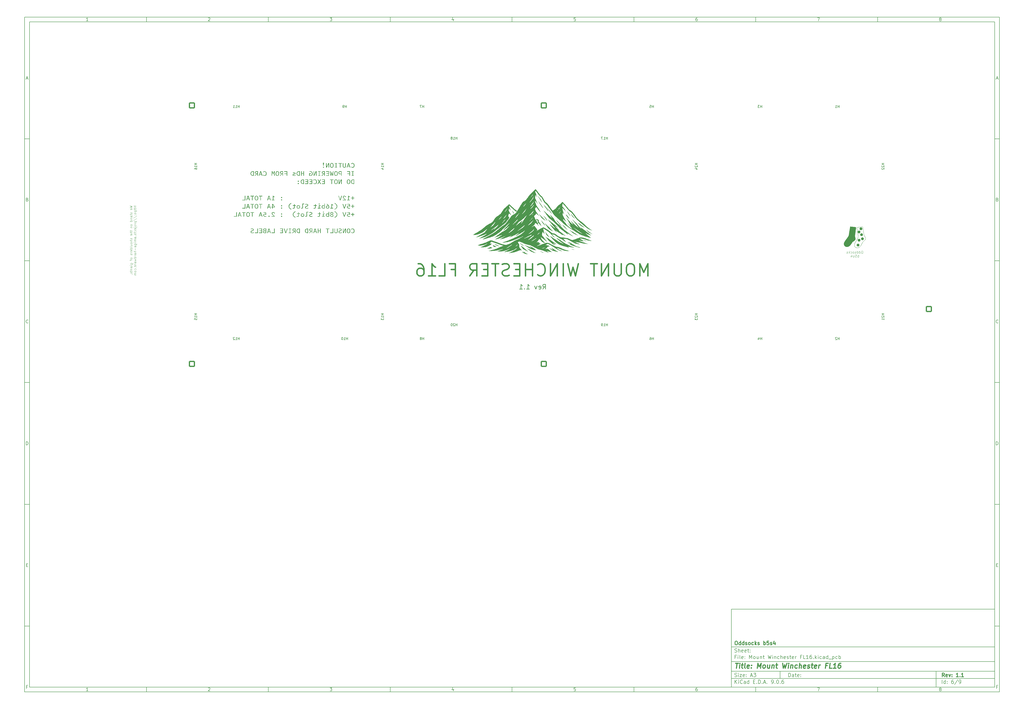
<source format=gbo>
%TF.GenerationSoftware,KiCad,Pcbnew,9.0.6*%
%TF.CreationDate,2025-11-29T14:17:50+08:00*%
%TF.ProjectId,Mount Winchester FL16,4d6f756e-7420-4576-996e-636865737465,1.1*%
%TF.SameCoordinates,Original*%
%TF.FileFunction,Legend,Bot*%
%TF.FilePolarity,Positive*%
%FSLAX46Y46*%
G04 Gerber Fmt 4.6, Leading zero omitted, Abs format (unit mm)*
G04 Created by KiCad (PCBNEW 9.0.6) date 2025-11-29 14:17:50*
%MOMM*%
%LPD*%
G01*
G04 APERTURE LIST*
G04 Aperture macros list*
%AMRoundRect*
0 Rectangle with rounded corners*
0 $1 Rounding radius*
0 $2 $3 $4 $5 $6 $7 $8 $9 X,Y pos of 4 corners*
0 Add a 4 corners polygon primitive as box body*
4,1,4,$2,$3,$4,$5,$6,$7,$8,$9,$2,$3,0*
0 Add four circle primitives for the rounded corners*
1,1,$1+$1,$2,$3*
1,1,$1+$1,$4,$5*
1,1,$1+$1,$6,$7*
1,1,$1+$1,$8,$9*
0 Add four rect primitives between the rounded corners*
20,1,$1+$1,$2,$3,$4,$5,0*
20,1,$1+$1,$4,$5,$6,$7,0*
20,1,$1+$1,$6,$7,$8,$9,0*
20,1,$1+$1,$8,$9,$2,$3,0*%
G04 Aperture macros list end*
%ADD10C,0.100000*%
%ADD11C,0.150000*%
%ADD12C,0.300000*%
%ADD13C,0.400000*%
%ADD14C,0.000000*%
%ADD15C,0.105833*%
%ADD16C,0.010583*%
%ADD17C,0.250000*%
%ADD18C,0.625000*%
%ADD19RoundRect,0.250000X1.050000X1.050000X-1.050000X1.050000X-1.050000X-1.050000X1.050000X-1.050000X0*%
%ADD20C,2.600000*%
%ADD21C,3.200000*%
%ADD22R,1.800000X1.800000*%
%ADD23C,1.800000*%
%ADD24RoundRect,0.250000X1.050000X-1.050000X1.050000X1.050000X-1.050000X1.050000X-1.050000X-1.050000X0*%
%ADD25R,1.780000X7.620000*%
%ADD26C,1.600000*%
%ADD27C,3.900000*%
%ADD28C,7.000000*%
%ADD29C,3.600000*%
%ADD30C,5.600000*%
G04 APERTURE END LIST*
D10*
D11*
X299989000Y-253002200D02*
X407989000Y-253002200D01*
X407989000Y-285002200D01*
X299989000Y-285002200D01*
X299989000Y-253002200D01*
D10*
D11*
X10000000Y-10000000D02*
X409989000Y-10000000D01*
X409989000Y-287002200D01*
X10000000Y-287002200D01*
X10000000Y-10000000D01*
D10*
D11*
X12000000Y-12000000D02*
X407989000Y-12000000D01*
X407989000Y-285002200D01*
X12000000Y-285002200D01*
X12000000Y-12000000D01*
D10*
D11*
X60000000Y-12000000D02*
X60000000Y-10000000D01*
D10*
D11*
X110000000Y-12000000D02*
X110000000Y-10000000D01*
D10*
D11*
X160000000Y-12000000D02*
X160000000Y-10000000D01*
D10*
D11*
X210000000Y-12000000D02*
X210000000Y-10000000D01*
D10*
D11*
X260000000Y-12000000D02*
X260000000Y-10000000D01*
D10*
D11*
X310000000Y-12000000D02*
X310000000Y-10000000D01*
D10*
D11*
X360000000Y-12000000D02*
X360000000Y-10000000D01*
D10*
D11*
X36089160Y-11593604D02*
X35346303Y-11593604D01*
X35717731Y-11593604D02*
X35717731Y-10293604D01*
X35717731Y-10293604D02*
X35593922Y-10479319D01*
X35593922Y-10479319D02*
X35470112Y-10603128D01*
X35470112Y-10603128D02*
X35346303Y-10665033D01*
D10*
D11*
X85346303Y-10417414D02*
X85408207Y-10355509D01*
X85408207Y-10355509D02*
X85532017Y-10293604D01*
X85532017Y-10293604D02*
X85841541Y-10293604D01*
X85841541Y-10293604D02*
X85965350Y-10355509D01*
X85965350Y-10355509D02*
X86027255Y-10417414D01*
X86027255Y-10417414D02*
X86089160Y-10541223D01*
X86089160Y-10541223D02*
X86089160Y-10665033D01*
X86089160Y-10665033D02*
X86027255Y-10850747D01*
X86027255Y-10850747D02*
X85284398Y-11593604D01*
X85284398Y-11593604D02*
X86089160Y-11593604D01*
D10*
D11*
X135284398Y-10293604D02*
X136089160Y-10293604D01*
X136089160Y-10293604D02*
X135655826Y-10788842D01*
X135655826Y-10788842D02*
X135841541Y-10788842D01*
X135841541Y-10788842D02*
X135965350Y-10850747D01*
X135965350Y-10850747D02*
X136027255Y-10912652D01*
X136027255Y-10912652D02*
X136089160Y-11036461D01*
X136089160Y-11036461D02*
X136089160Y-11345985D01*
X136089160Y-11345985D02*
X136027255Y-11469795D01*
X136027255Y-11469795D02*
X135965350Y-11531700D01*
X135965350Y-11531700D02*
X135841541Y-11593604D01*
X135841541Y-11593604D02*
X135470112Y-11593604D01*
X135470112Y-11593604D02*
X135346303Y-11531700D01*
X135346303Y-11531700D02*
X135284398Y-11469795D01*
D10*
D11*
X185965350Y-10726938D02*
X185965350Y-11593604D01*
X185655826Y-10231700D02*
X185346303Y-11160271D01*
X185346303Y-11160271D02*
X186151064Y-11160271D01*
D10*
D11*
X236027255Y-10293604D02*
X235408207Y-10293604D01*
X235408207Y-10293604D02*
X235346303Y-10912652D01*
X235346303Y-10912652D02*
X235408207Y-10850747D01*
X235408207Y-10850747D02*
X235532017Y-10788842D01*
X235532017Y-10788842D02*
X235841541Y-10788842D01*
X235841541Y-10788842D02*
X235965350Y-10850747D01*
X235965350Y-10850747D02*
X236027255Y-10912652D01*
X236027255Y-10912652D02*
X236089160Y-11036461D01*
X236089160Y-11036461D02*
X236089160Y-11345985D01*
X236089160Y-11345985D02*
X236027255Y-11469795D01*
X236027255Y-11469795D02*
X235965350Y-11531700D01*
X235965350Y-11531700D02*
X235841541Y-11593604D01*
X235841541Y-11593604D02*
X235532017Y-11593604D01*
X235532017Y-11593604D02*
X235408207Y-11531700D01*
X235408207Y-11531700D02*
X235346303Y-11469795D01*
D10*
D11*
X285965350Y-10293604D02*
X285717731Y-10293604D01*
X285717731Y-10293604D02*
X285593922Y-10355509D01*
X285593922Y-10355509D02*
X285532017Y-10417414D01*
X285532017Y-10417414D02*
X285408207Y-10603128D01*
X285408207Y-10603128D02*
X285346303Y-10850747D01*
X285346303Y-10850747D02*
X285346303Y-11345985D01*
X285346303Y-11345985D02*
X285408207Y-11469795D01*
X285408207Y-11469795D02*
X285470112Y-11531700D01*
X285470112Y-11531700D02*
X285593922Y-11593604D01*
X285593922Y-11593604D02*
X285841541Y-11593604D01*
X285841541Y-11593604D02*
X285965350Y-11531700D01*
X285965350Y-11531700D02*
X286027255Y-11469795D01*
X286027255Y-11469795D02*
X286089160Y-11345985D01*
X286089160Y-11345985D02*
X286089160Y-11036461D01*
X286089160Y-11036461D02*
X286027255Y-10912652D01*
X286027255Y-10912652D02*
X285965350Y-10850747D01*
X285965350Y-10850747D02*
X285841541Y-10788842D01*
X285841541Y-10788842D02*
X285593922Y-10788842D01*
X285593922Y-10788842D02*
X285470112Y-10850747D01*
X285470112Y-10850747D02*
X285408207Y-10912652D01*
X285408207Y-10912652D02*
X285346303Y-11036461D01*
D10*
D11*
X335284398Y-10293604D02*
X336151064Y-10293604D01*
X336151064Y-10293604D02*
X335593922Y-11593604D01*
D10*
D11*
X385593922Y-10850747D02*
X385470112Y-10788842D01*
X385470112Y-10788842D02*
X385408207Y-10726938D01*
X385408207Y-10726938D02*
X385346303Y-10603128D01*
X385346303Y-10603128D02*
X385346303Y-10541223D01*
X385346303Y-10541223D02*
X385408207Y-10417414D01*
X385408207Y-10417414D02*
X385470112Y-10355509D01*
X385470112Y-10355509D02*
X385593922Y-10293604D01*
X385593922Y-10293604D02*
X385841541Y-10293604D01*
X385841541Y-10293604D02*
X385965350Y-10355509D01*
X385965350Y-10355509D02*
X386027255Y-10417414D01*
X386027255Y-10417414D02*
X386089160Y-10541223D01*
X386089160Y-10541223D02*
X386089160Y-10603128D01*
X386089160Y-10603128D02*
X386027255Y-10726938D01*
X386027255Y-10726938D02*
X385965350Y-10788842D01*
X385965350Y-10788842D02*
X385841541Y-10850747D01*
X385841541Y-10850747D02*
X385593922Y-10850747D01*
X385593922Y-10850747D02*
X385470112Y-10912652D01*
X385470112Y-10912652D02*
X385408207Y-10974557D01*
X385408207Y-10974557D02*
X385346303Y-11098366D01*
X385346303Y-11098366D02*
X385346303Y-11345985D01*
X385346303Y-11345985D02*
X385408207Y-11469795D01*
X385408207Y-11469795D02*
X385470112Y-11531700D01*
X385470112Y-11531700D02*
X385593922Y-11593604D01*
X385593922Y-11593604D02*
X385841541Y-11593604D01*
X385841541Y-11593604D02*
X385965350Y-11531700D01*
X385965350Y-11531700D02*
X386027255Y-11469795D01*
X386027255Y-11469795D02*
X386089160Y-11345985D01*
X386089160Y-11345985D02*
X386089160Y-11098366D01*
X386089160Y-11098366D02*
X386027255Y-10974557D01*
X386027255Y-10974557D02*
X385965350Y-10912652D01*
X385965350Y-10912652D02*
X385841541Y-10850747D01*
D10*
D11*
X60000000Y-285002200D02*
X60000000Y-287002200D01*
D10*
D11*
X110000000Y-285002200D02*
X110000000Y-287002200D01*
D10*
D11*
X160000000Y-285002200D02*
X160000000Y-287002200D01*
D10*
D11*
X210000000Y-285002200D02*
X210000000Y-287002200D01*
D10*
D11*
X260000000Y-285002200D02*
X260000000Y-287002200D01*
D10*
D11*
X310000000Y-285002200D02*
X310000000Y-287002200D01*
D10*
D11*
X360000000Y-285002200D02*
X360000000Y-287002200D01*
D10*
D11*
X36089160Y-286595804D02*
X35346303Y-286595804D01*
X35717731Y-286595804D02*
X35717731Y-285295804D01*
X35717731Y-285295804D02*
X35593922Y-285481519D01*
X35593922Y-285481519D02*
X35470112Y-285605328D01*
X35470112Y-285605328D02*
X35346303Y-285667233D01*
D10*
D11*
X85346303Y-285419614D02*
X85408207Y-285357709D01*
X85408207Y-285357709D02*
X85532017Y-285295804D01*
X85532017Y-285295804D02*
X85841541Y-285295804D01*
X85841541Y-285295804D02*
X85965350Y-285357709D01*
X85965350Y-285357709D02*
X86027255Y-285419614D01*
X86027255Y-285419614D02*
X86089160Y-285543423D01*
X86089160Y-285543423D02*
X86089160Y-285667233D01*
X86089160Y-285667233D02*
X86027255Y-285852947D01*
X86027255Y-285852947D02*
X85284398Y-286595804D01*
X85284398Y-286595804D02*
X86089160Y-286595804D01*
D10*
D11*
X135284398Y-285295804D02*
X136089160Y-285295804D01*
X136089160Y-285295804D02*
X135655826Y-285791042D01*
X135655826Y-285791042D02*
X135841541Y-285791042D01*
X135841541Y-285791042D02*
X135965350Y-285852947D01*
X135965350Y-285852947D02*
X136027255Y-285914852D01*
X136027255Y-285914852D02*
X136089160Y-286038661D01*
X136089160Y-286038661D02*
X136089160Y-286348185D01*
X136089160Y-286348185D02*
X136027255Y-286471995D01*
X136027255Y-286471995D02*
X135965350Y-286533900D01*
X135965350Y-286533900D02*
X135841541Y-286595804D01*
X135841541Y-286595804D02*
X135470112Y-286595804D01*
X135470112Y-286595804D02*
X135346303Y-286533900D01*
X135346303Y-286533900D02*
X135284398Y-286471995D01*
D10*
D11*
X185965350Y-285729138D02*
X185965350Y-286595804D01*
X185655826Y-285233900D02*
X185346303Y-286162471D01*
X185346303Y-286162471D02*
X186151064Y-286162471D01*
D10*
D11*
X236027255Y-285295804D02*
X235408207Y-285295804D01*
X235408207Y-285295804D02*
X235346303Y-285914852D01*
X235346303Y-285914852D02*
X235408207Y-285852947D01*
X235408207Y-285852947D02*
X235532017Y-285791042D01*
X235532017Y-285791042D02*
X235841541Y-285791042D01*
X235841541Y-285791042D02*
X235965350Y-285852947D01*
X235965350Y-285852947D02*
X236027255Y-285914852D01*
X236027255Y-285914852D02*
X236089160Y-286038661D01*
X236089160Y-286038661D02*
X236089160Y-286348185D01*
X236089160Y-286348185D02*
X236027255Y-286471995D01*
X236027255Y-286471995D02*
X235965350Y-286533900D01*
X235965350Y-286533900D02*
X235841541Y-286595804D01*
X235841541Y-286595804D02*
X235532017Y-286595804D01*
X235532017Y-286595804D02*
X235408207Y-286533900D01*
X235408207Y-286533900D02*
X235346303Y-286471995D01*
D10*
D11*
X285965350Y-285295804D02*
X285717731Y-285295804D01*
X285717731Y-285295804D02*
X285593922Y-285357709D01*
X285593922Y-285357709D02*
X285532017Y-285419614D01*
X285532017Y-285419614D02*
X285408207Y-285605328D01*
X285408207Y-285605328D02*
X285346303Y-285852947D01*
X285346303Y-285852947D02*
X285346303Y-286348185D01*
X285346303Y-286348185D02*
X285408207Y-286471995D01*
X285408207Y-286471995D02*
X285470112Y-286533900D01*
X285470112Y-286533900D02*
X285593922Y-286595804D01*
X285593922Y-286595804D02*
X285841541Y-286595804D01*
X285841541Y-286595804D02*
X285965350Y-286533900D01*
X285965350Y-286533900D02*
X286027255Y-286471995D01*
X286027255Y-286471995D02*
X286089160Y-286348185D01*
X286089160Y-286348185D02*
X286089160Y-286038661D01*
X286089160Y-286038661D02*
X286027255Y-285914852D01*
X286027255Y-285914852D02*
X285965350Y-285852947D01*
X285965350Y-285852947D02*
X285841541Y-285791042D01*
X285841541Y-285791042D02*
X285593922Y-285791042D01*
X285593922Y-285791042D02*
X285470112Y-285852947D01*
X285470112Y-285852947D02*
X285408207Y-285914852D01*
X285408207Y-285914852D02*
X285346303Y-286038661D01*
D10*
D11*
X335284398Y-285295804D02*
X336151064Y-285295804D01*
X336151064Y-285295804D02*
X335593922Y-286595804D01*
D10*
D11*
X385593922Y-285852947D02*
X385470112Y-285791042D01*
X385470112Y-285791042D02*
X385408207Y-285729138D01*
X385408207Y-285729138D02*
X385346303Y-285605328D01*
X385346303Y-285605328D02*
X385346303Y-285543423D01*
X385346303Y-285543423D02*
X385408207Y-285419614D01*
X385408207Y-285419614D02*
X385470112Y-285357709D01*
X385470112Y-285357709D02*
X385593922Y-285295804D01*
X385593922Y-285295804D02*
X385841541Y-285295804D01*
X385841541Y-285295804D02*
X385965350Y-285357709D01*
X385965350Y-285357709D02*
X386027255Y-285419614D01*
X386027255Y-285419614D02*
X386089160Y-285543423D01*
X386089160Y-285543423D02*
X386089160Y-285605328D01*
X386089160Y-285605328D02*
X386027255Y-285729138D01*
X386027255Y-285729138D02*
X385965350Y-285791042D01*
X385965350Y-285791042D02*
X385841541Y-285852947D01*
X385841541Y-285852947D02*
X385593922Y-285852947D01*
X385593922Y-285852947D02*
X385470112Y-285914852D01*
X385470112Y-285914852D02*
X385408207Y-285976757D01*
X385408207Y-285976757D02*
X385346303Y-286100566D01*
X385346303Y-286100566D02*
X385346303Y-286348185D01*
X385346303Y-286348185D02*
X385408207Y-286471995D01*
X385408207Y-286471995D02*
X385470112Y-286533900D01*
X385470112Y-286533900D02*
X385593922Y-286595804D01*
X385593922Y-286595804D02*
X385841541Y-286595804D01*
X385841541Y-286595804D02*
X385965350Y-286533900D01*
X385965350Y-286533900D02*
X386027255Y-286471995D01*
X386027255Y-286471995D02*
X386089160Y-286348185D01*
X386089160Y-286348185D02*
X386089160Y-286100566D01*
X386089160Y-286100566D02*
X386027255Y-285976757D01*
X386027255Y-285976757D02*
X385965350Y-285914852D01*
X385965350Y-285914852D02*
X385841541Y-285852947D01*
D10*
D11*
X10000000Y-60000000D02*
X12000000Y-60000000D01*
D10*
D11*
X10000000Y-110000000D02*
X12000000Y-110000000D01*
D10*
D11*
X10000000Y-160000000D02*
X12000000Y-160000000D01*
D10*
D11*
X10000000Y-210000000D02*
X12000000Y-210000000D01*
D10*
D11*
X10000000Y-260000000D02*
X12000000Y-260000000D01*
D10*
D11*
X10690476Y-35222176D02*
X11309523Y-35222176D01*
X10566666Y-35593604D02*
X10999999Y-34293604D01*
X10999999Y-34293604D02*
X11433333Y-35593604D01*
D10*
D11*
X11092857Y-84912652D02*
X11278571Y-84974557D01*
X11278571Y-84974557D02*
X11340476Y-85036461D01*
X11340476Y-85036461D02*
X11402380Y-85160271D01*
X11402380Y-85160271D02*
X11402380Y-85345985D01*
X11402380Y-85345985D02*
X11340476Y-85469795D01*
X11340476Y-85469795D02*
X11278571Y-85531700D01*
X11278571Y-85531700D02*
X11154761Y-85593604D01*
X11154761Y-85593604D02*
X10659523Y-85593604D01*
X10659523Y-85593604D02*
X10659523Y-84293604D01*
X10659523Y-84293604D02*
X11092857Y-84293604D01*
X11092857Y-84293604D02*
X11216666Y-84355509D01*
X11216666Y-84355509D02*
X11278571Y-84417414D01*
X11278571Y-84417414D02*
X11340476Y-84541223D01*
X11340476Y-84541223D02*
X11340476Y-84665033D01*
X11340476Y-84665033D02*
X11278571Y-84788842D01*
X11278571Y-84788842D02*
X11216666Y-84850747D01*
X11216666Y-84850747D02*
X11092857Y-84912652D01*
X11092857Y-84912652D02*
X10659523Y-84912652D01*
D10*
D11*
X11402380Y-135469795D02*
X11340476Y-135531700D01*
X11340476Y-135531700D02*
X11154761Y-135593604D01*
X11154761Y-135593604D02*
X11030952Y-135593604D01*
X11030952Y-135593604D02*
X10845238Y-135531700D01*
X10845238Y-135531700D02*
X10721428Y-135407890D01*
X10721428Y-135407890D02*
X10659523Y-135284080D01*
X10659523Y-135284080D02*
X10597619Y-135036461D01*
X10597619Y-135036461D02*
X10597619Y-134850747D01*
X10597619Y-134850747D02*
X10659523Y-134603128D01*
X10659523Y-134603128D02*
X10721428Y-134479319D01*
X10721428Y-134479319D02*
X10845238Y-134355509D01*
X10845238Y-134355509D02*
X11030952Y-134293604D01*
X11030952Y-134293604D02*
X11154761Y-134293604D01*
X11154761Y-134293604D02*
X11340476Y-134355509D01*
X11340476Y-134355509D02*
X11402380Y-134417414D01*
D10*
D11*
X10659523Y-185593604D02*
X10659523Y-184293604D01*
X10659523Y-184293604D02*
X10969047Y-184293604D01*
X10969047Y-184293604D02*
X11154761Y-184355509D01*
X11154761Y-184355509D02*
X11278571Y-184479319D01*
X11278571Y-184479319D02*
X11340476Y-184603128D01*
X11340476Y-184603128D02*
X11402380Y-184850747D01*
X11402380Y-184850747D02*
X11402380Y-185036461D01*
X11402380Y-185036461D02*
X11340476Y-185284080D01*
X11340476Y-185284080D02*
X11278571Y-185407890D01*
X11278571Y-185407890D02*
X11154761Y-185531700D01*
X11154761Y-185531700D02*
X10969047Y-185593604D01*
X10969047Y-185593604D02*
X10659523Y-185593604D01*
D10*
D11*
X10721428Y-234912652D02*
X11154762Y-234912652D01*
X11340476Y-235593604D02*
X10721428Y-235593604D01*
X10721428Y-235593604D02*
X10721428Y-234293604D01*
X10721428Y-234293604D02*
X11340476Y-234293604D01*
D10*
D11*
X11185714Y-284912652D02*
X10752380Y-284912652D01*
X10752380Y-285593604D02*
X10752380Y-284293604D01*
X10752380Y-284293604D02*
X11371428Y-284293604D01*
D10*
D11*
X409989000Y-60000000D02*
X407989000Y-60000000D01*
D10*
D11*
X409989000Y-110000000D02*
X407989000Y-110000000D01*
D10*
D11*
X409989000Y-160000000D02*
X407989000Y-160000000D01*
D10*
D11*
X409989000Y-210000000D02*
X407989000Y-210000000D01*
D10*
D11*
X409989000Y-260000000D02*
X407989000Y-260000000D01*
D10*
D11*
X408679476Y-35222176D02*
X409298523Y-35222176D01*
X408555666Y-35593604D02*
X408988999Y-34293604D01*
X408988999Y-34293604D02*
X409422333Y-35593604D01*
D10*
D11*
X409081857Y-84912652D02*
X409267571Y-84974557D01*
X409267571Y-84974557D02*
X409329476Y-85036461D01*
X409329476Y-85036461D02*
X409391380Y-85160271D01*
X409391380Y-85160271D02*
X409391380Y-85345985D01*
X409391380Y-85345985D02*
X409329476Y-85469795D01*
X409329476Y-85469795D02*
X409267571Y-85531700D01*
X409267571Y-85531700D02*
X409143761Y-85593604D01*
X409143761Y-85593604D02*
X408648523Y-85593604D01*
X408648523Y-85593604D02*
X408648523Y-84293604D01*
X408648523Y-84293604D02*
X409081857Y-84293604D01*
X409081857Y-84293604D02*
X409205666Y-84355509D01*
X409205666Y-84355509D02*
X409267571Y-84417414D01*
X409267571Y-84417414D02*
X409329476Y-84541223D01*
X409329476Y-84541223D02*
X409329476Y-84665033D01*
X409329476Y-84665033D02*
X409267571Y-84788842D01*
X409267571Y-84788842D02*
X409205666Y-84850747D01*
X409205666Y-84850747D02*
X409081857Y-84912652D01*
X409081857Y-84912652D02*
X408648523Y-84912652D01*
D10*
D11*
X409391380Y-135469795D02*
X409329476Y-135531700D01*
X409329476Y-135531700D02*
X409143761Y-135593604D01*
X409143761Y-135593604D02*
X409019952Y-135593604D01*
X409019952Y-135593604D02*
X408834238Y-135531700D01*
X408834238Y-135531700D02*
X408710428Y-135407890D01*
X408710428Y-135407890D02*
X408648523Y-135284080D01*
X408648523Y-135284080D02*
X408586619Y-135036461D01*
X408586619Y-135036461D02*
X408586619Y-134850747D01*
X408586619Y-134850747D02*
X408648523Y-134603128D01*
X408648523Y-134603128D02*
X408710428Y-134479319D01*
X408710428Y-134479319D02*
X408834238Y-134355509D01*
X408834238Y-134355509D02*
X409019952Y-134293604D01*
X409019952Y-134293604D02*
X409143761Y-134293604D01*
X409143761Y-134293604D02*
X409329476Y-134355509D01*
X409329476Y-134355509D02*
X409391380Y-134417414D01*
D10*
D11*
X408648523Y-185593604D02*
X408648523Y-184293604D01*
X408648523Y-184293604D02*
X408958047Y-184293604D01*
X408958047Y-184293604D02*
X409143761Y-184355509D01*
X409143761Y-184355509D02*
X409267571Y-184479319D01*
X409267571Y-184479319D02*
X409329476Y-184603128D01*
X409329476Y-184603128D02*
X409391380Y-184850747D01*
X409391380Y-184850747D02*
X409391380Y-185036461D01*
X409391380Y-185036461D02*
X409329476Y-185284080D01*
X409329476Y-185284080D02*
X409267571Y-185407890D01*
X409267571Y-185407890D02*
X409143761Y-185531700D01*
X409143761Y-185531700D02*
X408958047Y-185593604D01*
X408958047Y-185593604D02*
X408648523Y-185593604D01*
D10*
D11*
X408710428Y-234912652D02*
X409143762Y-234912652D01*
X409329476Y-235593604D02*
X408710428Y-235593604D01*
X408710428Y-235593604D02*
X408710428Y-234293604D01*
X408710428Y-234293604D02*
X409329476Y-234293604D01*
D10*
D11*
X409174714Y-284912652D02*
X408741380Y-284912652D01*
X408741380Y-285593604D02*
X408741380Y-284293604D01*
X408741380Y-284293604D02*
X409360428Y-284293604D01*
D10*
D11*
X323444826Y-280788328D02*
X323444826Y-279288328D01*
X323444826Y-279288328D02*
X323801969Y-279288328D01*
X323801969Y-279288328D02*
X324016255Y-279359757D01*
X324016255Y-279359757D02*
X324159112Y-279502614D01*
X324159112Y-279502614D02*
X324230541Y-279645471D01*
X324230541Y-279645471D02*
X324301969Y-279931185D01*
X324301969Y-279931185D02*
X324301969Y-280145471D01*
X324301969Y-280145471D02*
X324230541Y-280431185D01*
X324230541Y-280431185D02*
X324159112Y-280574042D01*
X324159112Y-280574042D02*
X324016255Y-280716900D01*
X324016255Y-280716900D02*
X323801969Y-280788328D01*
X323801969Y-280788328D02*
X323444826Y-280788328D01*
X325587684Y-280788328D02*
X325587684Y-280002614D01*
X325587684Y-280002614D02*
X325516255Y-279859757D01*
X325516255Y-279859757D02*
X325373398Y-279788328D01*
X325373398Y-279788328D02*
X325087684Y-279788328D01*
X325087684Y-279788328D02*
X324944826Y-279859757D01*
X325587684Y-280716900D02*
X325444826Y-280788328D01*
X325444826Y-280788328D02*
X325087684Y-280788328D01*
X325087684Y-280788328D02*
X324944826Y-280716900D01*
X324944826Y-280716900D02*
X324873398Y-280574042D01*
X324873398Y-280574042D02*
X324873398Y-280431185D01*
X324873398Y-280431185D02*
X324944826Y-280288328D01*
X324944826Y-280288328D02*
X325087684Y-280216900D01*
X325087684Y-280216900D02*
X325444826Y-280216900D01*
X325444826Y-280216900D02*
X325587684Y-280145471D01*
X326087684Y-279788328D02*
X326659112Y-279788328D01*
X326301969Y-279288328D02*
X326301969Y-280574042D01*
X326301969Y-280574042D02*
X326373398Y-280716900D01*
X326373398Y-280716900D02*
X326516255Y-280788328D01*
X326516255Y-280788328D02*
X326659112Y-280788328D01*
X327730541Y-280716900D02*
X327587684Y-280788328D01*
X327587684Y-280788328D02*
X327301970Y-280788328D01*
X327301970Y-280788328D02*
X327159112Y-280716900D01*
X327159112Y-280716900D02*
X327087684Y-280574042D01*
X327087684Y-280574042D02*
X327087684Y-280002614D01*
X327087684Y-280002614D02*
X327159112Y-279859757D01*
X327159112Y-279859757D02*
X327301970Y-279788328D01*
X327301970Y-279788328D02*
X327587684Y-279788328D01*
X327587684Y-279788328D02*
X327730541Y-279859757D01*
X327730541Y-279859757D02*
X327801970Y-280002614D01*
X327801970Y-280002614D02*
X327801970Y-280145471D01*
X327801970Y-280145471D02*
X327087684Y-280288328D01*
X328444826Y-280645471D02*
X328516255Y-280716900D01*
X328516255Y-280716900D02*
X328444826Y-280788328D01*
X328444826Y-280788328D02*
X328373398Y-280716900D01*
X328373398Y-280716900D02*
X328444826Y-280645471D01*
X328444826Y-280645471D02*
X328444826Y-280788328D01*
X328444826Y-279859757D02*
X328516255Y-279931185D01*
X328516255Y-279931185D02*
X328444826Y-280002614D01*
X328444826Y-280002614D02*
X328373398Y-279931185D01*
X328373398Y-279931185D02*
X328444826Y-279859757D01*
X328444826Y-279859757D02*
X328444826Y-280002614D01*
D10*
D11*
X299989000Y-281502200D02*
X407989000Y-281502200D01*
D10*
D11*
X301444826Y-283588328D02*
X301444826Y-282088328D01*
X302301969Y-283588328D02*
X301659112Y-282731185D01*
X302301969Y-282088328D02*
X301444826Y-282945471D01*
X302944826Y-283588328D02*
X302944826Y-282588328D01*
X302944826Y-282088328D02*
X302873398Y-282159757D01*
X302873398Y-282159757D02*
X302944826Y-282231185D01*
X302944826Y-282231185D02*
X303016255Y-282159757D01*
X303016255Y-282159757D02*
X302944826Y-282088328D01*
X302944826Y-282088328D02*
X302944826Y-282231185D01*
X304516255Y-283445471D02*
X304444827Y-283516900D01*
X304444827Y-283516900D02*
X304230541Y-283588328D01*
X304230541Y-283588328D02*
X304087684Y-283588328D01*
X304087684Y-283588328D02*
X303873398Y-283516900D01*
X303873398Y-283516900D02*
X303730541Y-283374042D01*
X303730541Y-283374042D02*
X303659112Y-283231185D01*
X303659112Y-283231185D02*
X303587684Y-282945471D01*
X303587684Y-282945471D02*
X303587684Y-282731185D01*
X303587684Y-282731185D02*
X303659112Y-282445471D01*
X303659112Y-282445471D02*
X303730541Y-282302614D01*
X303730541Y-282302614D02*
X303873398Y-282159757D01*
X303873398Y-282159757D02*
X304087684Y-282088328D01*
X304087684Y-282088328D02*
X304230541Y-282088328D01*
X304230541Y-282088328D02*
X304444827Y-282159757D01*
X304444827Y-282159757D02*
X304516255Y-282231185D01*
X305801970Y-283588328D02*
X305801970Y-282802614D01*
X305801970Y-282802614D02*
X305730541Y-282659757D01*
X305730541Y-282659757D02*
X305587684Y-282588328D01*
X305587684Y-282588328D02*
X305301970Y-282588328D01*
X305301970Y-282588328D02*
X305159112Y-282659757D01*
X305801970Y-283516900D02*
X305659112Y-283588328D01*
X305659112Y-283588328D02*
X305301970Y-283588328D01*
X305301970Y-283588328D02*
X305159112Y-283516900D01*
X305159112Y-283516900D02*
X305087684Y-283374042D01*
X305087684Y-283374042D02*
X305087684Y-283231185D01*
X305087684Y-283231185D02*
X305159112Y-283088328D01*
X305159112Y-283088328D02*
X305301970Y-283016900D01*
X305301970Y-283016900D02*
X305659112Y-283016900D01*
X305659112Y-283016900D02*
X305801970Y-282945471D01*
X307159113Y-283588328D02*
X307159113Y-282088328D01*
X307159113Y-283516900D02*
X307016255Y-283588328D01*
X307016255Y-283588328D02*
X306730541Y-283588328D01*
X306730541Y-283588328D02*
X306587684Y-283516900D01*
X306587684Y-283516900D02*
X306516255Y-283445471D01*
X306516255Y-283445471D02*
X306444827Y-283302614D01*
X306444827Y-283302614D02*
X306444827Y-282874042D01*
X306444827Y-282874042D02*
X306516255Y-282731185D01*
X306516255Y-282731185D02*
X306587684Y-282659757D01*
X306587684Y-282659757D02*
X306730541Y-282588328D01*
X306730541Y-282588328D02*
X307016255Y-282588328D01*
X307016255Y-282588328D02*
X307159113Y-282659757D01*
X309016255Y-282802614D02*
X309516255Y-282802614D01*
X309730541Y-283588328D02*
X309016255Y-283588328D01*
X309016255Y-283588328D02*
X309016255Y-282088328D01*
X309016255Y-282088328D02*
X309730541Y-282088328D01*
X310373398Y-283445471D02*
X310444827Y-283516900D01*
X310444827Y-283516900D02*
X310373398Y-283588328D01*
X310373398Y-283588328D02*
X310301970Y-283516900D01*
X310301970Y-283516900D02*
X310373398Y-283445471D01*
X310373398Y-283445471D02*
X310373398Y-283588328D01*
X311087684Y-283588328D02*
X311087684Y-282088328D01*
X311087684Y-282088328D02*
X311444827Y-282088328D01*
X311444827Y-282088328D02*
X311659113Y-282159757D01*
X311659113Y-282159757D02*
X311801970Y-282302614D01*
X311801970Y-282302614D02*
X311873399Y-282445471D01*
X311873399Y-282445471D02*
X311944827Y-282731185D01*
X311944827Y-282731185D02*
X311944827Y-282945471D01*
X311944827Y-282945471D02*
X311873399Y-283231185D01*
X311873399Y-283231185D02*
X311801970Y-283374042D01*
X311801970Y-283374042D02*
X311659113Y-283516900D01*
X311659113Y-283516900D02*
X311444827Y-283588328D01*
X311444827Y-283588328D02*
X311087684Y-283588328D01*
X312587684Y-283445471D02*
X312659113Y-283516900D01*
X312659113Y-283516900D02*
X312587684Y-283588328D01*
X312587684Y-283588328D02*
X312516256Y-283516900D01*
X312516256Y-283516900D02*
X312587684Y-283445471D01*
X312587684Y-283445471D02*
X312587684Y-283588328D01*
X313230542Y-283159757D02*
X313944828Y-283159757D01*
X313087685Y-283588328D02*
X313587685Y-282088328D01*
X313587685Y-282088328D02*
X314087685Y-283588328D01*
X314587684Y-283445471D02*
X314659113Y-283516900D01*
X314659113Y-283516900D02*
X314587684Y-283588328D01*
X314587684Y-283588328D02*
X314516256Y-283516900D01*
X314516256Y-283516900D02*
X314587684Y-283445471D01*
X314587684Y-283445471D02*
X314587684Y-283588328D01*
X316516256Y-283588328D02*
X316801970Y-283588328D01*
X316801970Y-283588328D02*
X316944827Y-283516900D01*
X316944827Y-283516900D02*
X317016256Y-283445471D01*
X317016256Y-283445471D02*
X317159113Y-283231185D01*
X317159113Y-283231185D02*
X317230542Y-282945471D01*
X317230542Y-282945471D02*
X317230542Y-282374042D01*
X317230542Y-282374042D02*
X317159113Y-282231185D01*
X317159113Y-282231185D02*
X317087685Y-282159757D01*
X317087685Y-282159757D02*
X316944827Y-282088328D01*
X316944827Y-282088328D02*
X316659113Y-282088328D01*
X316659113Y-282088328D02*
X316516256Y-282159757D01*
X316516256Y-282159757D02*
X316444827Y-282231185D01*
X316444827Y-282231185D02*
X316373399Y-282374042D01*
X316373399Y-282374042D02*
X316373399Y-282731185D01*
X316373399Y-282731185D02*
X316444827Y-282874042D01*
X316444827Y-282874042D02*
X316516256Y-282945471D01*
X316516256Y-282945471D02*
X316659113Y-283016900D01*
X316659113Y-283016900D02*
X316944827Y-283016900D01*
X316944827Y-283016900D02*
X317087685Y-282945471D01*
X317087685Y-282945471D02*
X317159113Y-282874042D01*
X317159113Y-282874042D02*
X317230542Y-282731185D01*
X317873398Y-283445471D02*
X317944827Y-283516900D01*
X317944827Y-283516900D02*
X317873398Y-283588328D01*
X317873398Y-283588328D02*
X317801970Y-283516900D01*
X317801970Y-283516900D02*
X317873398Y-283445471D01*
X317873398Y-283445471D02*
X317873398Y-283588328D01*
X318873399Y-282088328D02*
X319016256Y-282088328D01*
X319016256Y-282088328D02*
X319159113Y-282159757D01*
X319159113Y-282159757D02*
X319230542Y-282231185D01*
X319230542Y-282231185D02*
X319301970Y-282374042D01*
X319301970Y-282374042D02*
X319373399Y-282659757D01*
X319373399Y-282659757D02*
X319373399Y-283016900D01*
X319373399Y-283016900D02*
X319301970Y-283302614D01*
X319301970Y-283302614D02*
X319230542Y-283445471D01*
X319230542Y-283445471D02*
X319159113Y-283516900D01*
X319159113Y-283516900D02*
X319016256Y-283588328D01*
X319016256Y-283588328D02*
X318873399Y-283588328D01*
X318873399Y-283588328D02*
X318730542Y-283516900D01*
X318730542Y-283516900D02*
X318659113Y-283445471D01*
X318659113Y-283445471D02*
X318587684Y-283302614D01*
X318587684Y-283302614D02*
X318516256Y-283016900D01*
X318516256Y-283016900D02*
X318516256Y-282659757D01*
X318516256Y-282659757D02*
X318587684Y-282374042D01*
X318587684Y-282374042D02*
X318659113Y-282231185D01*
X318659113Y-282231185D02*
X318730542Y-282159757D01*
X318730542Y-282159757D02*
X318873399Y-282088328D01*
X320016255Y-283445471D02*
X320087684Y-283516900D01*
X320087684Y-283516900D02*
X320016255Y-283588328D01*
X320016255Y-283588328D02*
X319944827Y-283516900D01*
X319944827Y-283516900D02*
X320016255Y-283445471D01*
X320016255Y-283445471D02*
X320016255Y-283588328D01*
X321373399Y-282088328D02*
X321087684Y-282088328D01*
X321087684Y-282088328D02*
X320944827Y-282159757D01*
X320944827Y-282159757D02*
X320873399Y-282231185D01*
X320873399Y-282231185D02*
X320730541Y-282445471D01*
X320730541Y-282445471D02*
X320659113Y-282731185D01*
X320659113Y-282731185D02*
X320659113Y-283302614D01*
X320659113Y-283302614D02*
X320730541Y-283445471D01*
X320730541Y-283445471D02*
X320801970Y-283516900D01*
X320801970Y-283516900D02*
X320944827Y-283588328D01*
X320944827Y-283588328D02*
X321230541Y-283588328D01*
X321230541Y-283588328D02*
X321373399Y-283516900D01*
X321373399Y-283516900D02*
X321444827Y-283445471D01*
X321444827Y-283445471D02*
X321516256Y-283302614D01*
X321516256Y-283302614D02*
X321516256Y-282945471D01*
X321516256Y-282945471D02*
X321444827Y-282802614D01*
X321444827Y-282802614D02*
X321373399Y-282731185D01*
X321373399Y-282731185D02*
X321230541Y-282659757D01*
X321230541Y-282659757D02*
X320944827Y-282659757D01*
X320944827Y-282659757D02*
X320801970Y-282731185D01*
X320801970Y-282731185D02*
X320730541Y-282802614D01*
X320730541Y-282802614D02*
X320659113Y-282945471D01*
D10*
D11*
X299989000Y-278502200D02*
X407989000Y-278502200D01*
D10*
D12*
X387400653Y-280780528D02*
X386900653Y-280066242D01*
X386543510Y-280780528D02*
X386543510Y-279280528D01*
X386543510Y-279280528D02*
X387114939Y-279280528D01*
X387114939Y-279280528D02*
X387257796Y-279351957D01*
X387257796Y-279351957D02*
X387329225Y-279423385D01*
X387329225Y-279423385D02*
X387400653Y-279566242D01*
X387400653Y-279566242D02*
X387400653Y-279780528D01*
X387400653Y-279780528D02*
X387329225Y-279923385D01*
X387329225Y-279923385D02*
X387257796Y-279994814D01*
X387257796Y-279994814D02*
X387114939Y-280066242D01*
X387114939Y-280066242D02*
X386543510Y-280066242D01*
X388614939Y-280709100D02*
X388472082Y-280780528D01*
X388472082Y-280780528D02*
X388186368Y-280780528D01*
X388186368Y-280780528D02*
X388043510Y-280709100D01*
X388043510Y-280709100D02*
X387972082Y-280566242D01*
X387972082Y-280566242D02*
X387972082Y-279994814D01*
X387972082Y-279994814D02*
X388043510Y-279851957D01*
X388043510Y-279851957D02*
X388186368Y-279780528D01*
X388186368Y-279780528D02*
X388472082Y-279780528D01*
X388472082Y-279780528D02*
X388614939Y-279851957D01*
X388614939Y-279851957D02*
X388686368Y-279994814D01*
X388686368Y-279994814D02*
X388686368Y-280137671D01*
X388686368Y-280137671D02*
X387972082Y-280280528D01*
X389186367Y-279780528D02*
X389543510Y-280780528D01*
X389543510Y-280780528D02*
X389900653Y-279780528D01*
X390472081Y-280637671D02*
X390543510Y-280709100D01*
X390543510Y-280709100D02*
X390472081Y-280780528D01*
X390472081Y-280780528D02*
X390400653Y-280709100D01*
X390400653Y-280709100D02*
X390472081Y-280637671D01*
X390472081Y-280637671D02*
X390472081Y-280780528D01*
X390472081Y-279851957D02*
X390543510Y-279923385D01*
X390543510Y-279923385D02*
X390472081Y-279994814D01*
X390472081Y-279994814D02*
X390400653Y-279923385D01*
X390400653Y-279923385D02*
X390472081Y-279851957D01*
X390472081Y-279851957D02*
X390472081Y-279994814D01*
X393114939Y-280780528D02*
X392257796Y-280780528D01*
X392686367Y-280780528D02*
X392686367Y-279280528D01*
X392686367Y-279280528D02*
X392543510Y-279494814D01*
X392543510Y-279494814D02*
X392400653Y-279637671D01*
X392400653Y-279637671D02*
X392257796Y-279709100D01*
X393757795Y-280637671D02*
X393829224Y-280709100D01*
X393829224Y-280709100D02*
X393757795Y-280780528D01*
X393757795Y-280780528D02*
X393686367Y-280709100D01*
X393686367Y-280709100D02*
X393757795Y-280637671D01*
X393757795Y-280637671D02*
X393757795Y-280780528D01*
X395257796Y-280780528D02*
X394400653Y-280780528D01*
X394829224Y-280780528D02*
X394829224Y-279280528D01*
X394829224Y-279280528D02*
X394686367Y-279494814D01*
X394686367Y-279494814D02*
X394543510Y-279637671D01*
X394543510Y-279637671D02*
X394400653Y-279709100D01*
D10*
D11*
X301373398Y-280716900D02*
X301587684Y-280788328D01*
X301587684Y-280788328D02*
X301944826Y-280788328D01*
X301944826Y-280788328D02*
X302087684Y-280716900D01*
X302087684Y-280716900D02*
X302159112Y-280645471D01*
X302159112Y-280645471D02*
X302230541Y-280502614D01*
X302230541Y-280502614D02*
X302230541Y-280359757D01*
X302230541Y-280359757D02*
X302159112Y-280216900D01*
X302159112Y-280216900D02*
X302087684Y-280145471D01*
X302087684Y-280145471D02*
X301944826Y-280074042D01*
X301944826Y-280074042D02*
X301659112Y-280002614D01*
X301659112Y-280002614D02*
X301516255Y-279931185D01*
X301516255Y-279931185D02*
X301444826Y-279859757D01*
X301444826Y-279859757D02*
X301373398Y-279716900D01*
X301373398Y-279716900D02*
X301373398Y-279574042D01*
X301373398Y-279574042D02*
X301444826Y-279431185D01*
X301444826Y-279431185D02*
X301516255Y-279359757D01*
X301516255Y-279359757D02*
X301659112Y-279288328D01*
X301659112Y-279288328D02*
X302016255Y-279288328D01*
X302016255Y-279288328D02*
X302230541Y-279359757D01*
X302873397Y-280788328D02*
X302873397Y-279788328D01*
X302873397Y-279288328D02*
X302801969Y-279359757D01*
X302801969Y-279359757D02*
X302873397Y-279431185D01*
X302873397Y-279431185D02*
X302944826Y-279359757D01*
X302944826Y-279359757D02*
X302873397Y-279288328D01*
X302873397Y-279288328D02*
X302873397Y-279431185D01*
X303444826Y-279788328D02*
X304230541Y-279788328D01*
X304230541Y-279788328D02*
X303444826Y-280788328D01*
X303444826Y-280788328D02*
X304230541Y-280788328D01*
X305373398Y-280716900D02*
X305230541Y-280788328D01*
X305230541Y-280788328D02*
X304944827Y-280788328D01*
X304944827Y-280788328D02*
X304801969Y-280716900D01*
X304801969Y-280716900D02*
X304730541Y-280574042D01*
X304730541Y-280574042D02*
X304730541Y-280002614D01*
X304730541Y-280002614D02*
X304801969Y-279859757D01*
X304801969Y-279859757D02*
X304944827Y-279788328D01*
X304944827Y-279788328D02*
X305230541Y-279788328D01*
X305230541Y-279788328D02*
X305373398Y-279859757D01*
X305373398Y-279859757D02*
X305444827Y-280002614D01*
X305444827Y-280002614D02*
X305444827Y-280145471D01*
X305444827Y-280145471D02*
X304730541Y-280288328D01*
X306087683Y-280645471D02*
X306159112Y-280716900D01*
X306159112Y-280716900D02*
X306087683Y-280788328D01*
X306087683Y-280788328D02*
X306016255Y-280716900D01*
X306016255Y-280716900D02*
X306087683Y-280645471D01*
X306087683Y-280645471D02*
X306087683Y-280788328D01*
X306087683Y-279859757D02*
X306159112Y-279931185D01*
X306159112Y-279931185D02*
X306087683Y-280002614D01*
X306087683Y-280002614D02*
X306016255Y-279931185D01*
X306016255Y-279931185D02*
X306087683Y-279859757D01*
X306087683Y-279859757D02*
X306087683Y-280002614D01*
X307873398Y-280359757D02*
X308587684Y-280359757D01*
X307730541Y-280788328D02*
X308230541Y-279288328D01*
X308230541Y-279288328D02*
X308730541Y-280788328D01*
X309087683Y-279288328D02*
X310016255Y-279288328D01*
X310016255Y-279288328D02*
X309516255Y-279859757D01*
X309516255Y-279859757D02*
X309730540Y-279859757D01*
X309730540Y-279859757D02*
X309873398Y-279931185D01*
X309873398Y-279931185D02*
X309944826Y-280002614D01*
X309944826Y-280002614D02*
X310016255Y-280145471D01*
X310016255Y-280145471D02*
X310016255Y-280502614D01*
X310016255Y-280502614D02*
X309944826Y-280645471D01*
X309944826Y-280645471D02*
X309873398Y-280716900D01*
X309873398Y-280716900D02*
X309730540Y-280788328D01*
X309730540Y-280788328D02*
X309301969Y-280788328D01*
X309301969Y-280788328D02*
X309159112Y-280716900D01*
X309159112Y-280716900D02*
X309087683Y-280645471D01*
D10*
D11*
X386444826Y-283588328D02*
X386444826Y-282088328D01*
X387801970Y-283588328D02*
X387801970Y-282088328D01*
X387801970Y-283516900D02*
X387659112Y-283588328D01*
X387659112Y-283588328D02*
X387373398Y-283588328D01*
X387373398Y-283588328D02*
X387230541Y-283516900D01*
X387230541Y-283516900D02*
X387159112Y-283445471D01*
X387159112Y-283445471D02*
X387087684Y-283302614D01*
X387087684Y-283302614D02*
X387087684Y-282874042D01*
X387087684Y-282874042D02*
X387159112Y-282731185D01*
X387159112Y-282731185D02*
X387230541Y-282659757D01*
X387230541Y-282659757D02*
X387373398Y-282588328D01*
X387373398Y-282588328D02*
X387659112Y-282588328D01*
X387659112Y-282588328D02*
X387801970Y-282659757D01*
X388516255Y-283445471D02*
X388587684Y-283516900D01*
X388587684Y-283516900D02*
X388516255Y-283588328D01*
X388516255Y-283588328D02*
X388444827Y-283516900D01*
X388444827Y-283516900D02*
X388516255Y-283445471D01*
X388516255Y-283445471D02*
X388516255Y-283588328D01*
X388516255Y-282659757D02*
X388587684Y-282731185D01*
X388587684Y-282731185D02*
X388516255Y-282802614D01*
X388516255Y-282802614D02*
X388444827Y-282731185D01*
X388444827Y-282731185D02*
X388516255Y-282659757D01*
X388516255Y-282659757D02*
X388516255Y-282802614D01*
X391016256Y-282088328D02*
X390730541Y-282088328D01*
X390730541Y-282088328D02*
X390587684Y-282159757D01*
X390587684Y-282159757D02*
X390516256Y-282231185D01*
X390516256Y-282231185D02*
X390373398Y-282445471D01*
X390373398Y-282445471D02*
X390301970Y-282731185D01*
X390301970Y-282731185D02*
X390301970Y-283302614D01*
X390301970Y-283302614D02*
X390373398Y-283445471D01*
X390373398Y-283445471D02*
X390444827Y-283516900D01*
X390444827Y-283516900D02*
X390587684Y-283588328D01*
X390587684Y-283588328D02*
X390873398Y-283588328D01*
X390873398Y-283588328D02*
X391016256Y-283516900D01*
X391016256Y-283516900D02*
X391087684Y-283445471D01*
X391087684Y-283445471D02*
X391159113Y-283302614D01*
X391159113Y-283302614D02*
X391159113Y-282945471D01*
X391159113Y-282945471D02*
X391087684Y-282802614D01*
X391087684Y-282802614D02*
X391016256Y-282731185D01*
X391016256Y-282731185D02*
X390873398Y-282659757D01*
X390873398Y-282659757D02*
X390587684Y-282659757D01*
X390587684Y-282659757D02*
X390444827Y-282731185D01*
X390444827Y-282731185D02*
X390373398Y-282802614D01*
X390373398Y-282802614D02*
X390301970Y-282945471D01*
X392873398Y-282016900D02*
X391587684Y-283945471D01*
X393444827Y-283588328D02*
X393730541Y-283588328D01*
X393730541Y-283588328D02*
X393873398Y-283516900D01*
X393873398Y-283516900D02*
X393944827Y-283445471D01*
X393944827Y-283445471D02*
X394087684Y-283231185D01*
X394087684Y-283231185D02*
X394159113Y-282945471D01*
X394159113Y-282945471D02*
X394159113Y-282374042D01*
X394159113Y-282374042D02*
X394087684Y-282231185D01*
X394087684Y-282231185D02*
X394016256Y-282159757D01*
X394016256Y-282159757D02*
X393873398Y-282088328D01*
X393873398Y-282088328D02*
X393587684Y-282088328D01*
X393587684Y-282088328D02*
X393444827Y-282159757D01*
X393444827Y-282159757D02*
X393373398Y-282231185D01*
X393373398Y-282231185D02*
X393301970Y-282374042D01*
X393301970Y-282374042D02*
X393301970Y-282731185D01*
X393301970Y-282731185D02*
X393373398Y-282874042D01*
X393373398Y-282874042D02*
X393444827Y-282945471D01*
X393444827Y-282945471D02*
X393587684Y-283016900D01*
X393587684Y-283016900D02*
X393873398Y-283016900D01*
X393873398Y-283016900D02*
X394016256Y-282945471D01*
X394016256Y-282945471D02*
X394087684Y-282874042D01*
X394087684Y-282874042D02*
X394159113Y-282731185D01*
D10*
D11*
X299989000Y-274502200D02*
X407989000Y-274502200D01*
D10*
D13*
X301680728Y-275206638D02*
X302823585Y-275206638D01*
X302002157Y-277206638D02*
X302252157Y-275206638D01*
X303240252Y-277206638D02*
X303406919Y-275873304D01*
X303490252Y-275206638D02*
X303383109Y-275301876D01*
X303383109Y-275301876D02*
X303466443Y-275397114D01*
X303466443Y-275397114D02*
X303573586Y-275301876D01*
X303573586Y-275301876D02*
X303490252Y-275206638D01*
X303490252Y-275206638D02*
X303466443Y-275397114D01*
X304073586Y-275873304D02*
X304835490Y-275873304D01*
X304442633Y-275206638D02*
X304228348Y-276920923D01*
X304228348Y-276920923D02*
X304299776Y-277111400D01*
X304299776Y-277111400D02*
X304478348Y-277206638D01*
X304478348Y-277206638D02*
X304668824Y-277206638D01*
X305621205Y-277206638D02*
X305442633Y-277111400D01*
X305442633Y-277111400D02*
X305371205Y-276920923D01*
X305371205Y-276920923D02*
X305585490Y-275206638D01*
X307156919Y-277111400D02*
X306954538Y-277206638D01*
X306954538Y-277206638D02*
X306573585Y-277206638D01*
X306573585Y-277206638D02*
X306395014Y-277111400D01*
X306395014Y-277111400D02*
X306323585Y-276920923D01*
X306323585Y-276920923D02*
X306418824Y-276159019D01*
X306418824Y-276159019D02*
X306537871Y-275968542D01*
X306537871Y-275968542D02*
X306740252Y-275873304D01*
X306740252Y-275873304D02*
X307121204Y-275873304D01*
X307121204Y-275873304D02*
X307299776Y-275968542D01*
X307299776Y-275968542D02*
X307371204Y-276159019D01*
X307371204Y-276159019D02*
X307347395Y-276349495D01*
X307347395Y-276349495D02*
X306371204Y-276539971D01*
X308121205Y-277016161D02*
X308204538Y-277111400D01*
X308204538Y-277111400D02*
X308097395Y-277206638D01*
X308097395Y-277206638D02*
X308014062Y-277111400D01*
X308014062Y-277111400D02*
X308121205Y-277016161D01*
X308121205Y-277016161D02*
X308097395Y-277206638D01*
X308252157Y-275968542D02*
X308335490Y-276063780D01*
X308335490Y-276063780D02*
X308228348Y-276159019D01*
X308228348Y-276159019D02*
X308145014Y-276063780D01*
X308145014Y-276063780D02*
X308252157Y-275968542D01*
X308252157Y-275968542D02*
X308228348Y-276159019D01*
X310573586Y-277206638D02*
X310823586Y-275206638D01*
X310823586Y-275206638D02*
X311311681Y-276635209D01*
X311311681Y-276635209D02*
X312156920Y-275206638D01*
X312156920Y-275206638D02*
X311906920Y-277206638D01*
X313145015Y-277206638D02*
X312966443Y-277111400D01*
X312966443Y-277111400D02*
X312883110Y-277016161D01*
X312883110Y-277016161D02*
X312811681Y-276825685D01*
X312811681Y-276825685D02*
X312883110Y-276254257D01*
X312883110Y-276254257D02*
X313002157Y-276063780D01*
X313002157Y-276063780D02*
X313109300Y-275968542D01*
X313109300Y-275968542D02*
X313311681Y-275873304D01*
X313311681Y-275873304D02*
X313597395Y-275873304D01*
X313597395Y-275873304D02*
X313775967Y-275968542D01*
X313775967Y-275968542D02*
X313859300Y-276063780D01*
X313859300Y-276063780D02*
X313930729Y-276254257D01*
X313930729Y-276254257D02*
X313859300Y-276825685D01*
X313859300Y-276825685D02*
X313740253Y-277016161D01*
X313740253Y-277016161D02*
X313633110Y-277111400D01*
X313633110Y-277111400D02*
X313430729Y-277206638D01*
X313430729Y-277206638D02*
X313145015Y-277206638D01*
X315692634Y-275873304D02*
X315525967Y-277206638D01*
X314835491Y-275873304D02*
X314704539Y-276920923D01*
X314704539Y-276920923D02*
X314775967Y-277111400D01*
X314775967Y-277111400D02*
X314954539Y-277206638D01*
X314954539Y-277206638D02*
X315240253Y-277206638D01*
X315240253Y-277206638D02*
X315442634Y-277111400D01*
X315442634Y-277111400D02*
X315549777Y-277016161D01*
X316645015Y-275873304D02*
X316478348Y-277206638D01*
X316621205Y-276063780D02*
X316728348Y-275968542D01*
X316728348Y-275968542D02*
X316930729Y-275873304D01*
X316930729Y-275873304D02*
X317216443Y-275873304D01*
X317216443Y-275873304D02*
X317395015Y-275968542D01*
X317395015Y-275968542D02*
X317466443Y-276159019D01*
X317466443Y-276159019D02*
X317335491Y-277206638D01*
X318168825Y-275873304D02*
X318930729Y-275873304D01*
X318537872Y-275206638D02*
X318323587Y-276920923D01*
X318323587Y-276920923D02*
X318395015Y-277111400D01*
X318395015Y-277111400D02*
X318573587Y-277206638D01*
X318573587Y-277206638D02*
X318764063Y-277206638D01*
X321014063Y-275206638D02*
X321240254Y-277206638D01*
X321240254Y-277206638D02*
X321799777Y-275778066D01*
X321799777Y-275778066D02*
X322002158Y-277206638D01*
X322002158Y-277206638D02*
X322728349Y-275206638D01*
X323240253Y-277206638D02*
X323406920Y-275873304D01*
X323490253Y-275206638D02*
X323383110Y-275301876D01*
X323383110Y-275301876D02*
X323466444Y-275397114D01*
X323466444Y-275397114D02*
X323573587Y-275301876D01*
X323573587Y-275301876D02*
X323490253Y-275206638D01*
X323490253Y-275206638D02*
X323466444Y-275397114D01*
X324359301Y-275873304D02*
X324192634Y-277206638D01*
X324335491Y-276063780D02*
X324442634Y-275968542D01*
X324442634Y-275968542D02*
X324645015Y-275873304D01*
X324645015Y-275873304D02*
X324930729Y-275873304D01*
X324930729Y-275873304D02*
X325109301Y-275968542D01*
X325109301Y-275968542D02*
X325180729Y-276159019D01*
X325180729Y-276159019D02*
X325049777Y-277206638D01*
X326871206Y-277111400D02*
X326668825Y-277206638D01*
X326668825Y-277206638D02*
X326287873Y-277206638D01*
X326287873Y-277206638D02*
X326109301Y-277111400D01*
X326109301Y-277111400D02*
X326025968Y-277016161D01*
X326025968Y-277016161D02*
X325954539Y-276825685D01*
X325954539Y-276825685D02*
X326025968Y-276254257D01*
X326025968Y-276254257D02*
X326145015Y-276063780D01*
X326145015Y-276063780D02*
X326252158Y-275968542D01*
X326252158Y-275968542D02*
X326454539Y-275873304D01*
X326454539Y-275873304D02*
X326835492Y-275873304D01*
X326835492Y-275873304D02*
X327014063Y-275968542D01*
X327716444Y-277206638D02*
X327966444Y-275206638D01*
X328573587Y-277206638D02*
X328704539Y-276159019D01*
X328704539Y-276159019D02*
X328633111Y-275968542D01*
X328633111Y-275968542D02*
X328454539Y-275873304D01*
X328454539Y-275873304D02*
X328168825Y-275873304D01*
X328168825Y-275873304D02*
X327966444Y-275968542D01*
X327966444Y-275968542D02*
X327859301Y-276063780D01*
X330299778Y-277111400D02*
X330097397Y-277206638D01*
X330097397Y-277206638D02*
X329716444Y-277206638D01*
X329716444Y-277206638D02*
X329537873Y-277111400D01*
X329537873Y-277111400D02*
X329466444Y-276920923D01*
X329466444Y-276920923D02*
X329561683Y-276159019D01*
X329561683Y-276159019D02*
X329680730Y-275968542D01*
X329680730Y-275968542D02*
X329883111Y-275873304D01*
X329883111Y-275873304D02*
X330264063Y-275873304D01*
X330264063Y-275873304D02*
X330442635Y-275968542D01*
X330442635Y-275968542D02*
X330514063Y-276159019D01*
X330514063Y-276159019D02*
X330490254Y-276349495D01*
X330490254Y-276349495D02*
X329514063Y-276539971D01*
X331156921Y-277111400D02*
X331335492Y-277206638D01*
X331335492Y-277206638D02*
X331716445Y-277206638D01*
X331716445Y-277206638D02*
X331918826Y-277111400D01*
X331918826Y-277111400D02*
X332037873Y-276920923D01*
X332037873Y-276920923D02*
X332049778Y-276825685D01*
X332049778Y-276825685D02*
X331978349Y-276635209D01*
X331978349Y-276635209D02*
X331799778Y-276539971D01*
X331799778Y-276539971D02*
X331514064Y-276539971D01*
X331514064Y-276539971D02*
X331335492Y-276444733D01*
X331335492Y-276444733D02*
X331264064Y-276254257D01*
X331264064Y-276254257D02*
X331275969Y-276159019D01*
X331275969Y-276159019D02*
X331395016Y-275968542D01*
X331395016Y-275968542D02*
X331597397Y-275873304D01*
X331597397Y-275873304D02*
X331883111Y-275873304D01*
X331883111Y-275873304D02*
X332061683Y-275968542D01*
X332740255Y-275873304D02*
X333502159Y-275873304D01*
X333109302Y-275206638D02*
X332895017Y-276920923D01*
X332895017Y-276920923D02*
X332966445Y-277111400D01*
X332966445Y-277111400D02*
X333145017Y-277206638D01*
X333145017Y-277206638D02*
X333335493Y-277206638D01*
X334775969Y-277111400D02*
X334573588Y-277206638D01*
X334573588Y-277206638D02*
X334192635Y-277206638D01*
X334192635Y-277206638D02*
X334014064Y-277111400D01*
X334014064Y-277111400D02*
X333942635Y-276920923D01*
X333942635Y-276920923D02*
X334037874Y-276159019D01*
X334037874Y-276159019D02*
X334156921Y-275968542D01*
X334156921Y-275968542D02*
X334359302Y-275873304D01*
X334359302Y-275873304D02*
X334740254Y-275873304D01*
X334740254Y-275873304D02*
X334918826Y-275968542D01*
X334918826Y-275968542D02*
X334990254Y-276159019D01*
X334990254Y-276159019D02*
X334966445Y-276349495D01*
X334966445Y-276349495D02*
X333990254Y-276539971D01*
X335716445Y-277206638D02*
X335883112Y-275873304D01*
X335835493Y-276254257D02*
X335954540Y-276063780D01*
X335954540Y-276063780D02*
X336061683Y-275968542D01*
X336061683Y-275968542D02*
X336264064Y-275873304D01*
X336264064Y-275873304D02*
X336454540Y-275873304D01*
X339275969Y-276159019D02*
X338609303Y-276159019D01*
X338478350Y-277206638D02*
X338728350Y-275206638D01*
X338728350Y-275206638D02*
X339680731Y-275206638D01*
X341145017Y-277206638D02*
X340192636Y-277206638D01*
X340192636Y-277206638D02*
X340442636Y-275206638D01*
X342859303Y-277206638D02*
X341716446Y-277206638D01*
X342287875Y-277206638D02*
X342537875Y-275206638D01*
X342537875Y-275206638D02*
X342311684Y-275492352D01*
X342311684Y-275492352D02*
X342097399Y-275682828D01*
X342097399Y-275682828D02*
X341895018Y-275778066D01*
X344823589Y-275206638D02*
X344442637Y-275206638D01*
X344442637Y-275206638D02*
X344240256Y-275301876D01*
X344240256Y-275301876D02*
X344133113Y-275397114D01*
X344133113Y-275397114D02*
X343906922Y-275682828D01*
X343906922Y-275682828D02*
X343764065Y-276063780D01*
X343764065Y-276063780D02*
X343668827Y-276825685D01*
X343668827Y-276825685D02*
X343740256Y-277016161D01*
X343740256Y-277016161D02*
X343823589Y-277111400D01*
X343823589Y-277111400D02*
X344002161Y-277206638D01*
X344002161Y-277206638D02*
X344383113Y-277206638D01*
X344383113Y-277206638D02*
X344585494Y-277111400D01*
X344585494Y-277111400D02*
X344692637Y-277016161D01*
X344692637Y-277016161D02*
X344811684Y-276825685D01*
X344811684Y-276825685D02*
X344871208Y-276349495D01*
X344871208Y-276349495D02*
X344799780Y-276159019D01*
X344799780Y-276159019D02*
X344716446Y-276063780D01*
X344716446Y-276063780D02*
X344537875Y-275968542D01*
X344537875Y-275968542D02*
X344156922Y-275968542D01*
X344156922Y-275968542D02*
X343954541Y-276063780D01*
X343954541Y-276063780D02*
X343847399Y-276159019D01*
X343847399Y-276159019D02*
X343728351Y-276349495D01*
D10*
D11*
X301944826Y-272602614D02*
X301444826Y-272602614D01*
X301444826Y-273388328D02*
X301444826Y-271888328D01*
X301444826Y-271888328D02*
X302159112Y-271888328D01*
X302730540Y-273388328D02*
X302730540Y-272388328D01*
X302730540Y-271888328D02*
X302659112Y-271959757D01*
X302659112Y-271959757D02*
X302730540Y-272031185D01*
X302730540Y-272031185D02*
X302801969Y-271959757D01*
X302801969Y-271959757D02*
X302730540Y-271888328D01*
X302730540Y-271888328D02*
X302730540Y-272031185D01*
X303659112Y-273388328D02*
X303516255Y-273316900D01*
X303516255Y-273316900D02*
X303444826Y-273174042D01*
X303444826Y-273174042D02*
X303444826Y-271888328D01*
X304801969Y-273316900D02*
X304659112Y-273388328D01*
X304659112Y-273388328D02*
X304373398Y-273388328D01*
X304373398Y-273388328D02*
X304230540Y-273316900D01*
X304230540Y-273316900D02*
X304159112Y-273174042D01*
X304159112Y-273174042D02*
X304159112Y-272602614D01*
X304159112Y-272602614D02*
X304230540Y-272459757D01*
X304230540Y-272459757D02*
X304373398Y-272388328D01*
X304373398Y-272388328D02*
X304659112Y-272388328D01*
X304659112Y-272388328D02*
X304801969Y-272459757D01*
X304801969Y-272459757D02*
X304873398Y-272602614D01*
X304873398Y-272602614D02*
X304873398Y-272745471D01*
X304873398Y-272745471D02*
X304159112Y-272888328D01*
X305516254Y-273245471D02*
X305587683Y-273316900D01*
X305587683Y-273316900D02*
X305516254Y-273388328D01*
X305516254Y-273388328D02*
X305444826Y-273316900D01*
X305444826Y-273316900D02*
X305516254Y-273245471D01*
X305516254Y-273245471D02*
X305516254Y-273388328D01*
X305516254Y-272459757D02*
X305587683Y-272531185D01*
X305587683Y-272531185D02*
X305516254Y-272602614D01*
X305516254Y-272602614D02*
X305444826Y-272531185D01*
X305444826Y-272531185D02*
X305516254Y-272459757D01*
X305516254Y-272459757D02*
X305516254Y-272602614D01*
X307373397Y-273388328D02*
X307373397Y-271888328D01*
X307373397Y-271888328D02*
X307873397Y-272959757D01*
X307873397Y-272959757D02*
X308373397Y-271888328D01*
X308373397Y-271888328D02*
X308373397Y-273388328D01*
X309301969Y-273388328D02*
X309159112Y-273316900D01*
X309159112Y-273316900D02*
X309087683Y-273245471D01*
X309087683Y-273245471D02*
X309016255Y-273102614D01*
X309016255Y-273102614D02*
X309016255Y-272674042D01*
X309016255Y-272674042D02*
X309087683Y-272531185D01*
X309087683Y-272531185D02*
X309159112Y-272459757D01*
X309159112Y-272459757D02*
X309301969Y-272388328D01*
X309301969Y-272388328D02*
X309516255Y-272388328D01*
X309516255Y-272388328D02*
X309659112Y-272459757D01*
X309659112Y-272459757D02*
X309730541Y-272531185D01*
X309730541Y-272531185D02*
X309801969Y-272674042D01*
X309801969Y-272674042D02*
X309801969Y-273102614D01*
X309801969Y-273102614D02*
X309730541Y-273245471D01*
X309730541Y-273245471D02*
X309659112Y-273316900D01*
X309659112Y-273316900D02*
X309516255Y-273388328D01*
X309516255Y-273388328D02*
X309301969Y-273388328D01*
X311087684Y-272388328D02*
X311087684Y-273388328D01*
X310444826Y-272388328D02*
X310444826Y-273174042D01*
X310444826Y-273174042D02*
X310516255Y-273316900D01*
X310516255Y-273316900D02*
X310659112Y-273388328D01*
X310659112Y-273388328D02*
X310873398Y-273388328D01*
X310873398Y-273388328D02*
X311016255Y-273316900D01*
X311016255Y-273316900D02*
X311087684Y-273245471D01*
X311801969Y-272388328D02*
X311801969Y-273388328D01*
X311801969Y-272531185D02*
X311873398Y-272459757D01*
X311873398Y-272459757D02*
X312016255Y-272388328D01*
X312016255Y-272388328D02*
X312230541Y-272388328D01*
X312230541Y-272388328D02*
X312373398Y-272459757D01*
X312373398Y-272459757D02*
X312444827Y-272602614D01*
X312444827Y-272602614D02*
X312444827Y-273388328D01*
X312944827Y-272388328D02*
X313516255Y-272388328D01*
X313159112Y-271888328D02*
X313159112Y-273174042D01*
X313159112Y-273174042D02*
X313230541Y-273316900D01*
X313230541Y-273316900D02*
X313373398Y-273388328D01*
X313373398Y-273388328D02*
X313516255Y-273388328D01*
X315016255Y-271888328D02*
X315373398Y-273388328D01*
X315373398Y-273388328D02*
X315659112Y-272316900D01*
X315659112Y-272316900D02*
X315944827Y-273388328D01*
X315944827Y-273388328D02*
X316301970Y-271888328D01*
X316873398Y-273388328D02*
X316873398Y-272388328D01*
X316873398Y-271888328D02*
X316801970Y-271959757D01*
X316801970Y-271959757D02*
X316873398Y-272031185D01*
X316873398Y-272031185D02*
X316944827Y-271959757D01*
X316944827Y-271959757D02*
X316873398Y-271888328D01*
X316873398Y-271888328D02*
X316873398Y-272031185D01*
X317587684Y-272388328D02*
X317587684Y-273388328D01*
X317587684Y-272531185D02*
X317659113Y-272459757D01*
X317659113Y-272459757D02*
X317801970Y-272388328D01*
X317801970Y-272388328D02*
X318016256Y-272388328D01*
X318016256Y-272388328D02*
X318159113Y-272459757D01*
X318159113Y-272459757D02*
X318230542Y-272602614D01*
X318230542Y-272602614D02*
X318230542Y-273388328D01*
X319587685Y-273316900D02*
X319444827Y-273388328D01*
X319444827Y-273388328D02*
X319159113Y-273388328D01*
X319159113Y-273388328D02*
X319016256Y-273316900D01*
X319016256Y-273316900D02*
X318944827Y-273245471D01*
X318944827Y-273245471D02*
X318873399Y-273102614D01*
X318873399Y-273102614D02*
X318873399Y-272674042D01*
X318873399Y-272674042D02*
X318944827Y-272531185D01*
X318944827Y-272531185D02*
X319016256Y-272459757D01*
X319016256Y-272459757D02*
X319159113Y-272388328D01*
X319159113Y-272388328D02*
X319444827Y-272388328D01*
X319444827Y-272388328D02*
X319587685Y-272459757D01*
X320230541Y-273388328D02*
X320230541Y-271888328D01*
X320873399Y-273388328D02*
X320873399Y-272602614D01*
X320873399Y-272602614D02*
X320801970Y-272459757D01*
X320801970Y-272459757D02*
X320659113Y-272388328D01*
X320659113Y-272388328D02*
X320444827Y-272388328D01*
X320444827Y-272388328D02*
X320301970Y-272459757D01*
X320301970Y-272459757D02*
X320230541Y-272531185D01*
X322159113Y-273316900D02*
X322016256Y-273388328D01*
X322016256Y-273388328D02*
X321730542Y-273388328D01*
X321730542Y-273388328D02*
X321587684Y-273316900D01*
X321587684Y-273316900D02*
X321516256Y-273174042D01*
X321516256Y-273174042D02*
X321516256Y-272602614D01*
X321516256Y-272602614D02*
X321587684Y-272459757D01*
X321587684Y-272459757D02*
X321730542Y-272388328D01*
X321730542Y-272388328D02*
X322016256Y-272388328D01*
X322016256Y-272388328D02*
X322159113Y-272459757D01*
X322159113Y-272459757D02*
X322230542Y-272602614D01*
X322230542Y-272602614D02*
X322230542Y-272745471D01*
X322230542Y-272745471D02*
X321516256Y-272888328D01*
X322801970Y-273316900D02*
X322944827Y-273388328D01*
X322944827Y-273388328D02*
X323230541Y-273388328D01*
X323230541Y-273388328D02*
X323373398Y-273316900D01*
X323373398Y-273316900D02*
X323444827Y-273174042D01*
X323444827Y-273174042D02*
X323444827Y-273102614D01*
X323444827Y-273102614D02*
X323373398Y-272959757D01*
X323373398Y-272959757D02*
X323230541Y-272888328D01*
X323230541Y-272888328D02*
X323016256Y-272888328D01*
X323016256Y-272888328D02*
X322873398Y-272816900D01*
X322873398Y-272816900D02*
X322801970Y-272674042D01*
X322801970Y-272674042D02*
X322801970Y-272602614D01*
X322801970Y-272602614D02*
X322873398Y-272459757D01*
X322873398Y-272459757D02*
X323016256Y-272388328D01*
X323016256Y-272388328D02*
X323230541Y-272388328D01*
X323230541Y-272388328D02*
X323373398Y-272459757D01*
X323873399Y-272388328D02*
X324444827Y-272388328D01*
X324087684Y-271888328D02*
X324087684Y-273174042D01*
X324087684Y-273174042D02*
X324159113Y-273316900D01*
X324159113Y-273316900D02*
X324301970Y-273388328D01*
X324301970Y-273388328D02*
X324444827Y-273388328D01*
X325516256Y-273316900D02*
X325373399Y-273388328D01*
X325373399Y-273388328D02*
X325087685Y-273388328D01*
X325087685Y-273388328D02*
X324944827Y-273316900D01*
X324944827Y-273316900D02*
X324873399Y-273174042D01*
X324873399Y-273174042D02*
X324873399Y-272602614D01*
X324873399Y-272602614D02*
X324944827Y-272459757D01*
X324944827Y-272459757D02*
X325087685Y-272388328D01*
X325087685Y-272388328D02*
X325373399Y-272388328D01*
X325373399Y-272388328D02*
X325516256Y-272459757D01*
X325516256Y-272459757D02*
X325587685Y-272602614D01*
X325587685Y-272602614D02*
X325587685Y-272745471D01*
X325587685Y-272745471D02*
X324873399Y-272888328D01*
X326230541Y-273388328D02*
X326230541Y-272388328D01*
X326230541Y-272674042D02*
X326301970Y-272531185D01*
X326301970Y-272531185D02*
X326373399Y-272459757D01*
X326373399Y-272459757D02*
X326516256Y-272388328D01*
X326516256Y-272388328D02*
X326659113Y-272388328D01*
X328801969Y-272602614D02*
X328301969Y-272602614D01*
X328301969Y-273388328D02*
X328301969Y-271888328D01*
X328301969Y-271888328D02*
X329016255Y-271888328D01*
X330301969Y-273388328D02*
X329587683Y-273388328D01*
X329587683Y-273388328D02*
X329587683Y-271888328D01*
X331587684Y-273388328D02*
X330730541Y-273388328D01*
X331159112Y-273388328D02*
X331159112Y-271888328D01*
X331159112Y-271888328D02*
X331016255Y-272102614D01*
X331016255Y-272102614D02*
X330873398Y-272245471D01*
X330873398Y-272245471D02*
X330730541Y-272316900D01*
X332873398Y-271888328D02*
X332587683Y-271888328D01*
X332587683Y-271888328D02*
X332444826Y-271959757D01*
X332444826Y-271959757D02*
X332373398Y-272031185D01*
X332373398Y-272031185D02*
X332230540Y-272245471D01*
X332230540Y-272245471D02*
X332159112Y-272531185D01*
X332159112Y-272531185D02*
X332159112Y-273102614D01*
X332159112Y-273102614D02*
X332230540Y-273245471D01*
X332230540Y-273245471D02*
X332301969Y-273316900D01*
X332301969Y-273316900D02*
X332444826Y-273388328D01*
X332444826Y-273388328D02*
X332730540Y-273388328D01*
X332730540Y-273388328D02*
X332873398Y-273316900D01*
X332873398Y-273316900D02*
X332944826Y-273245471D01*
X332944826Y-273245471D02*
X333016255Y-273102614D01*
X333016255Y-273102614D02*
X333016255Y-272745471D01*
X333016255Y-272745471D02*
X332944826Y-272602614D01*
X332944826Y-272602614D02*
X332873398Y-272531185D01*
X332873398Y-272531185D02*
X332730540Y-272459757D01*
X332730540Y-272459757D02*
X332444826Y-272459757D01*
X332444826Y-272459757D02*
X332301969Y-272531185D01*
X332301969Y-272531185D02*
X332230540Y-272602614D01*
X332230540Y-272602614D02*
X332159112Y-272745471D01*
X333659111Y-273245471D02*
X333730540Y-273316900D01*
X333730540Y-273316900D02*
X333659111Y-273388328D01*
X333659111Y-273388328D02*
X333587683Y-273316900D01*
X333587683Y-273316900D02*
X333659111Y-273245471D01*
X333659111Y-273245471D02*
X333659111Y-273388328D01*
X334373397Y-273388328D02*
X334373397Y-271888328D01*
X334516255Y-272816900D02*
X334944826Y-273388328D01*
X334944826Y-272388328D02*
X334373397Y-272959757D01*
X335587683Y-273388328D02*
X335587683Y-272388328D01*
X335587683Y-271888328D02*
X335516255Y-271959757D01*
X335516255Y-271959757D02*
X335587683Y-272031185D01*
X335587683Y-272031185D02*
X335659112Y-271959757D01*
X335659112Y-271959757D02*
X335587683Y-271888328D01*
X335587683Y-271888328D02*
X335587683Y-272031185D01*
X336944827Y-273316900D02*
X336801969Y-273388328D01*
X336801969Y-273388328D02*
X336516255Y-273388328D01*
X336516255Y-273388328D02*
X336373398Y-273316900D01*
X336373398Y-273316900D02*
X336301969Y-273245471D01*
X336301969Y-273245471D02*
X336230541Y-273102614D01*
X336230541Y-273102614D02*
X336230541Y-272674042D01*
X336230541Y-272674042D02*
X336301969Y-272531185D01*
X336301969Y-272531185D02*
X336373398Y-272459757D01*
X336373398Y-272459757D02*
X336516255Y-272388328D01*
X336516255Y-272388328D02*
X336801969Y-272388328D01*
X336801969Y-272388328D02*
X336944827Y-272459757D01*
X338230541Y-273388328D02*
X338230541Y-272602614D01*
X338230541Y-272602614D02*
X338159112Y-272459757D01*
X338159112Y-272459757D02*
X338016255Y-272388328D01*
X338016255Y-272388328D02*
X337730541Y-272388328D01*
X337730541Y-272388328D02*
X337587683Y-272459757D01*
X338230541Y-273316900D02*
X338087683Y-273388328D01*
X338087683Y-273388328D02*
X337730541Y-273388328D01*
X337730541Y-273388328D02*
X337587683Y-273316900D01*
X337587683Y-273316900D02*
X337516255Y-273174042D01*
X337516255Y-273174042D02*
X337516255Y-273031185D01*
X337516255Y-273031185D02*
X337587683Y-272888328D01*
X337587683Y-272888328D02*
X337730541Y-272816900D01*
X337730541Y-272816900D02*
X338087683Y-272816900D01*
X338087683Y-272816900D02*
X338230541Y-272745471D01*
X339587684Y-273388328D02*
X339587684Y-271888328D01*
X339587684Y-273316900D02*
X339444826Y-273388328D01*
X339444826Y-273388328D02*
X339159112Y-273388328D01*
X339159112Y-273388328D02*
X339016255Y-273316900D01*
X339016255Y-273316900D02*
X338944826Y-273245471D01*
X338944826Y-273245471D02*
X338873398Y-273102614D01*
X338873398Y-273102614D02*
X338873398Y-272674042D01*
X338873398Y-272674042D02*
X338944826Y-272531185D01*
X338944826Y-272531185D02*
X339016255Y-272459757D01*
X339016255Y-272459757D02*
X339159112Y-272388328D01*
X339159112Y-272388328D02*
X339444826Y-272388328D01*
X339444826Y-272388328D02*
X339587684Y-272459757D01*
X339944827Y-273531185D02*
X341087684Y-273531185D01*
X341444826Y-272388328D02*
X341444826Y-273888328D01*
X341444826Y-272459757D02*
X341587684Y-272388328D01*
X341587684Y-272388328D02*
X341873398Y-272388328D01*
X341873398Y-272388328D02*
X342016255Y-272459757D01*
X342016255Y-272459757D02*
X342087684Y-272531185D01*
X342087684Y-272531185D02*
X342159112Y-272674042D01*
X342159112Y-272674042D02*
X342159112Y-273102614D01*
X342159112Y-273102614D02*
X342087684Y-273245471D01*
X342087684Y-273245471D02*
X342016255Y-273316900D01*
X342016255Y-273316900D02*
X341873398Y-273388328D01*
X341873398Y-273388328D02*
X341587684Y-273388328D01*
X341587684Y-273388328D02*
X341444826Y-273316900D01*
X343444827Y-273316900D02*
X343301969Y-273388328D01*
X343301969Y-273388328D02*
X343016255Y-273388328D01*
X343016255Y-273388328D02*
X342873398Y-273316900D01*
X342873398Y-273316900D02*
X342801969Y-273245471D01*
X342801969Y-273245471D02*
X342730541Y-273102614D01*
X342730541Y-273102614D02*
X342730541Y-272674042D01*
X342730541Y-272674042D02*
X342801969Y-272531185D01*
X342801969Y-272531185D02*
X342873398Y-272459757D01*
X342873398Y-272459757D02*
X343016255Y-272388328D01*
X343016255Y-272388328D02*
X343301969Y-272388328D01*
X343301969Y-272388328D02*
X343444827Y-272459757D01*
X344087683Y-273388328D02*
X344087683Y-271888328D01*
X344087683Y-272459757D02*
X344230541Y-272388328D01*
X344230541Y-272388328D02*
X344516255Y-272388328D01*
X344516255Y-272388328D02*
X344659112Y-272459757D01*
X344659112Y-272459757D02*
X344730541Y-272531185D01*
X344730541Y-272531185D02*
X344801969Y-272674042D01*
X344801969Y-272674042D02*
X344801969Y-273102614D01*
X344801969Y-273102614D02*
X344730541Y-273245471D01*
X344730541Y-273245471D02*
X344659112Y-273316900D01*
X344659112Y-273316900D02*
X344516255Y-273388328D01*
X344516255Y-273388328D02*
X344230541Y-273388328D01*
X344230541Y-273388328D02*
X344087683Y-273316900D01*
D10*
D11*
X299989000Y-268502200D02*
X407989000Y-268502200D01*
D10*
D11*
X301373398Y-270616900D02*
X301587684Y-270688328D01*
X301587684Y-270688328D02*
X301944826Y-270688328D01*
X301944826Y-270688328D02*
X302087684Y-270616900D01*
X302087684Y-270616900D02*
X302159112Y-270545471D01*
X302159112Y-270545471D02*
X302230541Y-270402614D01*
X302230541Y-270402614D02*
X302230541Y-270259757D01*
X302230541Y-270259757D02*
X302159112Y-270116900D01*
X302159112Y-270116900D02*
X302087684Y-270045471D01*
X302087684Y-270045471D02*
X301944826Y-269974042D01*
X301944826Y-269974042D02*
X301659112Y-269902614D01*
X301659112Y-269902614D02*
X301516255Y-269831185D01*
X301516255Y-269831185D02*
X301444826Y-269759757D01*
X301444826Y-269759757D02*
X301373398Y-269616900D01*
X301373398Y-269616900D02*
X301373398Y-269474042D01*
X301373398Y-269474042D02*
X301444826Y-269331185D01*
X301444826Y-269331185D02*
X301516255Y-269259757D01*
X301516255Y-269259757D02*
X301659112Y-269188328D01*
X301659112Y-269188328D02*
X302016255Y-269188328D01*
X302016255Y-269188328D02*
X302230541Y-269259757D01*
X302873397Y-270688328D02*
X302873397Y-269188328D01*
X303516255Y-270688328D02*
X303516255Y-269902614D01*
X303516255Y-269902614D02*
X303444826Y-269759757D01*
X303444826Y-269759757D02*
X303301969Y-269688328D01*
X303301969Y-269688328D02*
X303087683Y-269688328D01*
X303087683Y-269688328D02*
X302944826Y-269759757D01*
X302944826Y-269759757D02*
X302873397Y-269831185D01*
X304801969Y-270616900D02*
X304659112Y-270688328D01*
X304659112Y-270688328D02*
X304373398Y-270688328D01*
X304373398Y-270688328D02*
X304230540Y-270616900D01*
X304230540Y-270616900D02*
X304159112Y-270474042D01*
X304159112Y-270474042D02*
X304159112Y-269902614D01*
X304159112Y-269902614D02*
X304230540Y-269759757D01*
X304230540Y-269759757D02*
X304373398Y-269688328D01*
X304373398Y-269688328D02*
X304659112Y-269688328D01*
X304659112Y-269688328D02*
X304801969Y-269759757D01*
X304801969Y-269759757D02*
X304873398Y-269902614D01*
X304873398Y-269902614D02*
X304873398Y-270045471D01*
X304873398Y-270045471D02*
X304159112Y-270188328D01*
X306087683Y-270616900D02*
X305944826Y-270688328D01*
X305944826Y-270688328D02*
X305659112Y-270688328D01*
X305659112Y-270688328D02*
X305516254Y-270616900D01*
X305516254Y-270616900D02*
X305444826Y-270474042D01*
X305444826Y-270474042D02*
X305444826Y-269902614D01*
X305444826Y-269902614D02*
X305516254Y-269759757D01*
X305516254Y-269759757D02*
X305659112Y-269688328D01*
X305659112Y-269688328D02*
X305944826Y-269688328D01*
X305944826Y-269688328D02*
X306087683Y-269759757D01*
X306087683Y-269759757D02*
X306159112Y-269902614D01*
X306159112Y-269902614D02*
X306159112Y-270045471D01*
X306159112Y-270045471D02*
X305444826Y-270188328D01*
X306587683Y-269688328D02*
X307159111Y-269688328D01*
X306801968Y-269188328D02*
X306801968Y-270474042D01*
X306801968Y-270474042D02*
X306873397Y-270616900D01*
X306873397Y-270616900D02*
X307016254Y-270688328D01*
X307016254Y-270688328D02*
X307159111Y-270688328D01*
X307659111Y-270545471D02*
X307730540Y-270616900D01*
X307730540Y-270616900D02*
X307659111Y-270688328D01*
X307659111Y-270688328D02*
X307587683Y-270616900D01*
X307587683Y-270616900D02*
X307659111Y-270545471D01*
X307659111Y-270545471D02*
X307659111Y-270688328D01*
X307659111Y-269759757D02*
X307730540Y-269831185D01*
X307730540Y-269831185D02*
X307659111Y-269902614D01*
X307659111Y-269902614D02*
X307587683Y-269831185D01*
X307587683Y-269831185D02*
X307659111Y-269759757D01*
X307659111Y-269759757D02*
X307659111Y-269902614D01*
D10*
D12*
X301829225Y-266180528D02*
X302114939Y-266180528D01*
X302114939Y-266180528D02*
X302257796Y-266251957D01*
X302257796Y-266251957D02*
X302400653Y-266394814D01*
X302400653Y-266394814D02*
X302472082Y-266680528D01*
X302472082Y-266680528D02*
X302472082Y-267180528D01*
X302472082Y-267180528D02*
X302400653Y-267466242D01*
X302400653Y-267466242D02*
X302257796Y-267609100D01*
X302257796Y-267609100D02*
X302114939Y-267680528D01*
X302114939Y-267680528D02*
X301829225Y-267680528D01*
X301829225Y-267680528D02*
X301686368Y-267609100D01*
X301686368Y-267609100D02*
X301543510Y-267466242D01*
X301543510Y-267466242D02*
X301472082Y-267180528D01*
X301472082Y-267180528D02*
X301472082Y-266680528D01*
X301472082Y-266680528D02*
X301543510Y-266394814D01*
X301543510Y-266394814D02*
X301686368Y-266251957D01*
X301686368Y-266251957D02*
X301829225Y-266180528D01*
X303757797Y-267680528D02*
X303757797Y-266180528D01*
X303757797Y-267609100D02*
X303614939Y-267680528D01*
X303614939Y-267680528D02*
X303329225Y-267680528D01*
X303329225Y-267680528D02*
X303186368Y-267609100D01*
X303186368Y-267609100D02*
X303114939Y-267537671D01*
X303114939Y-267537671D02*
X303043511Y-267394814D01*
X303043511Y-267394814D02*
X303043511Y-266966242D01*
X303043511Y-266966242D02*
X303114939Y-266823385D01*
X303114939Y-266823385D02*
X303186368Y-266751957D01*
X303186368Y-266751957D02*
X303329225Y-266680528D01*
X303329225Y-266680528D02*
X303614939Y-266680528D01*
X303614939Y-266680528D02*
X303757797Y-266751957D01*
X305114940Y-267680528D02*
X305114940Y-266180528D01*
X305114940Y-267609100D02*
X304972082Y-267680528D01*
X304972082Y-267680528D02*
X304686368Y-267680528D01*
X304686368Y-267680528D02*
X304543511Y-267609100D01*
X304543511Y-267609100D02*
X304472082Y-267537671D01*
X304472082Y-267537671D02*
X304400654Y-267394814D01*
X304400654Y-267394814D02*
X304400654Y-266966242D01*
X304400654Y-266966242D02*
X304472082Y-266823385D01*
X304472082Y-266823385D02*
X304543511Y-266751957D01*
X304543511Y-266751957D02*
X304686368Y-266680528D01*
X304686368Y-266680528D02*
X304972082Y-266680528D01*
X304972082Y-266680528D02*
X305114940Y-266751957D01*
X305757797Y-267609100D02*
X305900654Y-267680528D01*
X305900654Y-267680528D02*
X306186368Y-267680528D01*
X306186368Y-267680528D02*
X306329225Y-267609100D01*
X306329225Y-267609100D02*
X306400654Y-267466242D01*
X306400654Y-267466242D02*
X306400654Y-267394814D01*
X306400654Y-267394814D02*
X306329225Y-267251957D01*
X306329225Y-267251957D02*
X306186368Y-267180528D01*
X306186368Y-267180528D02*
X305972083Y-267180528D01*
X305972083Y-267180528D02*
X305829225Y-267109100D01*
X305829225Y-267109100D02*
X305757797Y-266966242D01*
X305757797Y-266966242D02*
X305757797Y-266894814D01*
X305757797Y-266894814D02*
X305829225Y-266751957D01*
X305829225Y-266751957D02*
X305972083Y-266680528D01*
X305972083Y-266680528D02*
X306186368Y-266680528D01*
X306186368Y-266680528D02*
X306329225Y-266751957D01*
X307257797Y-267680528D02*
X307114940Y-267609100D01*
X307114940Y-267609100D02*
X307043511Y-267537671D01*
X307043511Y-267537671D02*
X306972083Y-267394814D01*
X306972083Y-267394814D02*
X306972083Y-266966242D01*
X306972083Y-266966242D02*
X307043511Y-266823385D01*
X307043511Y-266823385D02*
X307114940Y-266751957D01*
X307114940Y-266751957D02*
X307257797Y-266680528D01*
X307257797Y-266680528D02*
X307472083Y-266680528D01*
X307472083Y-266680528D02*
X307614940Y-266751957D01*
X307614940Y-266751957D02*
X307686369Y-266823385D01*
X307686369Y-266823385D02*
X307757797Y-266966242D01*
X307757797Y-266966242D02*
X307757797Y-267394814D01*
X307757797Y-267394814D02*
X307686369Y-267537671D01*
X307686369Y-267537671D02*
X307614940Y-267609100D01*
X307614940Y-267609100D02*
X307472083Y-267680528D01*
X307472083Y-267680528D02*
X307257797Y-267680528D01*
X309043512Y-267609100D02*
X308900654Y-267680528D01*
X308900654Y-267680528D02*
X308614940Y-267680528D01*
X308614940Y-267680528D02*
X308472083Y-267609100D01*
X308472083Y-267609100D02*
X308400654Y-267537671D01*
X308400654Y-267537671D02*
X308329226Y-267394814D01*
X308329226Y-267394814D02*
X308329226Y-266966242D01*
X308329226Y-266966242D02*
X308400654Y-266823385D01*
X308400654Y-266823385D02*
X308472083Y-266751957D01*
X308472083Y-266751957D02*
X308614940Y-266680528D01*
X308614940Y-266680528D02*
X308900654Y-266680528D01*
X308900654Y-266680528D02*
X309043512Y-266751957D01*
X309686368Y-267680528D02*
X309686368Y-266180528D01*
X309829226Y-267109100D02*
X310257797Y-267680528D01*
X310257797Y-266680528D02*
X309686368Y-267251957D01*
X310829226Y-267609100D02*
X310972083Y-267680528D01*
X310972083Y-267680528D02*
X311257797Y-267680528D01*
X311257797Y-267680528D02*
X311400654Y-267609100D01*
X311400654Y-267609100D02*
X311472083Y-267466242D01*
X311472083Y-267466242D02*
X311472083Y-267394814D01*
X311472083Y-267394814D02*
X311400654Y-267251957D01*
X311400654Y-267251957D02*
X311257797Y-267180528D01*
X311257797Y-267180528D02*
X311043512Y-267180528D01*
X311043512Y-267180528D02*
X310900654Y-267109100D01*
X310900654Y-267109100D02*
X310829226Y-266966242D01*
X310829226Y-266966242D02*
X310829226Y-266894814D01*
X310829226Y-266894814D02*
X310900654Y-266751957D01*
X310900654Y-266751957D02*
X311043512Y-266680528D01*
X311043512Y-266680528D02*
X311257797Y-266680528D01*
X311257797Y-266680528D02*
X311400654Y-266751957D01*
X313257797Y-267680528D02*
X313257797Y-266180528D01*
X313257797Y-266751957D02*
X313400655Y-266680528D01*
X313400655Y-266680528D02*
X313686369Y-266680528D01*
X313686369Y-266680528D02*
X313829226Y-266751957D01*
X313829226Y-266751957D02*
X313900655Y-266823385D01*
X313900655Y-266823385D02*
X313972083Y-266966242D01*
X313972083Y-266966242D02*
X313972083Y-267394814D01*
X313972083Y-267394814D02*
X313900655Y-267537671D01*
X313900655Y-267537671D02*
X313829226Y-267609100D01*
X313829226Y-267609100D02*
X313686369Y-267680528D01*
X313686369Y-267680528D02*
X313400655Y-267680528D01*
X313400655Y-267680528D02*
X313257797Y-267609100D01*
X315329226Y-266180528D02*
X314614940Y-266180528D01*
X314614940Y-266180528D02*
X314543512Y-266894814D01*
X314543512Y-266894814D02*
X314614940Y-266823385D01*
X314614940Y-266823385D02*
X314757798Y-266751957D01*
X314757798Y-266751957D02*
X315114940Y-266751957D01*
X315114940Y-266751957D02*
X315257798Y-266823385D01*
X315257798Y-266823385D02*
X315329226Y-266894814D01*
X315329226Y-266894814D02*
X315400655Y-267037671D01*
X315400655Y-267037671D02*
X315400655Y-267394814D01*
X315400655Y-267394814D02*
X315329226Y-267537671D01*
X315329226Y-267537671D02*
X315257798Y-267609100D01*
X315257798Y-267609100D02*
X315114940Y-267680528D01*
X315114940Y-267680528D02*
X314757798Y-267680528D01*
X314757798Y-267680528D02*
X314614940Y-267609100D01*
X314614940Y-267609100D02*
X314543512Y-267537671D01*
X315972083Y-267609100D02*
X316114940Y-267680528D01*
X316114940Y-267680528D02*
X316400654Y-267680528D01*
X316400654Y-267680528D02*
X316543511Y-267609100D01*
X316543511Y-267609100D02*
X316614940Y-267466242D01*
X316614940Y-267466242D02*
X316614940Y-267394814D01*
X316614940Y-267394814D02*
X316543511Y-267251957D01*
X316543511Y-267251957D02*
X316400654Y-267180528D01*
X316400654Y-267180528D02*
X316186369Y-267180528D01*
X316186369Y-267180528D02*
X316043511Y-267109100D01*
X316043511Y-267109100D02*
X315972083Y-266966242D01*
X315972083Y-266966242D02*
X315972083Y-266894814D01*
X315972083Y-266894814D02*
X316043511Y-266751957D01*
X316043511Y-266751957D02*
X316186369Y-266680528D01*
X316186369Y-266680528D02*
X316400654Y-266680528D01*
X316400654Y-266680528D02*
X316543511Y-266751957D01*
X317900655Y-266680528D02*
X317900655Y-267680528D01*
X317543512Y-266109100D02*
X317186369Y-267180528D01*
X317186369Y-267180528D02*
X318114940Y-267180528D01*
D10*
D11*
X319989000Y-278502200D02*
X319989000Y-281502200D01*
D10*
D11*
X383989000Y-278502200D02*
X383989000Y-285002200D01*
D14*
G36*
X351986379Y-103031625D02*
G01*
X352014754Y-103033783D01*
X352042716Y-103037336D01*
X352070230Y-103042250D01*
X352097262Y-103048489D01*
X352123776Y-103056018D01*
X352149737Y-103064802D01*
X352175110Y-103074806D01*
X352199860Y-103085995D01*
X352223951Y-103098334D01*
X352247349Y-103111788D01*
X352270018Y-103126321D01*
X352291924Y-103141898D01*
X352313031Y-103158485D01*
X352333305Y-103176047D01*
X352352709Y-103194547D01*
X352371209Y-103213951D01*
X352388771Y-103234225D01*
X352405358Y-103255332D01*
X352420935Y-103277238D01*
X352435468Y-103299907D01*
X352448922Y-103323305D01*
X352461261Y-103347397D01*
X352472450Y-103372146D01*
X352482454Y-103397519D01*
X352491238Y-103423480D01*
X352498767Y-103449994D01*
X352505006Y-103477026D01*
X352509920Y-103504541D01*
X352513473Y-103532503D01*
X352515631Y-103560878D01*
X352516358Y-103589630D01*
X352515631Y-103618382D01*
X352513473Y-103646757D01*
X352509920Y-103674719D01*
X352505006Y-103702234D01*
X352498767Y-103729266D01*
X352491238Y-103755779D01*
X352482454Y-103781740D01*
X352472450Y-103807113D01*
X352461261Y-103831863D01*
X352448922Y-103855954D01*
X352435468Y-103879352D01*
X352420935Y-103902022D01*
X352405358Y-103923928D01*
X352388771Y-103945035D01*
X352371209Y-103965308D01*
X352352709Y-103984712D01*
X352333305Y-104003213D01*
X352313031Y-104020774D01*
X352291924Y-104037361D01*
X352270018Y-104052939D01*
X352247349Y-104067472D01*
X352223951Y-104080925D01*
X352199860Y-104093264D01*
X352175110Y-104104453D01*
X352149737Y-104114457D01*
X352123776Y-104123242D01*
X352097262Y-104130771D01*
X352070230Y-104137010D01*
X352042716Y-104141923D01*
X352014754Y-104145476D01*
X351986379Y-104147634D01*
X351957627Y-104148361D01*
X351928874Y-104147634D01*
X351900499Y-104145476D01*
X351872537Y-104141923D01*
X351845023Y-104137010D01*
X351817991Y-104130771D01*
X351791477Y-104123242D01*
X351765516Y-104114457D01*
X351740143Y-104104453D01*
X351715393Y-104093264D01*
X351691302Y-104080925D01*
X351667904Y-104067472D01*
X351645234Y-104052939D01*
X351623328Y-104037361D01*
X351602221Y-104020774D01*
X351581948Y-104003213D01*
X351562544Y-103984712D01*
X351544043Y-103965308D01*
X351526482Y-103945035D01*
X351509895Y-103923928D01*
X351494317Y-103902022D01*
X351479784Y-103879352D01*
X351466331Y-103855954D01*
X351453992Y-103831863D01*
X351442803Y-103807113D01*
X351432799Y-103781740D01*
X351424014Y-103755779D01*
X351416485Y-103729266D01*
X351410246Y-103702234D01*
X351405333Y-103674719D01*
X351401780Y-103646757D01*
X351399622Y-103618382D01*
X351398895Y-103589630D01*
X351399622Y-103560878D01*
X351401780Y-103532503D01*
X351405333Y-103504541D01*
X351410246Y-103477026D01*
X351416485Y-103449994D01*
X351424014Y-103423480D01*
X351432799Y-103397519D01*
X351442803Y-103372146D01*
X351453992Y-103347397D01*
X351466331Y-103323305D01*
X351479784Y-103299907D01*
X351494317Y-103277238D01*
X351509895Y-103255332D01*
X351526482Y-103234225D01*
X351544043Y-103213951D01*
X351562544Y-103194547D01*
X351581948Y-103176047D01*
X351602221Y-103158485D01*
X351623328Y-103141898D01*
X351645234Y-103126321D01*
X351667904Y-103111788D01*
X351691302Y-103098334D01*
X351715393Y-103085995D01*
X351740143Y-103074806D01*
X351765516Y-103064802D01*
X351791477Y-103056018D01*
X351817991Y-103048489D01*
X351845023Y-103042250D01*
X351872537Y-103037336D01*
X351900499Y-103033783D01*
X351928874Y-103031625D01*
X351957627Y-103030898D01*
X351986379Y-103031625D01*
G37*
D15*
X353737333Y-96054334D02*
X353758499Y-96054334D01*
X353769083Y-96064917D01*
X353779666Y-96064917D01*
X353822000Y-96107250D01*
X353822000Y-96128417D01*
X353832583Y-96139000D01*
X353832583Y-96160167D01*
X353843166Y-96170750D01*
X353843166Y-96234250D01*
X353853750Y-96244834D01*
X353853750Y-96297750D01*
X353864333Y-96308334D01*
X353864333Y-96371834D01*
X353874916Y-96382417D01*
X353874916Y-96435334D01*
X353885500Y-96445917D01*
X353885500Y-96498834D01*
X353896083Y-96509417D01*
X353896083Y-96562334D01*
X353906667Y-96572917D01*
X353906667Y-96636417D01*
X353917249Y-96647000D01*
X353917249Y-96699917D01*
X353927833Y-96710500D01*
X353927833Y-96774000D01*
X353938416Y-96784584D01*
X353938416Y-96837500D01*
X353949000Y-96848084D01*
X353949000Y-96901000D01*
X353959583Y-96911584D01*
X353959583Y-96964500D01*
X353970166Y-96975084D01*
X353970166Y-97028000D01*
X353980750Y-97038584D01*
X353980750Y-97091500D01*
X353991333Y-97102084D01*
X353991333Y-97155000D01*
X354001916Y-97165584D01*
X354001916Y-97229084D01*
X354012500Y-97239667D01*
X354012500Y-97292584D01*
X354023083Y-97303167D01*
X354023083Y-97377250D01*
X354033666Y-97387834D01*
X354033666Y-97451334D01*
X354044250Y-97461917D01*
X354044250Y-97525417D01*
X354054833Y-97536000D01*
X354054833Y-97588917D01*
X354065417Y-97599500D01*
X354065417Y-97652417D01*
X354075999Y-97663000D01*
X354075999Y-97726500D01*
X354086583Y-97737083D01*
X354086583Y-97800584D01*
X354097166Y-97811167D01*
X354097166Y-97864084D01*
X354107750Y-97874667D01*
X354107750Y-97917000D01*
X354118333Y-97927584D01*
X354118333Y-97969917D01*
X354128916Y-97980500D01*
X354128916Y-98033417D01*
X354139500Y-98044000D01*
X354139500Y-98096917D01*
X354150083Y-98107500D01*
X354150083Y-98160417D01*
X354160666Y-98171000D01*
X354160666Y-98234500D01*
X354171250Y-98245084D01*
X354171250Y-98308584D01*
X354181833Y-98319167D01*
X354181833Y-98361500D01*
X354192416Y-98372084D01*
X354192416Y-98435583D01*
X354203000Y-98446167D01*
X354203000Y-98520250D01*
X354213583Y-98530834D01*
X354213583Y-98583750D01*
X354224167Y-98594333D01*
X354224167Y-98668417D01*
X354234749Y-98679000D01*
X354234749Y-98742500D01*
X354245333Y-98753083D01*
X354245333Y-98816583D01*
X354255916Y-98827167D01*
X354255916Y-98890667D01*
X354266499Y-98901250D01*
X354266499Y-98954167D01*
X354277083Y-98964750D01*
X354277083Y-99007084D01*
X354287666Y-99017667D01*
X354287666Y-99060000D01*
X354298250Y-99070583D01*
X354298250Y-99102334D01*
X354308833Y-99112917D01*
X354308833Y-99144667D01*
X354319416Y-99155250D01*
X354319416Y-99187000D01*
X354330000Y-99197584D01*
X354330000Y-99229333D01*
X354340583Y-99239917D01*
X354340583Y-99282250D01*
X354351166Y-99292833D01*
X354351166Y-99324583D01*
X354361750Y-99335167D01*
X354361750Y-99366917D01*
X354372333Y-99377500D01*
X354372333Y-99409250D01*
X354382917Y-99419834D01*
X354382917Y-99462167D01*
X354393499Y-99472750D01*
X354393499Y-99504500D01*
X354404083Y-99515084D01*
X354404083Y-99536250D01*
X354414666Y-99546833D01*
X354414666Y-99568000D01*
X354425249Y-99578584D01*
X354425249Y-99589167D01*
X354435833Y-99599750D01*
X354425249Y-99610333D01*
X354446416Y-99631500D01*
X354446416Y-99642083D01*
X354457000Y-99652667D01*
X354457000Y-99673834D01*
X354467583Y-99684417D01*
X354467583Y-99695000D01*
X354478166Y-99705583D01*
X354478166Y-99716167D01*
X354488750Y-99726750D01*
X354488750Y-99737334D01*
X354499333Y-99747917D01*
X354499333Y-99769083D01*
X354509916Y-99779667D01*
X354509916Y-99790250D01*
X354520500Y-99800833D01*
X354520500Y-99811417D01*
X354531083Y-99822000D01*
X354531083Y-99832584D01*
X354541667Y-99843167D01*
X354541667Y-99853750D01*
X354562833Y-99874917D01*
X354562833Y-99885500D01*
X354583999Y-99906667D01*
X354583999Y-99917250D01*
X354605166Y-99938417D01*
X354605166Y-99949000D01*
X354626333Y-99970167D01*
X354626333Y-99980750D01*
X354658083Y-100012500D01*
X354658083Y-100023083D01*
X354679250Y-100044250D01*
X354679250Y-100054834D01*
X354710999Y-100086583D01*
X354710999Y-100097167D01*
X354732166Y-100118333D01*
X354732166Y-100128917D01*
X354753333Y-100150083D01*
X354753333Y-100160667D01*
X354785083Y-100192417D01*
X354785083Y-100203000D01*
X354806250Y-100224167D01*
X354806250Y-100234750D01*
X354838000Y-100266500D01*
X354838000Y-100277083D01*
X354859167Y-100298250D01*
X354859167Y-100308834D01*
X354880333Y-100330000D01*
X354880333Y-100340583D01*
X354901499Y-100361750D01*
X354901499Y-100372333D01*
X354912083Y-100382917D01*
X354912083Y-100393500D01*
X354922666Y-100404083D01*
X354922666Y-100414667D01*
X354943833Y-100435833D01*
X354943833Y-100457000D01*
X354954416Y-100467584D01*
X354954416Y-100478167D01*
X354965000Y-100488750D01*
X354965000Y-100499333D01*
X354975583Y-100509917D01*
X354975583Y-100520500D01*
X354986166Y-100531083D01*
X354986166Y-100552250D01*
X354996750Y-100562833D01*
X354996750Y-100584000D01*
X355007333Y-100594584D01*
X355007333Y-100626334D01*
X355017917Y-100636917D01*
X355017917Y-100668667D01*
X355028499Y-100679250D01*
X355028499Y-100753334D01*
X355039083Y-100763917D01*
X355039083Y-100880333D01*
X355028499Y-100890917D01*
X355028499Y-100965000D01*
X355017917Y-100975583D01*
X355017917Y-101017917D01*
X355007333Y-101028500D01*
X355007333Y-101060250D01*
X354996750Y-101070834D01*
X354996750Y-101092000D01*
X354986166Y-101102584D01*
X354986166Y-101123750D01*
X354975583Y-101134333D01*
X354975583Y-101144917D01*
X354965000Y-101155500D01*
X354965000Y-101176667D01*
X354954416Y-101187250D01*
X354954416Y-101197833D01*
X354943833Y-101208417D01*
X354943833Y-101219000D01*
X354933250Y-101229584D01*
X354933250Y-101240167D01*
X354922666Y-101250750D01*
X354922666Y-101261334D01*
X354912083Y-101271916D01*
X354912083Y-101282500D01*
X354890916Y-101303667D01*
X354890916Y-101314250D01*
X354869749Y-101335417D01*
X354869749Y-101346000D01*
X354848583Y-101367167D01*
X354848583Y-101377750D01*
X354816833Y-101409500D01*
X354816833Y-101420084D01*
X354615750Y-101621167D01*
X354605166Y-101621167D01*
X354562833Y-101663500D01*
X354552249Y-101663500D01*
X354509916Y-101705834D01*
X354499333Y-101705834D01*
X354467583Y-101737584D01*
X354457000Y-101737584D01*
X354425249Y-101769333D01*
X354414666Y-101769333D01*
X354393499Y-101790500D01*
X354382917Y-101790500D01*
X354319416Y-101854000D01*
X354308833Y-101854000D01*
X354277083Y-101885750D01*
X354266499Y-101885750D01*
X354086583Y-102065666D01*
X354086583Y-102076250D01*
X354033666Y-102129167D01*
X354033666Y-102139750D01*
X353980750Y-102192667D01*
X353980750Y-102203250D01*
X353938416Y-102245583D01*
X353938416Y-102256167D01*
X353906667Y-102287917D01*
X353906667Y-102298500D01*
X353874916Y-102330250D01*
X353874916Y-102340833D01*
X353843166Y-102372584D01*
X353843166Y-102383166D01*
X353822000Y-102404333D01*
X353822000Y-102414917D01*
X353800833Y-102436083D01*
X353800833Y-102446667D01*
X353779666Y-102467833D01*
X353779666Y-102478417D01*
X353769083Y-102489000D01*
X353769083Y-102499583D01*
X353747917Y-102520750D01*
X353747917Y-102531334D01*
X353737333Y-102541916D01*
X353737333Y-102552500D01*
X353726750Y-102563083D01*
X353726750Y-102573667D01*
X353705583Y-102594833D01*
X353705583Y-102605417D01*
X353695000Y-102616000D01*
X353695000Y-102626583D01*
X353673833Y-102647750D01*
X353673833Y-102658333D01*
X353663250Y-102668917D01*
X353663250Y-102679500D01*
X353652666Y-102690084D01*
X353652666Y-102700666D01*
X353631500Y-102721833D01*
X353631500Y-102732417D01*
X353620916Y-102743000D01*
X353620916Y-102753583D01*
X353610333Y-102764167D01*
X353610333Y-102774750D01*
X353599749Y-102785333D01*
X353599749Y-102795917D01*
X353589167Y-102806500D01*
X353589167Y-102817083D01*
X353568000Y-102838250D01*
X353568000Y-102848834D01*
X353557416Y-102859416D01*
X353557416Y-102870000D01*
X353546833Y-102880583D01*
X353546833Y-102891167D01*
X353536250Y-102901750D01*
X353536250Y-102912333D01*
X353515083Y-102933500D01*
X353515083Y-102944083D01*
X353504500Y-102954667D01*
X353504500Y-102965250D01*
X353493916Y-102975833D01*
X353493916Y-102986417D01*
X353483333Y-102997000D01*
X353483333Y-103007584D01*
X353472750Y-103018166D01*
X353472750Y-103028750D01*
X353451583Y-103049917D01*
X353451583Y-103060500D01*
X353440999Y-103071083D01*
X353440999Y-103081667D01*
X353430417Y-103092250D01*
X353430417Y-103102833D01*
X353419833Y-103113417D01*
X353419833Y-103124000D01*
X353409250Y-103134583D01*
X353409250Y-103145167D01*
X353398666Y-103155750D01*
X353398666Y-103166333D01*
X353377500Y-103187500D01*
X353377500Y-103198083D01*
X353366916Y-103208667D01*
X353366916Y-103219250D01*
X353356333Y-103229833D01*
X353356333Y-103240417D01*
X353345750Y-103251000D01*
X353345750Y-103261583D01*
X353335166Y-103272167D01*
X353335166Y-103282750D01*
X353324583Y-103293333D01*
X353324583Y-103303917D01*
X353303416Y-103325084D01*
X353303416Y-103346250D01*
X353282249Y-103367417D01*
X353282249Y-103378000D01*
X353271667Y-103388583D01*
X353271667Y-103399167D01*
X353261083Y-103409750D01*
X353261083Y-103420333D01*
X353250500Y-103430917D01*
X353250500Y-103441500D01*
X353239916Y-103452083D01*
X353239916Y-103462667D01*
X353229333Y-103473250D01*
X353229333Y-103483834D01*
X353218750Y-103494416D01*
X353218750Y-103505000D01*
X353208166Y-103515583D01*
X353208166Y-103526166D01*
X353187000Y-103547333D01*
X353187000Y-103557917D01*
X353176416Y-103568500D01*
X353176416Y-103579083D01*
X353165833Y-103589667D01*
X353165833Y-103600250D01*
X353155250Y-103610833D01*
X353155250Y-103621417D01*
X353144666Y-103632000D01*
X353144666Y-103642584D01*
X353123499Y-103663750D01*
X353123499Y-103674333D01*
X353112917Y-103684916D01*
X353112917Y-103695500D01*
X353102333Y-103706083D01*
X353102333Y-103716667D01*
X353081166Y-103737833D01*
X353081166Y-103748417D01*
X353070583Y-103759000D01*
X353070583Y-103769583D01*
X353049416Y-103790750D01*
X353049416Y-103801334D01*
X353028250Y-103822500D01*
X353028250Y-103833083D01*
X353017666Y-103843666D01*
X353017666Y-103854250D01*
X352996500Y-103875417D01*
X352996500Y-103886000D01*
X352975333Y-103907167D01*
X352975333Y-103917750D01*
X352943583Y-103949500D01*
X352943583Y-103960084D01*
X352911833Y-103991833D01*
X352911833Y-104002416D01*
X352869500Y-104044750D01*
X352869500Y-104055333D01*
X352731916Y-104192917D01*
X352721333Y-104192917D01*
X352636667Y-104277584D01*
X352626083Y-104277584D01*
X352583750Y-104319916D01*
X352573166Y-104319916D01*
X352541416Y-104351667D01*
X352530833Y-104351667D01*
X352499083Y-104383417D01*
X352488499Y-104383417D01*
X352456750Y-104415167D01*
X352446167Y-104415167D01*
X352425000Y-104436333D01*
X352414416Y-104436333D01*
X352393250Y-104457500D01*
X352382666Y-104457500D01*
X352361500Y-104478666D01*
X352350916Y-104478666D01*
X352329749Y-104499833D01*
X352319167Y-104499833D01*
X352298000Y-104521000D01*
X352287417Y-104521000D01*
X352276833Y-104531583D01*
X352266250Y-104531583D01*
X352255666Y-104542167D01*
X352245083Y-104542167D01*
X352234500Y-104552750D01*
X352223916Y-104552750D01*
X352213333Y-104563333D01*
X352202750Y-104563333D01*
X352192166Y-104573917D01*
X352181583Y-104573917D01*
X352170999Y-104584500D01*
X352160417Y-104584500D01*
X352149833Y-104595083D01*
X352139250Y-104595083D01*
X352128667Y-104605666D01*
X352107500Y-104605666D01*
X352096916Y-104616250D01*
X352086333Y-104616250D01*
X352075750Y-104626833D01*
X352054583Y-104626833D01*
X352044000Y-104637416D01*
X352022833Y-104637416D01*
X352012249Y-104648000D01*
X351991083Y-104648000D01*
X351980500Y-104658583D01*
X351948750Y-104658583D01*
X351938166Y-104669167D01*
X351906416Y-104669167D01*
X351895833Y-104679750D01*
X351864083Y-104679750D01*
X351853500Y-104690333D01*
X351811167Y-104690333D01*
X351800583Y-104700917D01*
X351737083Y-104700917D01*
X351726500Y-104711500D01*
X351610083Y-104711500D01*
X351599500Y-104722083D01*
X351525417Y-104722083D01*
X351514833Y-104711500D01*
X351398416Y-104711500D01*
X351387833Y-104700917D01*
X351345500Y-104700917D01*
X351334917Y-104690333D01*
X351292583Y-104690333D01*
X351282000Y-104679750D01*
X351250250Y-104679750D01*
X351239666Y-104669167D01*
X351218500Y-104669167D01*
X351207917Y-104658583D01*
X351186750Y-104658583D01*
X351176166Y-104648000D01*
X351155000Y-104648000D01*
X351144416Y-104637416D01*
X351133833Y-104637416D01*
X351123250Y-104626833D01*
X351112666Y-104626833D01*
X351102083Y-104616250D01*
X351091500Y-104616250D01*
X351080916Y-104605666D01*
X351070333Y-104605666D01*
X351059750Y-104595083D01*
X351049167Y-104595083D01*
X351038583Y-104584500D01*
X351028000Y-104584500D01*
X351017416Y-104573917D01*
X351006833Y-104573917D01*
X350996250Y-104563333D01*
X350985666Y-104563333D01*
X350975083Y-104552750D01*
X350964500Y-104552750D01*
X350943333Y-104531583D01*
X350932750Y-104531583D01*
X350911583Y-104510417D01*
X350901000Y-104510417D01*
X350879833Y-104489250D01*
X350869250Y-104489250D01*
X350837500Y-104457500D01*
X350826916Y-104457500D01*
X350784583Y-104415167D01*
X350774000Y-104415167D01*
X350689333Y-104330500D01*
X350689333Y-104319916D01*
X350636417Y-104267000D01*
X350636417Y-104256417D01*
X350604666Y-104224667D01*
X350604666Y-104214083D01*
X350583500Y-104192917D01*
X350583500Y-104182333D01*
X350562333Y-104161166D01*
X350562333Y-104150583D01*
X350551750Y-104140000D01*
X350551750Y-104129416D01*
X350541166Y-104118833D01*
X350541166Y-104108250D01*
X350530583Y-104097667D01*
X350530583Y-104087083D01*
X350520000Y-104076500D01*
X350520000Y-104065917D01*
X350509416Y-104055333D01*
X350509416Y-104044750D01*
X350498833Y-104034167D01*
X350498833Y-104023583D01*
X350488250Y-104013000D01*
X350488250Y-103991833D01*
X350477667Y-103981250D01*
X350477667Y-103970666D01*
X350467083Y-103960084D01*
X350467083Y-103938917D01*
X350456500Y-103928333D01*
X350456500Y-103907167D01*
X350445916Y-103896583D01*
X350445916Y-103864833D01*
X350435333Y-103854250D01*
X350435333Y-103822500D01*
X350424750Y-103811916D01*
X350424750Y-103769583D01*
X350414167Y-103759000D01*
X350414167Y-103695500D01*
X350403583Y-103684916D01*
X350403583Y-103430917D01*
X350414167Y-103420333D01*
X350414167Y-103356833D01*
X350424750Y-103346250D01*
X350424750Y-103303917D01*
X350435333Y-103293333D01*
X350435333Y-103261583D01*
X350445916Y-103251000D01*
X350445916Y-103219250D01*
X350456500Y-103208667D01*
X350456500Y-103187500D01*
X350467083Y-103176916D01*
X350467083Y-103145167D01*
X350477667Y-103134583D01*
X350477667Y-103124000D01*
X350488250Y-103113417D01*
X350488250Y-103092250D01*
X350498833Y-103081667D01*
X350498833Y-103060500D01*
X350509416Y-103049917D01*
X350509416Y-103028750D01*
X350520000Y-103018166D01*
X350520000Y-102997000D01*
X350530583Y-102986417D01*
X350530583Y-102975833D01*
X350541166Y-102965250D01*
X350541166Y-102954667D01*
X350551750Y-102944083D01*
X350551750Y-102922917D01*
X350562333Y-102912333D01*
X350562333Y-102901750D01*
X350572917Y-102891167D01*
X350572917Y-102880583D01*
X350583500Y-102870000D01*
X350583500Y-102859416D01*
X350594083Y-102848834D01*
X350594083Y-102827667D01*
X350604666Y-102817083D01*
X350604666Y-102806500D01*
X350615250Y-102795917D01*
X350615250Y-102785333D01*
X350625833Y-102774750D01*
X350625833Y-102764167D01*
X350636417Y-102753583D01*
X350636417Y-102743000D01*
X350657583Y-102721833D01*
X350657583Y-102711250D01*
X350668166Y-102700666D01*
X350668166Y-102690084D01*
X350678750Y-102679500D01*
X350678750Y-102668917D01*
X350689333Y-102658333D01*
X350689333Y-102647750D01*
X350699916Y-102637167D01*
X350699916Y-102626583D01*
X350710500Y-102616000D01*
X350710500Y-102605417D01*
X350721083Y-102594833D01*
X350721083Y-102584250D01*
X350731667Y-102573667D01*
X350731667Y-102563083D01*
X350752833Y-102541916D01*
X350752833Y-102520750D01*
X350774000Y-102499583D01*
X350774000Y-102489000D01*
X350784583Y-102478417D01*
X350784583Y-102467833D01*
X350795167Y-102457250D01*
X350795167Y-102446667D01*
X350816333Y-102425500D01*
X350816333Y-102414917D01*
X350826916Y-102404333D01*
X350826916Y-102393750D01*
X350837500Y-102383166D01*
X350837500Y-102372584D01*
X350848083Y-102362000D01*
X350848083Y-102351417D01*
X350869250Y-102330250D01*
X350869250Y-102319667D01*
X350890417Y-102298500D01*
X350890417Y-102287917D01*
X350901000Y-102277333D01*
X350901000Y-102266750D01*
X350922166Y-102245583D01*
X350922166Y-102235000D01*
X350932750Y-102224416D01*
X350932750Y-102213834D01*
X350953917Y-102192667D01*
X350953917Y-102182083D01*
X350964500Y-102171500D01*
X350964500Y-102160917D01*
X350985666Y-102139750D01*
X350985666Y-102129167D01*
X350996250Y-102118583D01*
X350996250Y-102108000D01*
X351006833Y-102097417D01*
X351006833Y-102086833D01*
X351028000Y-102065666D01*
X351028000Y-102055084D01*
X351038583Y-102044500D01*
X351038583Y-102033917D01*
X351059750Y-102012750D01*
X351059750Y-102002167D01*
X351070333Y-101991583D01*
X351070333Y-101981000D01*
X351091500Y-101959833D01*
X351091500Y-101949250D01*
X351102083Y-101938667D01*
X351102083Y-101928083D01*
X351123250Y-101906916D01*
X351123250Y-101896334D01*
X351133833Y-101885750D01*
X351133833Y-101875167D01*
X351155000Y-101854000D01*
X351155000Y-101843417D01*
X351165583Y-101832833D01*
X351165583Y-101822250D01*
X351176166Y-101811667D01*
X351176166Y-101801083D01*
X351197333Y-101779917D01*
X351197333Y-101769333D01*
X351218500Y-101748166D01*
X351218500Y-101737584D01*
X351239666Y-101716417D01*
X351239666Y-101695250D01*
X351260833Y-101674083D01*
X351260833Y-101663500D01*
X351271416Y-101652917D01*
X351271416Y-101642333D01*
X351292583Y-101621167D01*
X351292583Y-101610583D01*
X351303166Y-101600000D01*
X351303166Y-101589416D01*
X351313750Y-101578834D01*
X351313750Y-101568250D01*
X351324333Y-101557667D01*
X351324333Y-101547084D01*
X351345500Y-101525917D01*
X351345500Y-101515333D01*
X351356083Y-101504750D01*
X351356083Y-101494167D01*
X351366667Y-101483583D01*
X351366667Y-101473000D01*
X351387833Y-101451833D01*
X351387833Y-101441250D01*
X351398416Y-101430666D01*
X351398416Y-101420084D01*
X351409000Y-101409500D01*
X351409000Y-101398917D01*
X351430166Y-101377750D01*
X351430166Y-101367167D01*
X351440750Y-101356583D01*
X351440750Y-101346000D01*
X351451333Y-101335417D01*
X351451333Y-101324833D01*
X351472500Y-101303667D01*
X351472500Y-101293083D01*
X351483083Y-101282500D01*
X351483083Y-101271916D01*
X351493667Y-101261334D01*
X351493667Y-101250750D01*
X351514833Y-101229584D01*
X351514833Y-101219000D01*
X351525417Y-101208417D01*
X351525417Y-101197833D01*
X351536000Y-101187250D01*
X351536000Y-101176667D01*
X351557166Y-101155500D01*
X351557166Y-101144917D01*
X351567750Y-101134333D01*
X351567750Y-101123750D01*
X351588916Y-101102584D01*
X351588916Y-101092000D01*
X351599500Y-101081417D01*
X351599500Y-101070834D01*
X351610083Y-101060250D01*
X351610083Y-101049667D01*
X351631250Y-101028500D01*
X351631250Y-101017917D01*
X351641833Y-101007333D01*
X351641833Y-100996750D01*
X351663000Y-100975583D01*
X351663000Y-100965000D01*
X351684167Y-100943834D01*
X351684167Y-100933250D01*
X351694750Y-100922667D01*
X351694750Y-100912084D01*
X351715916Y-100890917D01*
X351715916Y-100880333D01*
X351726500Y-100869750D01*
X351726500Y-100859167D01*
X351747666Y-100838000D01*
X351747666Y-100827417D01*
X351758250Y-100816833D01*
X351758250Y-100806250D01*
X351790000Y-100774500D01*
X351790000Y-100753334D01*
X351800583Y-100742750D01*
X351800583Y-100732167D01*
X351821750Y-100711000D01*
X351821750Y-100700417D01*
X351832333Y-100689833D01*
X351832333Y-100679250D01*
X351842916Y-100668667D01*
X351842916Y-100647500D01*
X351853500Y-100636917D01*
X351853500Y-100615750D01*
X351864083Y-100605167D01*
X351864083Y-100584000D01*
X351874666Y-100573417D01*
X351874666Y-100552250D01*
X351885250Y-100541667D01*
X351885250Y-100520500D01*
X351895833Y-100509917D01*
X351895833Y-100488750D01*
X351906416Y-100478167D01*
X351906416Y-100446417D01*
X351917000Y-100435833D01*
X351917000Y-100404083D01*
X351927583Y-100393500D01*
X351927583Y-100361750D01*
X351938166Y-100351167D01*
X351938166Y-100308834D01*
X351948750Y-100298250D01*
X351948750Y-100245333D01*
X351959333Y-100234750D01*
X351959333Y-100150083D01*
X351969917Y-100139500D01*
X351969917Y-99927833D01*
X351959333Y-99917250D01*
X351959333Y-99800833D01*
X351948750Y-99790250D01*
X351948750Y-99716167D01*
X351938166Y-99705583D01*
X351948750Y-99695000D01*
X351938166Y-99684417D01*
X351938166Y-99589167D01*
X351927583Y-99578584D01*
X351927583Y-99568000D01*
X351938166Y-99557417D01*
X351927583Y-99546833D01*
X351927583Y-99430417D01*
X351917000Y-99419834D01*
X351917000Y-99335167D01*
X351906416Y-99324583D01*
X351906416Y-99271667D01*
X351895833Y-99261084D01*
X351895833Y-99208167D01*
X351885250Y-99197584D01*
X351885250Y-99155250D01*
X351874666Y-99144667D01*
X351874666Y-99102334D01*
X351864083Y-99091750D01*
X351864083Y-99049417D01*
X351853500Y-99038834D01*
X351853500Y-98985917D01*
X351842916Y-98975333D01*
X351842916Y-98922417D01*
X351832333Y-98911833D01*
X351832333Y-98858917D01*
X351821750Y-98848334D01*
X351821750Y-98806000D01*
X351811167Y-98795417D01*
X351811167Y-98753083D01*
X351800583Y-98742500D01*
X351800583Y-98689584D01*
X351790000Y-98679000D01*
X351790000Y-98636667D01*
X351779416Y-98626084D01*
X351779416Y-98573167D01*
X351768833Y-98562584D01*
X351768833Y-98499083D01*
X351758250Y-98488500D01*
X351758250Y-98435583D01*
X351747666Y-98425000D01*
X351747666Y-98361500D01*
X351737083Y-98350917D01*
X351737083Y-98308584D01*
X351726500Y-98298000D01*
X351726500Y-98255667D01*
X351715916Y-98245084D01*
X351715916Y-98192167D01*
X351705333Y-98181583D01*
X351705333Y-98139250D01*
X351694750Y-98128667D01*
X351694750Y-98075750D01*
X351684167Y-98065167D01*
X351684167Y-98022833D01*
X351673583Y-98012250D01*
X351673583Y-97959333D01*
X351663000Y-97948750D01*
X351663000Y-97895833D01*
X351652417Y-97885250D01*
X351652417Y-97842917D01*
X351641833Y-97832334D01*
X351641833Y-97779417D01*
X351631250Y-97768834D01*
X351631250Y-97715917D01*
X351620666Y-97705334D01*
X351620666Y-97652417D01*
X351610083Y-97641834D01*
X351610083Y-97588917D01*
X351599500Y-97578334D01*
X351599500Y-97525417D01*
X351588916Y-97514834D01*
X351588916Y-97451334D01*
X351578333Y-97440750D01*
X351578333Y-97377250D01*
X351567750Y-97366667D01*
X351567750Y-97271417D01*
X351557166Y-97260834D01*
X351557166Y-97207917D01*
X351546583Y-97197334D01*
X351546583Y-97144417D01*
X351536000Y-97133834D01*
X351536000Y-97080917D01*
X351525417Y-97070334D01*
X351525417Y-97017417D01*
X351514833Y-97006834D01*
X351514833Y-96953917D01*
X351504250Y-96943334D01*
X351504250Y-96890417D01*
X351493667Y-96879834D01*
X351493667Y-96826917D01*
X351483083Y-96816334D01*
X351483083Y-96763417D01*
X351472500Y-96752834D01*
X351472500Y-96699917D01*
X351461916Y-96689334D01*
X351461916Y-96625834D01*
X351451333Y-96615250D01*
X351451333Y-96562334D01*
X351440750Y-96551750D01*
X351440750Y-96498834D01*
X351430166Y-96488250D01*
X351430166Y-96424750D01*
X351440750Y-96414167D01*
X351440750Y-96403584D01*
X351451333Y-96393000D01*
X351451333Y-96382417D01*
X351483083Y-96350667D01*
X351493667Y-96350667D01*
X351504250Y-96340084D01*
X351514833Y-96340084D01*
X351525417Y-96329500D01*
X351557166Y-96329500D01*
X351567750Y-96318917D01*
X351631250Y-96318917D01*
X351641833Y-96308334D01*
X351705333Y-96308334D01*
X351715916Y-96297750D01*
X351779416Y-96297750D01*
X351790000Y-96287167D01*
X351864083Y-96287167D01*
X351874666Y-96276584D01*
X351938166Y-96276584D01*
X351948750Y-96266000D01*
X352012249Y-96266000D01*
X352022833Y-96255417D01*
X352096916Y-96255417D01*
X352107500Y-96244834D01*
X352181583Y-96244834D01*
X352192166Y-96234250D01*
X352255666Y-96234250D01*
X352266250Y-96223667D01*
X352350916Y-96223667D01*
X352361500Y-96213084D01*
X352425000Y-96213084D01*
X352435583Y-96202500D01*
X352509666Y-96202500D01*
X352520250Y-96191917D01*
X352594333Y-96191917D01*
X352604917Y-96181334D01*
X352668416Y-96181334D01*
X352679000Y-96170750D01*
X352742500Y-96170750D01*
X352753083Y-96160167D01*
X352827166Y-96160167D01*
X352837750Y-96149584D01*
X352901250Y-96149584D01*
X352911833Y-96139000D01*
X352985916Y-96139000D01*
X352996500Y-96128417D01*
X353060000Y-96128417D01*
X353070583Y-96117834D01*
X353134083Y-96117834D01*
X353144666Y-96107250D01*
X353208166Y-96107250D01*
X353218750Y-96096667D01*
X353282249Y-96096667D01*
X353292833Y-96086084D01*
X353377500Y-96086084D01*
X353388083Y-96075500D01*
X353462166Y-96075500D01*
X353472750Y-96064917D01*
X353546833Y-96064917D01*
X353557416Y-96054334D01*
X353631500Y-96054334D01*
X353642083Y-96043750D01*
X353726750Y-96043750D01*
X353737333Y-96054334D01*
D14*
G36*
X353427062Y-98771674D02*
G01*
X353455437Y-98773832D01*
X353483400Y-98777385D01*
X353510914Y-98782299D01*
X353537946Y-98788538D01*
X353564460Y-98796067D01*
X353590421Y-98804851D01*
X353615794Y-98814855D01*
X353640544Y-98826044D01*
X353664635Y-98838383D01*
X353688033Y-98851837D01*
X353710702Y-98866370D01*
X353732608Y-98881948D01*
X353753715Y-98898535D01*
X353773989Y-98916096D01*
X353793393Y-98934596D01*
X353811894Y-98954000D01*
X353829455Y-98974274D01*
X353846042Y-98995381D01*
X353861619Y-99017287D01*
X353876152Y-99039956D01*
X353889606Y-99063354D01*
X353901945Y-99087446D01*
X353913134Y-99112195D01*
X353923138Y-99137568D01*
X353931922Y-99163529D01*
X353939452Y-99190043D01*
X353945690Y-99217075D01*
X353950604Y-99244590D01*
X353954157Y-99272552D01*
X353956315Y-99300927D01*
X353957042Y-99329679D01*
X353956315Y-99358431D01*
X353954157Y-99386806D01*
X353950604Y-99414768D01*
X353945690Y-99442283D01*
X353939452Y-99469314D01*
X353931922Y-99495828D01*
X353923138Y-99521789D01*
X353913134Y-99547162D01*
X353901945Y-99571912D01*
X353889606Y-99596003D01*
X353876152Y-99619401D01*
X353861619Y-99642071D01*
X353846042Y-99663977D01*
X353829455Y-99685084D01*
X353811894Y-99705357D01*
X353793393Y-99724761D01*
X353773989Y-99743262D01*
X353753715Y-99760823D01*
X353732608Y-99777410D01*
X353710702Y-99792988D01*
X353688033Y-99807521D01*
X353664635Y-99820974D01*
X353640544Y-99833313D01*
X353615794Y-99844502D01*
X353590421Y-99854507D01*
X353564460Y-99863291D01*
X353537946Y-99870820D01*
X353510914Y-99877059D01*
X353483400Y-99881972D01*
X353455437Y-99885526D01*
X353427062Y-99887683D01*
X353398310Y-99888410D01*
X353369558Y-99887683D01*
X353341183Y-99885526D01*
X353313221Y-99881972D01*
X353285706Y-99877059D01*
X353258675Y-99870820D01*
X353232161Y-99863291D01*
X353206200Y-99854507D01*
X353180827Y-99844502D01*
X353156077Y-99833313D01*
X353131986Y-99820974D01*
X353108588Y-99807521D01*
X353085918Y-99792988D01*
X353064013Y-99777410D01*
X353042905Y-99760823D01*
X353022632Y-99743262D01*
X353003228Y-99724761D01*
X352984727Y-99705357D01*
X352967166Y-99685084D01*
X352950579Y-99663977D01*
X352935002Y-99642071D01*
X352920469Y-99619401D01*
X352907015Y-99596003D01*
X352894676Y-99571912D01*
X352883487Y-99547162D01*
X352873483Y-99521789D01*
X352864699Y-99495828D01*
X352857169Y-99469314D01*
X352850931Y-99442283D01*
X352846017Y-99414768D01*
X352842464Y-99386806D01*
X352840306Y-99358431D01*
X352839579Y-99329679D01*
X352840306Y-99300927D01*
X352842464Y-99272552D01*
X352846017Y-99244590D01*
X352850931Y-99217075D01*
X352857169Y-99190043D01*
X352864699Y-99163529D01*
X352873483Y-99137568D01*
X352883487Y-99112195D01*
X352894676Y-99087446D01*
X352907015Y-99063354D01*
X352920469Y-99039956D01*
X352935002Y-99017287D01*
X352950579Y-98995381D01*
X352967166Y-98974274D01*
X352984727Y-98954000D01*
X353003228Y-98934596D01*
X353022632Y-98916096D01*
X353042905Y-98898535D01*
X353064013Y-98881948D01*
X353085918Y-98866370D01*
X353108588Y-98851837D01*
X353131986Y-98838383D01*
X353156077Y-98826044D01*
X353180827Y-98814855D01*
X353206200Y-98804851D01*
X353232161Y-98796067D01*
X353258675Y-98788538D01*
X353285706Y-98782299D01*
X353313221Y-98777385D01*
X353341183Y-98773832D01*
X353369558Y-98771674D01*
X353398310Y-98770947D01*
X353427062Y-98771674D01*
G37*
G36*
X352402066Y-101027511D02*
G01*
X352430441Y-101029669D01*
X352458403Y-101033222D01*
X352485918Y-101038135D01*
X352512949Y-101044374D01*
X352539463Y-101051903D01*
X352565424Y-101060688D01*
X352590797Y-101070692D01*
X352615547Y-101081881D01*
X352639638Y-101094220D01*
X352663036Y-101107673D01*
X352685706Y-101122206D01*
X352707611Y-101137784D01*
X352728719Y-101154371D01*
X352748992Y-101171932D01*
X352768396Y-101190433D01*
X352786897Y-101209837D01*
X352804458Y-101230110D01*
X352821045Y-101251217D01*
X352836622Y-101273123D01*
X352851156Y-101295793D01*
X352864609Y-101319191D01*
X352876948Y-101343282D01*
X352888137Y-101368032D01*
X352898141Y-101393405D01*
X352906925Y-101419366D01*
X352914455Y-101445879D01*
X352920693Y-101472911D01*
X352925607Y-101500426D01*
X352929160Y-101528388D01*
X352931318Y-101556763D01*
X352932045Y-101585515D01*
X352931318Y-101614267D01*
X352929160Y-101642642D01*
X352925607Y-101670604D01*
X352920693Y-101698119D01*
X352914455Y-101725151D01*
X352906925Y-101751665D01*
X352898141Y-101777626D01*
X352888137Y-101802998D01*
X352876948Y-101827748D01*
X352864609Y-101851840D01*
X352851156Y-101875238D01*
X352836622Y-101897907D01*
X352821045Y-101919813D01*
X352804458Y-101940920D01*
X352786897Y-101961193D01*
X352768396Y-101980598D01*
X352748992Y-101999098D01*
X352728719Y-102016659D01*
X352707611Y-102033246D01*
X352685706Y-102048824D01*
X352663036Y-102063357D01*
X352639638Y-102076811D01*
X352615547Y-102089150D01*
X352590797Y-102100339D01*
X352565424Y-102110343D01*
X352539463Y-102119127D01*
X352512949Y-102126656D01*
X352485918Y-102132895D01*
X352458403Y-102137809D01*
X352430441Y-102141362D01*
X352402066Y-102143520D01*
X352373314Y-102144247D01*
X352344562Y-102143520D01*
X352316187Y-102141362D01*
X352288224Y-102137809D01*
X352260710Y-102132895D01*
X352233678Y-102126656D01*
X352207164Y-102119127D01*
X352181203Y-102110343D01*
X352155830Y-102100339D01*
X352131081Y-102089150D01*
X352106989Y-102076811D01*
X352083591Y-102063357D01*
X352060922Y-102048824D01*
X352039016Y-102033246D01*
X352017909Y-102016659D01*
X351997635Y-101999098D01*
X351978231Y-101980598D01*
X351959730Y-101961193D01*
X351942169Y-101940920D01*
X351925582Y-101919813D01*
X351910005Y-101897907D01*
X351895472Y-101875238D01*
X351882018Y-101851840D01*
X351869679Y-101827748D01*
X351858490Y-101802998D01*
X351848486Y-101777626D01*
X351839702Y-101751665D01*
X351832172Y-101725151D01*
X351825934Y-101698119D01*
X351821020Y-101670604D01*
X351817467Y-101642642D01*
X351815309Y-101614267D01*
X351814582Y-101585515D01*
X351815309Y-101556763D01*
X351817467Y-101528388D01*
X351821020Y-101500426D01*
X351825934Y-101472911D01*
X351832172Y-101445879D01*
X351839702Y-101419366D01*
X351848486Y-101393405D01*
X351858490Y-101368032D01*
X351869679Y-101343282D01*
X351882018Y-101319191D01*
X351895472Y-101295793D01*
X351910005Y-101273123D01*
X351925582Y-101251217D01*
X351942169Y-101230110D01*
X351959730Y-101209837D01*
X351978231Y-101190433D01*
X351997635Y-101171932D01*
X352017909Y-101154371D01*
X352039016Y-101137784D01*
X352060922Y-101122206D01*
X352083591Y-101107673D01*
X352106989Y-101094220D01*
X352131081Y-101081881D01*
X352155830Y-101070692D01*
X352181203Y-101060688D01*
X352207164Y-101051903D01*
X352233678Y-101044374D01*
X352260710Y-101038135D01*
X352288224Y-101033222D01*
X352316187Y-101029669D01*
X352344562Y-101027511D01*
X352373314Y-101026784D01*
X352402066Y-101027511D01*
G37*
G36*
X352387073Y-97635476D02*
G01*
X352415448Y-97637634D01*
X352443410Y-97641187D01*
X352470924Y-97646101D01*
X352497956Y-97652340D01*
X352524470Y-97659869D01*
X352550431Y-97668653D01*
X352575804Y-97678657D01*
X352600554Y-97689846D01*
X352624645Y-97702185D01*
X352648043Y-97715639D01*
X352670712Y-97730172D01*
X352692618Y-97745750D01*
X352713725Y-97762336D01*
X352733999Y-97779898D01*
X352753403Y-97798398D01*
X352771903Y-97817802D01*
X352789465Y-97838076D01*
X352806052Y-97859183D01*
X352821629Y-97881089D01*
X352836162Y-97903758D01*
X352849616Y-97927156D01*
X352861955Y-97951248D01*
X352873144Y-97975997D01*
X352883148Y-98001370D01*
X352891932Y-98027331D01*
X352899461Y-98053845D01*
X352905700Y-98080877D01*
X352910614Y-98108391D01*
X352914167Y-98136354D01*
X352916325Y-98164728D01*
X352917052Y-98193481D01*
X352916325Y-98222233D01*
X352914167Y-98250608D01*
X352910614Y-98278570D01*
X352905700Y-98306085D01*
X352899461Y-98333116D01*
X352891932Y-98359630D01*
X352883148Y-98385591D01*
X352873144Y-98410964D01*
X352861955Y-98435714D01*
X352849616Y-98459805D01*
X352836162Y-98483203D01*
X352821629Y-98505873D01*
X352806052Y-98527779D01*
X352789465Y-98548886D01*
X352771903Y-98569159D01*
X352753403Y-98588563D01*
X352733999Y-98607064D01*
X352713725Y-98624625D01*
X352692618Y-98641212D01*
X352670712Y-98656790D01*
X352648043Y-98671323D01*
X352624645Y-98684776D01*
X352600554Y-98697115D01*
X352575804Y-98708304D01*
X352550431Y-98718308D01*
X352524470Y-98727093D01*
X352497956Y-98734622D01*
X352470924Y-98740861D01*
X352443410Y-98745774D01*
X352415448Y-98749327D01*
X352387073Y-98751485D01*
X352358321Y-98752212D01*
X352329568Y-98751485D01*
X352301193Y-98749327D01*
X352273231Y-98745774D01*
X352245717Y-98740861D01*
X352218685Y-98734622D01*
X352192171Y-98727093D01*
X352166210Y-98718308D01*
X352140837Y-98708304D01*
X352116087Y-98697115D01*
X352091996Y-98684776D01*
X352068598Y-98671323D01*
X352045928Y-98656790D01*
X352024022Y-98641212D01*
X352002915Y-98624625D01*
X351982642Y-98607064D01*
X351963238Y-98588563D01*
X351944737Y-98569159D01*
X351927176Y-98548886D01*
X351910589Y-98527779D01*
X351895011Y-98505873D01*
X351880478Y-98483203D01*
X351867025Y-98459805D01*
X351854686Y-98435714D01*
X351843497Y-98410964D01*
X351833493Y-98385591D01*
X351824708Y-98359630D01*
X351817179Y-98333116D01*
X351810940Y-98306085D01*
X351806027Y-98278570D01*
X351802474Y-98250608D01*
X351800316Y-98222233D01*
X351799589Y-98193481D01*
X351800316Y-98164728D01*
X351802474Y-98136354D01*
X351806027Y-98108391D01*
X351810940Y-98080877D01*
X351817179Y-98053845D01*
X351824708Y-98027331D01*
X351833493Y-98001370D01*
X351843497Y-97975997D01*
X351854686Y-97951248D01*
X351867025Y-97927156D01*
X351880478Y-97903758D01*
X351895011Y-97881089D01*
X351910589Y-97859183D01*
X351927176Y-97838076D01*
X351944737Y-97817802D01*
X351963238Y-97798398D01*
X351982642Y-97779898D01*
X352002915Y-97762336D01*
X352024022Y-97745750D01*
X352045928Y-97730172D01*
X352068598Y-97715639D01*
X352091996Y-97702185D01*
X352116087Y-97689846D01*
X352140837Y-97678657D01*
X352166210Y-97668653D01*
X352192171Y-97659869D01*
X352218685Y-97652340D01*
X352245717Y-97646101D01*
X352273231Y-97641187D01*
X352301193Y-97637634D01*
X352329568Y-97635476D01*
X352358321Y-97634749D01*
X352387073Y-97635476D01*
G37*
G36*
X353775281Y-100436082D02*
G01*
X353803656Y-100438239D01*
X353831619Y-100441793D01*
X353859133Y-100446706D01*
X353886165Y-100452945D01*
X353912679Y-100460474D01*
X353938640Y-100469259D01*
X353964013Y-100479263D01*
X353988763Y-100490452D01*
X354012854Y-100502791D01*
X354036252Y-100516244D01*
X354058921Y-100530777D01*
X354080827Y-100546355D01*
X354101934Y-100562942D01*
X354122208Y-100580503D01*
X354141612Y-100599004D01*
X354160113Y-100618408D01*
X354177674Y-100638681D01*
X354194261Y-100659788D01*
X354209838Y-100681694D01*
X354224371Y-100704364D01*
X354237825Y-100727762D01*
X354250164Y-100751853D01*
X354261353Y-100776603D01*
X354271357Y-100801976D01*
X354280141Y-100827937D01*
X354287671Y-100854451D01*
X354293909Y-100881482D01*
X354298823Y-100908997D01*
X354302376Y-100936959D01*
X354304534Y-100965334D01*
X354305261Y-100994086D01*
X354304534Y-101022838D01*
X354302376Y-101051213D01*
X354298823Y-101079175D01*
X354293909Y-101106690D01*
X354287671Y-101133722D01*
X354280141Y-101160236D01*
X354271357Y-101186197D01*
X354261353Y-101211569D01*
X354250164Y-101236319D01*
X354237825Y-101260411D01*
X354224371Y-101283809D01*
X354209838Y-101306478D01*
X354194261Y-101328384D01*
X354177674Y-101349491D01*
X354160113Y-101369764D01*
X354141612Y-101389169D01*
X354122208Y-101407669D01*
X354101934Y-101425230D01*
X354080827Y-101441817D01*
X354058921Y-101457395D01*
X354036252Y-101471928D01*
X354012854Y-101485381D01*
X353988763Y-101497720D01*
X353964013Y-101508909D01*
X353938640Y-101518914D01*
X353912679Y-101527698D01*
X353886165Y-101535227D01*
X353859133Y-101541466D01*
X353831619Y-101546379D01*
X353803656Y-101549933D01*
X353775281Y-101552090D01*
X353746529Y-101552817D01*
X353717777Y-101552090D01*
X353689402Y-101549933D01*
X353661440Y-101546379D01*
X353633925Y-101541466D01*
X353606894Y-101535227D01*
X353580380Y-101527698D01*
X353554419Y-101518914D01*
X353529046Y-101508909D01*
X353504296Y-101497720D01*
X353480205Y-101485381D01*
X353456807Y-101471928D01*
X353434137Y-101457395D01*
X353412232Y-101441817D01*
X353391124Y-101425230D01*
X353370851Y-101407669D01*
X353351447Y-101389169D01*
X353332946Y-101369764D01*
X353315385Y-101349491D01*
X353298798Y-101328384D01*
X353283221Y-101306478D01*
X353268688Y-101283809D01*
X353255234Y-101260411D01*
X353242895Y-101236319D01*
X353231706Y-101211569D01*
X353221702Y-101186197D01*
X353212918Y-101160236D01*
X353205388Y-101133722D01*
X353199150Y-101106690D01*
X353194236Y-101079175D01*
X353190683Y-101051213D01*
X353188525Y-101022838D01*
X353187798Y-100994086D01*
X353188525Y-100965334D01*
X353190683Y-100936959D01*
X353194236Y-100908997D01*
X353199150Y-100881482D01*
X353205388Y-100854451D01*
X353212918Y-100827937D01*
X353221702Y-100801976D01*
X353231706Y-100776603D01*
X353242895Y-100751853D01*
X353255234Y-100727762D01*
X353268688Y-100704364D01*
X353283221Y-100681694D01*
X353298798Y-100659788D01*
X353315385Y-100638681D01*
X353332946Y-100618408D01*
X353351447Y-100599004D01*
X353370851Y-100580503D01*
X353391124Y-100562942D01*
X353412232Y-100546355D01*
X353434137Y-100530777D01*
X353456807Y-100516244D01*
X353480205Y-100502791D01*
X353504296Y-100490452D01*
X353529046Y-100479263D01*
X353554419Y-100469259D01*
X353580380Y-100460474D01*
X353606894Y-100452945D01*
X353633925Y-100446706D01*
X353661440Y-100441793D01*
X353689402Y-100438239D01*
X353717777Y-100436082D01*
X353746529Y-100435355D01*
X353775281Y-100436082D01*
G37*
D16*
X348932500Y-96022584D02*
X349017166Y-96022584D01*
X349027750Y-96033167D01*
X349133583Y-96033167D01*
X349144167Y-96043750D01*
X349239416Y-96043750D01*
X349250000Y-96054334D01*
X349334666Y-96054334D01*
X349345250Y-96064917D01*
X349440500Y-96064917D01*
X349451083Y-96075500D01*
X349546333Y-96075500D01*
X349556916Y-96086084D01*
X349652166Y-96086084D01*
X349662750Y-96096667D01*
X349758000Y-96096667D01*
X349768583Y-96107250D01*
X349853250Y-96107250D01*
X349863833Y-96117834D01*
X349948500Y-96117834D01*
X349959083Y-96128417D01*
X350064916Y-96128417D01*
X350075500Y-96139000D01*
X350160167Y-96139000D01*
X350170750Y-96149584D01*
X350266000Y-96149584D01*
X350276583Y-96160167D01*
X350361250Y-96160167D01*
X350371833Y-96170750D01*
X350467083Y-96170750D01*
X350477667Y-96181334D01*
X350562333Y-96181334D01*
X350572917Y-96191917D01*
X350668166Y-96191917D01*
X350678750Y-96202500D01*
X350774000Y-96202500D01*
X350784583Y-96213084D01*
X350869250Y-96213084D01*
X350879833Y-96223667D01*
X350953917Y-96223667D01*
X350964500Y-96234250D01*
X350985666Y-96234250D01*
X350996250Y-96244834D01*
X351006833Y-96244834D01*
X351049167Y-96287167D01*
X351049167Y-96297750D01*
X351059750Y-96308334D01*
X351059750Y-96318917D01*
X351070333Y-96329500D01*
X351070333Y-96445917D01*
X351059750Y-96456500D01*
X351059750Y-96520000D01*
X351049167Y-96530584D01*
X351049167Y-96594084D01*
X351038583Y-96604667D01*
X351038583Y-96668167D01*
X351028000Y-96678750D01*
X351028000Y-96742250D01*
X351017416Y-96752834D01*
X351017416Y-96816334D01*
X351006833Y-96826917D01*
X351006833Y-96890417D01*
X350996250Y-96901000D01*
X350996250Y-96964500D01*
X350985666Y-96975084D01*
X350985666Y-97038584D01*
X350975083Y-97049167D01*
X350975083Y-97102084D01*
X350964500Y-97112667D01*
X350964500Y-97176167D01*
X350953917Y-97186750D01*
X350953917Y-97229084D01*
X350943333Y-97239667D01*
X350943333Y-97313750D01*
X350932750Y-97324334D01*
X350932750Y-97387834D01*
X350922166Y-97398417D01*
X350922166Y-97461917D01*
X350911583Y-97472500D01*
X350911583Y-97536000D01*
X350901000Y-97546584D01*
X350901000Y-97620667D01*
X350890417Y-97631250D01*
X350890417Y-97715917D01*
X350879833Y-97726500D01*
X350879833Y-97811167D01*
X350869250Y-97821750D01*
X350869250Y-97906417D01*
X350858666Y-97917000D01*
X350858666Y-97980500D01*
X350848083Y-97991084D01*
X350848083Y-98075750D01*
X350837500Y-98086334D01*
X350837500Y-98160417D01*
X350826916Y-98171000D01*
X350826916Y-98245084D01*
X350816333Y-98255667D01*
X350816333Y-98319167D01*
X350805750Y-98329750D01*
X350805750Y-98403834D01*
X350795167Y-98414417D01*
X350795167Y-98488500D01*
X350784583Y-98499083D01*
X350784583Y-98573167D01*
X350774000Y-98583750D01*
X350774000Y-98657833D01*
X350763416Y-98668417D01*
X350763416Y-98731917D01*
X350752833Y-98742500D01*
X350752833Y-98795417D01*
X350742250Y-98806000D01*
X350742250Y-98880084D01*
X350731667Y-98890667D01*
X350731667Y-98975333D01*
X350721083Y-98985917D01*
X350721083Y-99049417D01*
X350710500Y-99060000D01*
X350710500Y-99123500D01*
X350699916Y-99134083D01*
X350699916Y-99229333D01*
X350689333Y-99239917D01*
X350689333Y-99292833D01*
X350678750Y-99303417D01*
X350678750Y-99366917D01*
X350668166Y-99377500D01*
X350668166Y-99451583D01*
X350657583Y-99462167D01*
X350657583Y-99493917D01*
X350647000Y-99504500D01*
X350657583Y-99515084D01*
X350657583Y-99525667D01*
X350647000Y-99536250D01*
X350647000Y-99631500D01*
X350636417Y-99642083D01*
X350636417Y-99927833D01*
X350647000Y-99938417D01*
X350647000Y-100033667D01*
X350657583Y-100044250D01*
X350657583Y-100118333D01*
X350668166Y-100128917D01*
X350668166Y-100181833D01*
X350678750Y-100192417D01*
X350678750Y-100245333D01*
X350689333Y-100255917D01*
X350689333Y-100287667D01*
X350699916Y-100298250D01*
X350699916Y-100330000D01*
X350710500Y-100340583D01*
X350710500Y-100372333D01*
X350721083Y-100382917D01*
X350721083Y-100414667D01*
X350731667Y-100425250D01*
X350731667Y-100457000D01*
X350742250Y-100467584D01*
X350742250Y-100499333D01*
X350752833Y-100509917D01*
X350752833Y-100541667D01*
X350763416Y-100552250D01*
X350763416Y-100584000D01*
X350774000Y-100594584D01*
X350774000Y-100626334D01*
X350784583Y-100636917D01*
X350784583Y-100679250D01*
X350795167Y-100689833D01*
X350795167Y-100732167D01*
X350805750Y-100742750D01*
X350805750Y-100795667D01*
X350816333Y-100806250D01*
X350816333Y-100859167D01*
X350826916Y-100869750D01*
X350826916Y-101102584D01*
X350816333Y-101113167D01*
X350816333Y-101155500D01*
X350805750Y-101166083D01*
X350805750Y-101197833D01*
X350795167Y-101208417D01*
X350795167Y-101229584D01*
X350784583Y-101240167D01*
X350784583Y-101261334D01*
X350774000Y-101271916D01*
X350774000Y-101293083D01*
X350763416Y-101303667D01*
X350763416Y-101314250D01*
X350752833Y-101324833D01*
X350752833Y-101346000D01*
X350742250Y-101356583D01*
X350742250Y-101367167D01*
X350731667Y-101377750D01*
X350731667Y-101388334D01*
X350710500Y-101409500D01*
X350710500Y-101420084D01*
X350699916Y-101430666D01*
X350699916Y-101441250D01*
X350689333Y-101451833D01*
X350689333Y-101462417D01*
X350668166Y-101483583D01*
X350668166Y-101494167D01*
X350615250Y-101547084D01*
X350615250Y-101557667D01*
X350604666Y-101557667D01*
X350477667Y-101684667D01*
X350467083Y-101684667D01*
X350403583Y-101748166D01*
X350393000Y-101748166D01*
X350350666Y-101790500D01*
X350340083Y-101790500D01*
X350308333Y-101822250D01*
X350297750Y-101822250D01*
X350276583Y-101843417D01*
X350266000Y-101843417D01*
X350234250Y-101875167D01*
X350223666Y-101875167D01*
X350202500Y-101896334D01*
X350191916Y-101896334D01*
X350170750Y-101917500D01*
X350160167Y-101917500D01*
X350128416Y-101949250D01*
X350117833Y-101949250D01*
X350096667Y-101970417D01*
X350086083Y-101970417D01*
X350064916Y-101991583D01*
X350054333Y-101991583D01*
X350043750Y-102002167D01*
X350033166Y-102002167D01*
X350012000Y-102023333D01*
X350001417Y-102023333D01*
X349990833Y-102033917D01*
X349980250Y-102033917D01*
X349959083Y-102055084D01*
X349948500Y-102055084D01*
X349916750Y-102086833D01*
X349906166Y-102086833D01*
X349874416Y-102118583D01*
X349863833Y-102118583D01*
X349832083Y-102150333D01*
X349821500Y-102150333D01*
X349779167Y-102192667D01*
X349768583Y-102192667D01*
X349599250Y-102362000D01*
X349599250Y-102372584D01*
X349546333Y-102425500D01*
X349546333Y-102436083D01*
X349514583Y-102467833D01*
X349514583Y-102478417D01*
X349504000Y-102489000D01*
X349504000Y-102499583D01*
X349482833Y-102520750D01*
X349482833Y-102531334D01*
X349461667Y-102552500D01*
X349461667Y-102563083D01*
X349440500Y-102584250D01*
X349440500Y-102594833D01*
X349408750Y-102626583D01*
X349408750Y-102637167D01*
X349387583Y-102658333D01*
X349387583Y-102668917D01*
X349366417Y-102690084D01*
X349366417Y-102700666D01*
X349345250Y-102721833D01*
X349345250Y-102732417D01*
X349324083Y-102753583D01*
X349324083Y-102764167D01*
X349302917Y-102785333D01*
X349302917Y-102795917D01*
X349281750Y-102817083D01*
X349281750Y-102827667D01*
X349271167Y-102838250D01*
X349271167Y-102848834D01*
X349250000Y-102870000D01*
X349250000Y-102880583D01*
X349218250Y-102912333D01*
X349218250Y-102922917D01*
X349175916Y-102965250D01*
X349175916Y-102975833D01*
X349154750Y-102997000D01*
X349154750Y-103007584D01*
X349133583Y-103028750D01*
X349133583Y-103039333D01*
X349112417Y-103060500D01*
X349112417Y-103071083D01*
X349091250Y-103092250D01*
X349091250Y-103102833D01*
X349059500Y-103134583D01*
X349059500Y-103145167D01*
X349038333Y-103166334D01*
X349038333Y-103176916D01*
X349006583Y-103208667D01*
X349006583Y-103219250D01*
X348974833Y-103251000D01*
X348974833Y-103261583D01*
X348943083Y-103293333D01*
X348943083Y-103303917D01*
X348911333Y-103335666D01*
X348911333Y-103346250D01*
X348858416Y-103399167D01*
X348858416Y-103409750D01*
X348805500Y-103462667D01*
X348805500Y-103473250D01*
X348731417Y-103547333D01*
X348731417Y-103557917D01*
X348636166Y-103653166D01*
X348636166Y-103663750D01*
X348456250Y-103843666D01*
X348445667Y-103843666D01*
X348413917Y-103875417D01*
X348403333Y-103875417D01*
X348371583Y-103907167D01*
X348361000Y-103907167D01*
X348339833Y-103928333D01*
X348329250Y-103928333D01*
X348308083Y-103949500D01*
X348297500Y-103949500D01*
X348276333Y-103970666D01*
X348265750Y-103970666D01*
X348244583Y-103991833D01*
X348234000Y-103991833D01*
X348212833Y-104013000D01*
X348202250Y-104013000D01*
X348181083Y-104034167D01*
X348170500Y-104034167D01*
X348149333Y-104055333D01*
X348138750Y-104055333D01*
X348128167Y-104065917D01*
X348117583Y-104065917D01*
X348107000Y-104076500D01*
X348096417Y-104076500D01*
X348085833Y-104087083D01*
X348075250Y-104087083D01*
X348064667Y-104097667D01*
X348054083Y-104097667D01*
X348043500Y-104108250D01*
X348032917Y-104108250D01*
X348022333Y-104118834D01*
X348011750Y-104118834D01*
X348001167Y-104129416D01*
X347990583Y-104129416D01*
X347980000Y-104140000D01*
X347969417Y-104140000D01*
X347958833Y-104150583D01*
X347937667Y-104150583D01*
X347927083Y-104161166D01*
X347916500Y-104161166D01*
X347905917Y-104171750D01*
X347895333Y-104171750D01*
X347884750Y-104182333D01*
X347863583Y-104182333D01*
X347853000Y-104192917D01*
X347831833Y-104192917D01*
X347821250Y-104203500D01*
X347800083Y-104203500D01*
X347789500Y-104214083D01*
X347768333Y-104214083D01*
X347757750Y-104224667D01*
X347726000Y-104224667D01*
X347715417Y-104235250D01*
X347694250Y-104235250D01*
X347683667Y-104245833D01*
X347651917Y-104245833D01*
X347641333Y-104256417D01*
X347599000Y-104256417D01*
X347588417Y-104267000D01*
X347546083Y-104267000D01*
X347535500Y-104277584D01*
X347472000Y-104277584D01*
X347461417Y-104288166D01*
X347186250Y-104288166D01*
X347175667Y-104277584D01*
X347122750Y-104277584D01*
X347112167Y-104267000D01*
X347069833Y-104267000D01*
X347059250Y-104256417D01*
X347027500Y-104256417D01*
X347016917Y-104245833D01*
X346995750Y-104245833D01*
X346985167Y-104235250D01*
X346964000Y-104235250D01*
X346953417Y-104224667D01*
X346921667Y-104224667D01*
X346911083Y-104214083D01*
X346900500Y-104214083D01*
X346889917Y-104203500D01*
X346868750Y-104203500D01*
X346858167Y-104192917D01*
X346847583Y-104192917D01*
X346837000Y-104182333D01*
X346826417Y-104182333D01*
X346815833Y-104171750D01*
X346805250Y-104171750D01*
X346794667Y-104161166D01*
X346784083Y-104161166D01*
X346773500Y-104150583D01*
X346762917Y-104150583D01*
X346752333Y-104140000D01*
X346741750Y-104140000D01*
X346731167Y-104129416D01*
X346720583Y-104129416D01*
X346710000Y-104118834D01*
X346699417Y-104118834D01*
X346678250Y-104097667D01*
X346667667Y-104097667D01*
X346646500Y-104076500D01*
X346635917Y-104076500D01*
X346614750Y-104055333D01*
X346604167Y-104055333D01*
X346572417Y-104023583D01*
X346561833Y-104023583D01*
X346413667Y-103875417D01*
X346413667Y-103864833D01*
X346381917Y-103833083D01*
X346381917Y-103822500D01*
X346360750Y-103801333D01*
X346360750Y-103790750D01*
X346339583Y-103769583D01*
X346339583Y-103759000D01*
X346318417Y-103737833D01*
X346318417Y-103727250D01*
X346307833Y-103716667D01*
X346307833Y-103706083D01*
X346286667Y-103684916D01*
X346286667Y-103674333D01*
X346276083Y-103663750D01*
X346276083Y-103653166D01*
X346265500Y-103642584D01*
X346265500Y-103632000D01*
X346254917Y-103621417D01*
X346254917Y-103600250D01*
X346244333Y-103589667D01*
X346244333Y-103579083D01*
X346233750Y-103568500D01*
X346233750Y-103557917D01*
X346223167Y-103547333D01*
X346223167Y-103526166D01*
X346212583Y-103515583D01*
X346212583Y-103494416D01*
X346202000Y-103483834D01*
X346202000Y-103462667D01*
X346191417Y-103452083D01*
X346191417Y-103430917D01*
X346180833Y-103420333D01*
X346180833Y-103388583D01*
X346170250Y-103378000D01*
X346170250Y-103335666D01*
X346159667Y-103325084D01*
X346159667Y-103282750D01*
X346149083Y-103272167D01*
X346149083Y-103176916D01*
X346138500Y-103166334D01*
X346138500Y-103007584D01*
X346149083Y-102997000D01*
X346149083Y-102912333D01*
X346159667Y-102901750D01*
X346159667Y-102848834D01*
X346170250Y-102838250D01*
X346170250Y-102806500D01*
X346180833Y-102795917D01*
X346180833Y-102764167D01*
X346191417Y-102753583D01*
X346191417Y-102721833D01*
X346202000Y-102711250D01*
X346202000Y-102679500D01*
X346212583Y-102668917D01*
X346212583Y-102647750D01*
X346223167Y-102637167D01*
X346223167Y-102616000D01*
X346233750Y-102605417D01*
X346233750Y-102594833D01*
X346244333Y-102584250D01*
X346244333Y-102563083D01*
X346254917Y-102552500D01*
X346254917Y-102541916D01*
X346265500Y-102531334D01*
X346265500Y-102510167D01*
X346276083Y-102499583D01*
X346276083Y-102489000D01*
X346286667Y-102478417D01*
X346286667Y-102457250D01*
X346297250Y-102446667D01*
X346297250Y-102436083D01*
X346307833Y-102425500D01*
X346307833Y-102414917D01*
X346318417Y-102404333D01*
X346318417Y-102383166D01*
X346329000Y-102372584D01*
X346329000Y-102362000D01*
X346339583Y-102351417D01*
X346339583Y-102340833D01*
X346350167Y-102330250D01*
X346350167Y-102319667D01*
X346360750Y-102309083D01*
X346360750Y-102298500D01*
X346371333Y-102287917D01*
X346371333Y-102277333D01*
X346381917Y-102266750D01*
X346381917Y-102256167D01*
X346392500Y-102245583D01*
X346392500Y-102235000D01*
X346403083Y-102224416D01*
X346403083Y-102213834D01*
X346424250Y-102192667D01*
X346424250Y-102182083D01*
X346434833Y-102171500D01*
X346434833Y-102160917D01*
X346456000Y-102139750D01*
X346456000Y-102129167D01*
X346477167Y-102108000D01*
X346477167Y-102097417D01*
X346487750Y-102086833D01*
X346487750Y-102076250D01*
X346508917Y-102055084D01*
X346508917Y-102044500D01*
X346530083Y-102023333D01*
X346530083Y-102012750D01*
X346551250Y-101991583D01*
X346551250Y-101981000D01*
X346572417Y-101959833D01*
X346572417Y-101949250D01*
X346593583Y-101928083D01*
X346593583Y-101917500D01*
X346614750Y-101896334D01*
X346614750Y-101885750D01*
X346635917Y-101864584D01*
X346635917Y-101854000D01*
X346657083Y-101832833D01*
X346657083Y-101822250D01*
X346678250Y-101801083D01*
X346678250Y-101790500D01*
X346699417Y-101769333D01*
X346699417Y-101758750D01*
X346731167Y-101727000D01*
X346731167Y-101716417D01*
X346752333Y-101695250D01*
X346752333Y-101684667D01*
X346773500Y-101663500D01*
X346773500Y-101652917D01*
X346805250Y-101621167D01*
X346805250Y-101610583D01*
X346815833Y-101600000D01*
X346815833Y-101589416D01*
X346847583Y-101557667D01*
X346847583Y-101547084D01*
X346868750Y-101525917D01*
X346868750Y-101515333D01*
X346900500Y-101483583D01*
X346900500Y-101473000D01*
X346921667Y-101451833D01*
X346921667Y-101441250D01*
X346953417Y-101409500D01*
X346953417Y-101398917D01*
X346985167Y-101367167D01*
X346985167Y-101356583D01*
X347006333Y-101335417D01*
X347006333Y-101324833D01*
X347038083Y-101293083D01*
X347038083Y-101282500D01*
X347069833Y-101250750D01*
X347069833Y-101240167D01*
X347101583Y-101208417D01*
X347101583Y-101197833D01*
X347133333Y-101166083D01*
X347133333Y-101155500D01*
X347165083Y-101123750D01*
X347165083Y-101113167D01*
X347196833Y-101081417D01*
X347196833Y-101070834D01*
X347218000Y-101049667D01*
X347218000Y-101039083D01*
X347249750Y-101007333D01*
X347249750Y-100996750D01*
X347281500Y-100965000D01*
X347281500Y-100954417D01*
X347313250Y-100922667D01*
X347313250Y-100912084D01*
X347345000Y-100880333D01*
X347345000Y-100869750D01*
X347376750Y-100838000D01*
X347376750Y-100827417D01*
X347408500Y-100795667D01*
X347408500Y-100785084D01*
X347440250Y-100753334D01*
X347440250Y-100742750D01*
X347472000Y-100711000D01*
X347472000Y-100700417D01*
X347482583Y-100689833D01*
X347482583Y-100679250D01*
X347503750Y-100658083D01*
X347503750Y-100647500D01*
X347535500Y-100615750D01*
X347535500Y-100605167D01*
X347556667Y-100584000D01*
X347556667Y-100573417D01*
X347588417Y-100541667D01*
X347588417Y-100531083D01*
X347609583Y-100509917D01*
X347609583Y-100499333D01*
X347641333Y-100467584D01*
X347641333Y-100457000D01*
X347673083Y-100425250D01*
X347673083Y-100414667D01*
X347694250Y-100393500D01*
X347694250Y-100382917D01*
X347726000Y-100351167D01*
X347726000Y-100340583D01*
X347747167Y-100319417D01*
X347747167Y-100308833D01*
X347768333Y-100287667D01*
X347768333Y-100277083D01*
X347789500Y-100255917D01*
X347789500Y-100245333D01*
X347810667Y-100224167D01*
X347810667Y-100213584D01*
X347831833Y-100192417D01*
X347831833Y-100181833D01*
X347853000Y-100160667D01*
X347853000Y-100150084D01*
X347863583Y-100139500D01*
X347863583Y-100128917D01*
X347884750Y-100107750D01*
X347884750Y-100097167D01*
X347905917Y-100076000D01*
X347905917Y-100065417D01*
X347916500Y-100054834D01*
X347916500Y-100044250D01*
X347927083Y-100033667D01*
X347927083Y-100023083D01*
X347937667Y-100012500D01*
X347937667Y-100001917D01*
X347948250Y-99991334D01*
X347948250Y-99980750D01*
X347969417Y-99959583D01*
X347969417Y-99949000D01*
X347980000Y-99938417D01*
X347980000Y-99927833D01*
X347990583Y-99917250D01*
X347990583Y-99906667D01*
X348001167Y-99896084D01*
X348001167Y-99874917D01*
X348011750Y-99864333D01*
X348011750Y-99853750D01*
X348022333Y-99843167D01*
X348022333Y-99832584D01*
X348032917Y-99822000D01*
X348032917Y-99811417D01*
X348043500Y-99800833D01*
X348043500Y-99790250D01*
X348054083Y-99779667D01*
X348054083Y-99758500D01*
X348064667Y-99747917D01*
X348064667Y-99726750D01*
X348075250Y-99716167D01*
X348075250Y-99705583D01*
X348085833Y-99695000D01*
X348085833Y-99673834D01*
X348096417Y-99663250D01*
X348096417Y-99652667D01*
X348107000Y-99642083D01*
X348107000Y-99620917D01*
X348117583Y-99610333D01*
X348117583Y-99589167D01*
X348128167Y-99578584D01*
X348128167Y-99557417D01*
X348138750Y-99546833D01*
X348138750Y-99515084D01*
X348149333Y-99504500D01*
X348149333Y-99472750D01*
X348159917Y-99462167D01*
X348159917Y-99409250D01*
X348170500Y-99398667D01*
X348170500Y-99356334D01*
X348181083Y-99345750D01*
X348181083Y-99282250D01*
X348191667Y-99271667D01*
X348191667Y-99176417D01*
X348202250Y-99165833D01*
X348202250Y-99091750D01*
X348212833Y-99081167D01*
X348212833Y-99017667D01*
X348223417Y-99007084D01*
X348223417Y-98933000D01*
X348234000Y-98922417D01*
X348234000Y-98869500D01*
X348244583Y-98858917D01*
X348244583Y-98795417D01*
X348255167Y-98784834D01*
X348255167Y-98710750D01*
X348265750Y-98700167D01*
X348265750Y-98647250D01*
X348276333Y-98636667D01*
X348276333Y-98583750D01*
X348286917Y-98573167D01*
X348286917Y-98509667D01*
X348297500Y-98499083D01*
X348297500Y-98435583D01*
X348308083Y-98425000D01*
X348308083Y-98361500D01*
X348318667Y-98350917D01*
X348318667Y-98298000D01*
X348329250Y-98287417D01*
X348329250Y-98234500D01*
X348339833Y-98223917D01*
X348339833Y-98171000D01*
X348350416Y-98160417D01*
X348350416Y-98107500D01*
X348361000Y-98096917D01*
X348361000Y-98044000D01*
X348371583Y-98033417D01*
X348371583Y-97980500D01*
X348382167Y-97969917D01*
X348382167Y-97917000D01*
X348392750Y-97906417D01*
X348392750Y-97853500D01*
X348403333Y-97842917D01*
X348403333Y-97790000D01*
X348413917Y-97779417D01*
X348413917Y-97737083D01*
X348424500Y-97726500D01*
X348424500Y-97673584D01*
X348435083Y-97663000D01*
X348435083Y-97610084D01*
X348445667Y-97599500D01*
X348445667Y-97557167D01*
X348456250Y-97546584D01*
X348456250Y-97483084D01*
X348466833Y-97472500D01*
X348466833Y-97419584D01*
X348477416Y-97409000D01*
X348477416Y-97366667D01*
X348488000Y-97356084D01*
X348488000Y-97303167D01*
X348498583Y-97292584D01*
X348498583Y-97239667D01*
X348509167Y-97229084D01*
X348509167Y-97165584D01*
X348519750Y-97155000D01*
X348519750Y-97112667D01*
X348530333Y-97102084D01*
X348530333Y-97049167D01*
X348540917Y-97038584D01*
X348540917Y-96985667D01*
X348551500Y-96975084D01*
X348551500Y-96911584D01*
X348562083Y-96901000D01*
X348562083Y-96858667D01*
X348572667Y-96848084D01*
X348572667Y-96795167D01*
X348583250Y-96784584D01*
X348583250Y-96731667D01*
X348593833Y-96721084D01*
X348593833Y-96668167D01*
X348604417Y-96657584D01*
X348604417Y-96604667D01*
X348615000Y-96594084D01*
X348615000Y-96541167D01*
X348625583Y-96530584D01*
X348625583Y-96477667D01*
X348636166Y-96467084D01*
X348636166Y-96403584D01*
X348646750Y-96393000D01*
X348646750Y-96340084D01*
X348657333Y-96329500D01*
X348657333Y-96276584D01*
X348667917Y-96266000D01*
X348667917Y-96202500D01*
X348678500Y-96191917D01*
X348678500Y-96139000D01*
X348689083Y-96128417D01*
X348689083Y-96107250D01*
X348699666Y-96096667D01*
X348699666Y-96086084D01*
X348710250Y-96075500D01*
X348710250Y-96064917D01*
X348742000Y-96033167D01*
X348752583Y-96033167D01*
X348763166Y-96022584D01*
X348773750Y-96022584D01*
X348784333Y-96012000D01*
X348921916Y-96012000D01*
X348932500Y-96022584D01*
G36*
X348932500Y-96022584D02*
G01*
X349017166Y-96022584D01*
X349027750Y-96033167D01*
X349133583Y-96033167D01*
X349144167Y-96043750D01*
X349239416Y-96043750D01*
X349250000Y-96054334D01*
X349334666Y-96054334D01*
X349345250Y-96064917D01*
X349440500Y-96064917D01*
X349451083Y-96075500D01*
X349546333Y-96075500D01*
X349556916Y-96086084D01*
X349652166Y-96086084D01*
X349662750Y-96096667D01*
X349758000Y-96096667D01*
X349768583Y-96107250D01*
X349853250Y-96107250D01*
X349863833Y-96117834D01*
X349948500Y-96117834D01*
X349959083Y-96128417D01*
X350064916Y-96128417D01*
X350075500Y-96139000D01*
X350160167Y-96139000D01*
X350170750Y-96149584D01*
X350266000Y-96149584D01*
X350276583Y-96160167D01*
X350361250Y-96160167D01*
X350371833Y-96170750D01*
X350467083Y-96170750D01*
X350477667Y-96181334D01*
X350562333Y-96181334D01*
X350572917Y-96191917D01*
X350668166Y-96191917D01*
X350678750Y-96202500D01*
X350774000Y-96202500D01*
X350784583Y-96213084D01*
X350869250Y-96213084D01*
X350879833Y-96223667D01*
X350953917Y-96223667D01*
X350964500Y-96234250D01*
X350985666Y-96234250D01*
X350996250Y-96244834D01*
X351006833Y-96244834D01*
X351049167Y-96287167D01*
X351049167Y-96297750D01*
X351059750Y-96308334D01*
X351059750Y-96318917D01*
X351070333Y-96329500D01*
X351070333Y-96445917D01*
X351059750Y-96456500D01*
X351059750Y-96520000D01*
X351049167Y-96530584D01*
X351049167Y-96594084D01*
X351038583Y-96604667D01*
X351038583Y-96668167D01*
X351028000Y-96678750D01*
X351028000Y-96742250D01*
X351017416Y-96752834D01*
X351017416Y-96816334D01*
X351006833Y-96826917D01*
X351006833Y-96890417D01*
X350996250Y-96901000D01*
X350996250Y-96964500D01*
X350985666Y-96975084D01*
X350985666Y-97038584D01*
X350975083Y-97049167D01*
X350975083Y-97102084D01*
X350964500Y-97112667D01*
X350964500Y-97176167D01*
X350953917Y-97186750D01*
X350953917Y-97229084D01*
X350943333Y-97239667D01*
X350943333Y-97313750D01*
X350932750Y-97324334D01*
X350932750Y-97387834D01*
X350922166Y-97398417D01*
X350922166Y-97461917D01*
X350911583Y-97472500D01*
X350911583Y-97536000D01*
X350901000Y-97546584D01*
X350901000Y-97620667D01*
X350890417Y-97631250D01*
X350890417Y-97715917D01*
X350879833Y-97726500D01*
X350879833Y-97811167D01*
X350869250Y-97821750D01*
X350869250Y-97906417D01*
X350858666Y-97917000D01*
X350858666Y-97980500D01*
X350848083Y-97991084D01*
X350848083Y-98075750D01*
X350837500Y-98086334D01*
X350837500Y-98160417D01*
X350826916Y-98171000D01*
X350826916Y-98245084D01*
X350816333Y-98255667D01*
X350816333Y-98319167D01*
X350805750Y-98329750D01*
X350805750Y-98403834D01*
X350795167Y-98414417D01*
X350795167Y-98488500D01*
X350784583Y-98499083D01*
X350784583Y-98573167D01*
X350774000Y-98583750D01*
X350774000Y-98657833D01*
X350763416Y-98668417D01*
X350763416Y-98731917D01*
X350752833Y-98742500D01*
X350752833Y-98795417D01*
X350742250Y-98806000D01*
X350742250Y-98880084D01*
X350731667Y-98890667D01*
X350731667Y-98975333D01*
X350721083Y-98985917D01*
X350721083Y-99049417D01*
X350710500Y-99060000D01*
X350710500Y-99123500D01*
X350699916Y-99134083D01*
X350699916Y-99229333D01*
X350689333Y-99239917D01*
X350689333Y-99292833D01*
X350678750Y-99303417D01*
X350678750Y-99366917D01*
X350668166Y-99377500D01*
X350668166Y-99451583D01*
X350657583Y-99462167D01*
X350657583Y-99493917D01*
X350647000Y-99504500D01*
X350657583Y-99515084D01*
X350657583Y-99525667D01*
X350647000Y-99536250D01*
X350647000Y-99631500D01*
X350636417Y-99642083D01*
X350636417Y-99927833D01*
X350647000Y-99938417D01*
X350647000Y-100033667D01*
X350657583Y-100044250D01*
X350657583Y-100118333D01*
X350668166Y-100128917D01*
X350668166Y-100181833D01*
X350678750Y-100192417D01*
X350678750Y-100245333D01*
X350689333Y-100255917D01*
X350689333Y-100287667D01*
X350699916Y-100298250D01*
X350699916Y-100330000D01*
X350710500Y-100340583D01*
X350710500Y-100372333D01*
X350721083Y-100382917D01*
X350721083Y-100414667D01*
X350731667Y-100425250D01*
X350731667Y-100457000D01*
X350742250Y-100467584D01*
X350742250Y-100499333D01*
X350752833Y-100509917D01*
X350752833Y-100541667D01*
X350763416Y-100552250D01*
X350763416Y-100584000D01*
X350774000Y-100594584D01*
X350774000Y-100626334D01*
X350784583Y-100636917D01*
X350784583Y-100679250D01*
X350795167Y-100689833D01*
X350795167Y-100732167D01*
X350805750Y-100742750D01*
X350805750Y-100795667D01*
X350816333Y-100806250D01*
X350816333Y-100859167D01*
X350826916Y-100869750D01*
X350826916Y-101102584D01*
X350816333Y-101113167D01*
X350816333Y-101155500D01*
X350805750Y-101166083D01*
X350805750Y-101197833D01*
X350795167Y-101208417D01*
X350795167Y-101229584D01*
X350784583Y-101240167D01*
X350784583Y-101261334D01*
X350774000Y-101271916D01*
X350774000Y-101293083D01*
X350763416Y-101303667D01*
X350763416Y-101314250D01*
X350752833Y-101324833D01*
X350752833Y-101346000D01*
X350742250Y-101356583D01*
X350742250Y-101367167D01*
X350731667Y-101377750D01*
X350731667Y-101388334D01*
X350710500Y-101409500D01*
X350710500Y-101420084D01*
X350699916Y-101430666D01*
X350699916Y-101441250D01*
X350689333Y-101451833D01*
X350689333Y-101462417D01*
X350668166Y-101483583D01*
X350668166Y-101494167D01*
X350615250Y-101547084D01*
X350615250Y-101557667D01*
X350604666Y-101557667D01*
X350477667Y-101684667D01*
X350467083Y-101684667D01*
X350403583Y-101748166D01*
X350393000Y-101748166D01*
X350350666Y-101790500D01*
X350340083Y-101790500D01*
X350308333Y-101822250D01*
X350297750Y-101822250D01*
X350276583Y-101843417D01*
X350266000Y-101843417D01*
X350234250Y-101875167D01*
X350223666Y-101875167D01*
X350202500Y-101896334D01*
X350191916Y-101896334D01*
X350170750Y-101917500D01*
X350160167Y-101917500D01*
X350128416Y-101949250D01*
X350117833Y-101949250D01*
X350096667Y-101970417D01*
X350086083Y-101970417D01*
X350064916Y-101991583D01*
X350054333Y-101991583D01*
X350043750Y-102002167D01*
X350033166Y-102002167D01*
X350012000Y-102023333D01*
X350001417Y-102023333D01*
X349990833Y-102033917D01*
X349980250Y-102033917D01*
X349959083Y-102055084D01*
X349948500Y-102055084D01*
X349916750Y-102086833D01*
X349906166Y-102086833D01*
X349874416Y-102118583D01*
X349863833Y-102118583D01*
X349832083Y-102150333D01*
X349821500Y-102150333D01*
X349779167Y-102192667D01*
X349768583Y-102192667D01*
X349599250Y-102362000D01*
X349599250Y-102372584D01*
X349546333Y-102425500D01*
X349546333Y-102436083D01*
X349514583Y-102467833D01*
X349514583Y-102478417D01*
X349504000Y-102489000D01*
X349504000Y-102499583D01*
X349482833Y-102520750D01*
X349482833Y-102531334D01*
X349461667Y-102552500D01*
X349461667Y-102563083D01*
X349440500Y-102584250D01*
X349440500Y-102594833D01*
X349408750Y-102626583D01*
X349408750Y-102637167D01*
X349387583Y-102658333D01*
X349387583Y-102668917D01*
X349366417Y-102690084D01*
X349366417Y-102700666D01*
X349345250Y-102721833D01*
X349345250Y-102732417D01*
X349324083Y-102753583D01*
X349324083Y-102764167D01*
X349302917Y-102785333D01*
X349302917Y-102795917D01*
X349281750Y-102817083D01*
X349281750Y-102827667D01*
X349271167Y-102838250D01*
X349271167Y-102848834D01*
X349250000Y-102870000D01*
X349250000Y-102880583D01*
X349218250Y-102912333D01*
X349218250Y-102922917D01*
X349175916Y-102965250D01*
X349175916Y-102975833D01*
X349154750Y-102997000D01*
X349154750Y-103007584D01*
X349133583Y-103028750D01*
X349133583Y-103039333D01*
X349112417Y-103060500D01*
X349112417Y-103071083D01*
X349091250Y-103092250D01*
X349091250Y-103102833D01*
X349059500Y-103134583D01*
X349059500Y-103145167D01*
X349038333Y-103166334D01*
X349038333Y-103176916D01*
X349006583Y-103208667D01*
X349006583Y-103219250D01*
X348974833Y-103251000D01*
X348974833Y-103261583D01*
X348943083Y-103293333D01*
X348943083Y-103303917D01*
X348911333Y-103335666D01*
X348911333Y-103346250D01*
X348858416Y-103399167D01*
X348858416Y-103409750D01*
X348805500Y-103462667D01*
X348805500Y-103473250D01*
X348731417Y-103547333D01*
X348731417Y-103557917D01*
X348636166Y-103653166D01*
X348636166Y-103663750D01*
X348456250Y-103843666D01*
X348445667Y-103843666D01*
X348413917Y-103875417D01*
X348403333Y-103875417D01*
X348371583Y-103907167D01*
X348361000Y-103907167D01*
X348339833Y-103928333D01*
X348329250Y-103928333D01*
X348308083Y-103949500D01*
X348297500Y-103949500D01*
X348276333Y-103970666D01*
X348265750Y-103970666D01*
X348244583Y-103991833D01*
X348234000Y-103991833D01*
X348212833Y-104013000D01*
X348202250Y-104013000D01*
X348181083Y-104034167D01*
X348170500Y-104034167D01*
X348149333Y-104055333D01*
X348138750Y-104055333D01*
X348128167Y-104065917D01*
X348117583Y-104065917D01*
X348107000Y-104076500D01*
X348096417Y-104076500D01*
X348085833Y-104087083D01*
X348075250Y-104087083D01*
X348064667Y-104097667D01*
X348054083Y-104097667D01*
X348043500Y-104108250D01*
X348032917Y-104108250D01*
X348022333Y-104118834D01*
X348011750Y-104118834D01*
X348001167Y-104129416D01*
X347990583Y-104129416D01*
X347980000Y-104140000D01*
X347969417Y-104140000D01*
X347958833Y-104150583D01*
X347937667Y-104150583D01*
X347927083Y-104161166D01*
X347916500Y-104161166D01*
X347905917Y-104171750D01*
X347895333Y-104171750D01*
X347884750Y-104182333D01*
X347863583Y-104182333D01*
X347853000Y-104192917D01*
X347831833Y-104192917D01*
X347821250Y-104203500D01*
X347800083Y-104203500D01*
X347789500Y-104214083D01*
X347768333Y-104214083D01*
X347757750Y-104224667D01*
X347726000Y-104224667D01*
X347715417Y-104235250D01*
X347694250Y-104235250D01*
X347683667Y-104245833D01*
X347651917Y-104245833D01*
X347641333Y-104256417D01*
X347599000Y-104256417D01*
X347588417Y-104267000D01*
X347546083Y-104267000D01*
X347535500Y-104277584D01*
X347472000Y-104277584D01*
X347461417Y-104288166D01*
X347186250Y-104288166D01*
X347175667Y-104277584D01*
X347122750Y-104277584D01*
X347112167Y-104267000D01*
X347069833Y-104267000D01*
X347059250Y-104256417D01*
X347027500Y-104256417D01*
X347016917Y-104245833D01*
X346995750Y-104245833D01*
X346985167Y-104235250D01*
X346964000Y-104235250D01*
X346953417Y-104224667D01*
X346921667Y-104224667D01*
X346911083Y-104214083D01*
X346900500Y-104214083D01*
X346889917Y-104203500D01*
X346868750Y-104203500D01*
X346858167Y-104192917D01*
X346847583Y-104192917D01*
X346837000Y-104182333D01*
X346826417Y-104182333D01*
X346815833Y-104171750D01*
X346805250Y-104171750D01*
X346794667Y-104161166D01*
X346784083Y-104161166D01*
X346773500Y-104150583D01*
X346762917Y-104150583D01*
X346752333Y-104140000D01*
X346741750Y-104140000D01*
X346731167Y-104129416D01*
X346720583Y-104129416D01*
X346710000Y-104118834D01*
X346699417Y-104118834D01*
X346678250Y-104097667D01*
X346667667Y-104097667D01*
X346646500Y-104076500D01*
X346635917Y-104076500D01*
X346614750Y-104055333D01*
X346604167Y-104055333D01*
X346572417Y-104023583D01*
X346561833Y-104023583D01*
X346413667Y-103875417D01*
X346413667Y-103864833D01*
X346381917Y-103833083D01*
X346381917Y-103822500D01*
X346360750Y-103801333D01*
X346360750Y-103790750D01*
X346339583Y-103769583D01*
X346339583Y-103759000D01*
X346318417Y-103737833D01*
X346318417Y-103727250D01*
X346307833Y-103716667D01*
X346307833Y-103706083D01*
X346286667Y-103684916D01*
X346286667Y-103674333D01*
X346276083Y-103663750D01*
X346276083Y-103653166D01*
X346265500Y-103642584D01*
X346265500Y-103632000D01*
X346254917Y-103621417D01*
X346254917Y-103600250D01*
X346244333Y-103589667D01*
X346244333Y-103579083D01*
X346233750Y-103568500D01*
X346233750Y-103557917D01*
X346223167Y-103547333D01*
X346223167Y-103526166D01*
X346212583Y-103515583D01*
X346212583Y-103494416D01*
X346202000Y-103483834D01*
X346202000Y-103462667D01*
X346191417Y-103452083D01*
X346191417Y-103430917D01*
X346180833Y-103420333D01*
X346180833Y-103388583D01*
X346170250Y-103378000D01*
X346170250Y-103335666D01*
X346159667Y-103325084D01*
X346159667Y-103282750D01*
X346149083Y-103272167D01*
X346149083Y-103176916D01*
X346138500Y-103166334D01*
X346138500Y-103007584D01*
X346149083Y-102997000D01*
X346149083Y-102912333D01*
X346159667Y-102901750D01*
X346159667Y-102848834D01*
X346170250Y-102838250D01*
X346170250Y-102806500D01*
X346180833Y-102795917D01*
X346180833Y-102764167D01*
X346191417Y-102753583D01*
X346191417Y-102721833D01*
X346202000Y-102711250D01*
X346202000Y-102679500D01*
X346212583Y-102668917D01*
X346212583Y-102647750D01*
X346223167Y-102637167D01*
X346223167Y-102616000D01*
X346233750Y-102605417D01*
X346233750Y-102594833D01*
X346244333Y-102584250D01*
X346244333Y-102563083D01*
X346254917Y-102552500D01*
X346254917Y-102541916D01*
X346265500Y-102531334D01*
X346265500Y-102510167D01*
X346276083Y-102499583D01*
X346276083Y-102489000D01*
X346286667Y-102478417D01*
X346286667Y-102457250D01*
X346297250Y-102446667D01*
X346297250Y-102436083D01*
X346307833Y-102425500D01*
X346307833Y-102414917D01*
X346318417Y-102404333D01*
X346318417Y-102383166D01*
X346329000Y-102372584D01*
X346329000Y-102362000D01*
X346339583Y-102351417D01*
X346339583Y-102340833D01*
X346350167Y-102330250D01*
X346350167Y-102319667D01*
X346360750Y-102309083D01*
X346360750Y-102298500D01*
X346371333Y-102287917D01*
X346371333Y-102277333D01*
X346381917Y-102266750D01*
X346381917Y-102256167D01*
X346392500Y-102245583D01*
X346392500Y-102235000D01*
X346403083Y-102224416D01*
X346403083Y-102213834D01*
X346424250Y-102192667D01*
X346424250Y-102182083D01*
X346434833Y-102171500D01*
X346434833Y-102160917D01*
X346456000Y-102139750D01*
X346456000Y-102129167D01*
X346477167Y-102108000D01*
X346477167Y-102097417D01*
X346487750Y-102086833D01*
X346487750Y-102076250D01*
X346508917Y-102055084D01*
X346508917Y-102044500D01*
X346530083Y-102023333D01*
X346530083Y-102012750D01*
X346551250Y-101991583D01*
X346551250Y-101981000D01*
X346572417Y-101959833D01*
X346572417Y-101949250D01*
X346593583Y-101928083D01*
X346593583Y-101917500D01*
X346614750Y-101896334D01*
X346614750Y-101885750D01*
X346635917Y-101864584D01*
X346635917Y-101854000D01*
X346657083Y-101832833D01*
X346657083Y-101822250D01*
X346678250Y-101801083D01*
X346678250Y-101790500D01*
X346699417Y-101769333D01*
X346699417Y-101758750D01*
X346731167Y-101727000D01*
X346731167Y-101716417D01*
X346752333Y-101695250D01*
X346752333Y-101684667D01*
X346773500Y-101663500D01*
X346773500Y-101652917D01*
X346805250Y-101621167D01*
X346805250Y-101610583D01*
X346815833Y-101600000D01*
X346815833Y-101589416D01*
X346847583Y-101557667D01*
X346847583Y-101547084D01*
X346868750Y-101525917D01*
X346868750Y-101515333D01*
X346900500Y-101483583D01*
X346900500Y-101473000D01*
X346921667Y-101451833D01*
X346921667Y-101441250D01*
X346953417Y-101409500D01*
X346953417Y-101398917D01*
X346985167Y-101367167D01*
X346985167Y-101356583D01*
X347006333Y-101335417D01*
X347006333Y-101324833D01*
X347038083Y-101293083D01*
X347038083Y-101282500D01*
X347069833Y-101250750D01*
X347069833Y-101240167D01*
X347101583Y-101208417D01*
X347101583Y-101197833D01*
X347133333Y-101166083D01*
X347133333Y-101155500D01*
X347165083Y-101123750D01*
X347165083Y-101113167D01*
X347196833Y-101081417D01*
X347196833Y-101070834D01*
X347218000Y-101049667D01*
X347218000Y-101039083D01*
X347249750Y-101007333D01*
X347249750Y-100996750D01*
X347281500Y-100965000D01*
X347281500Y-100954417D01*
X347313250Y-100922667D01*
X347313250Y-100912084D01*
X347345000Y-100880333D01*
X347345000Y-100869750D01*
X347376750Y-100838000D01*
X347376750Y-100827417D01*
X347408500Y-100795667D01*
X347408500Y-100785084D01*
X347440250Y-100753334D01*
X347440250Y-100742750D01*
X347472000Y-100711000D01*
X347472000Y-100700417D01*
X347482583Y-100689833D01*
X347482583Y-100679250D01*
X347503750Y-100658083D01*
X347503750Y-100647500D01*
X347535500Y-100615750D01*
X347535500Y-100605167D01*
X347556667Y-100584000D01*
X347556667Y-100573417D01*
X347588417Y-100541667D01*
X347588417Y-100531083D01*
X347609583Y-100509917D01*
X347609583Y-100499333D01*
X347641333Y-100467584D01*
X347641333Y-100457000D01*
X347673083Y-100425250D01*
X347673083Y-100414667D01*
X347694250Y-100393500D01*
X347694250Y-100382917D01*
X347726000Y-100351167D01*
X347726000Y-100340583D01*
X347747167Y-100319417D01*
X347747167Y-100308833D01*
X347768333Y-100287667D01*
X347768333Y-100277083D01*
X347789500Y-100255917D01*
X347789500Y-100245333D01*
X347810667Y-100224167D01*
X347810667Y-100213584D01*
X347831833Y-100192417D01*
X347831833Y-100181833D01*
X347853000Y-100160667D01*
X347853000Y-100150084D01*
X347863583Y-100139500D01*
X347863583Y-100128917D01*
X347884750Y-100107750D01*
X347884750Y-100097167D01*
X347905917Y-100076000D01*
X347905917Y-100065417D01*
X347916500Y-100054834D01*
X347916500Y-100044250D01*
X347927083Y-100033667D01*
X347927083Y-100023083D01*
X347937667Y-100012500D01*
X347937667Y-100001917D01*
X347948250Y-99991334D01*
X347948250Y-99980750D01*
X347969417Y-99959583D01*
X347969417Y-99949000D01*
X347980000Y-99938417D01*
X347980000Y-99927833D01*
X347990583Y-99917250D01*
X347990583Y-99906667D01*
X348001167Y-99896084D01*
X348001167Y-99874917D01*
X348011750Y-99864333D01*
X348011750Y-99853750D01*
X348022333Y-99843167D01*
X348022333Y-99832584D01*
X348032917Y-99822000D01*
X348032917Y-99811417D01*
X348043500Y-99800833D01*
X348043500Y-99790250D01*
X348054083Y-99779667D01*
X348054083Y-99758500D01*
X348064667Y-99747917D01*
X348064667Y-99726750D01*
X348075250Y-99716167D01*
X348075250Y-99705583D01*
X348085833Y-99695000D01*
X348085833Y-99673834D01*
X348096417Y-99663250D01*
X348096417Y-99652667D01*
X348107000Y-99642083D01*
X348107000Y-99620917D01*
X348117583Y-99610333D01*
X348117583Y-99589167D01*
X348128167Y-99578584D01*
X348128167Y-99557417D01*
X348138750Y-99546833D01*
X348138750Y-99515084D01*
X348149333Y-99504500D01*
X348149333Y-99472750D01*
X348159917Y-99462167D01*
X348159917Y-99409250D01*
X348170500Y-99398667D01*
X348170500Y-99356334D01*
X348181083Y-99345750D01*
X348181083Y-99282250D01*
X348191667Y-99271667D01*
X348191667Y-99176417D01*
X348202250Y-99165833D01*
X348202250Y-99091750D01*
X348212833Y-99081167D01*
X348212833Y-99017667D01*
X348223417Y-99007084D01*
X348223417Y-98933000D01*
X348234000Y-98922417D01*
X348234000Y-98869500D01*
X348244583Y-98858917D01*
X348244583Y-98795417D01*
X348255167Y-98784834D01*
X348255167Y-98710750D01*
X348265750Y-98700167D01*
X348265750Y-98647250D01*
X348276333Y-98636667D01*
X348276333Y-98583750D01*
X348286917Y-98573167D01*
X348286917Y-98509667D01*
X348297500Y-98499083D01*
X348297500Y-98435583D01*
X348308083Y-98425000D01*
X348308083Y-98361500D01*
X348318667Y-98350917D01*
X348318667Y-98298000D01*
X348329250Y-98287417D01*
X348329250Y-98234500D01*
X348339833Y-98223917D01*
X348339833Y-98171000D01*
X348350416Y-98160417D01*
X348350416Y-98107500D01*
X348361000Y-98096917D01*
X348361000Y-98044000D01*
X348371583Y-98033417D01*
X348371583Y-97980500D01*
X348382167Y-97969917D01*
X348382167Y-97917000D01*
X348392750Y-97906417D01*
X348392750Y-97853500D01*
X348403333Y-97842917D01*
X348403333Y-97790000D01*
X348413917Y-97779417D01*
X348413917Y-97737083D01*
X348424500Y-97726500D01*
X348424500Y-97673584D01*
X348435083Y-97663000D01*
X348435083Y-97610084D01*
X348445667Y-97599500D01*
X348445667Y-97557167D01*
X348456250Y-97546584D01*
X348456250Y-97483084D01*
X348466833Y-97472500D01*
X348466833Y-97419584D01*
X348477416Y-97409000D01*
X348477416Y-97366667D01*
X348488000Y-97356084D01*
X348488000Y-97303167D01*
X348498583Y-97292584D01*
X348498583Y-97239667D01*
X348509167Y-97229084D01*
X348509167Y-97165584D01*
X348519750Y-97155000D01*
X348519750Y-97112667D01*
X348530333Y-97102084D01*
X348530333Y-97049167D01*
X348540917Y-97038584D01*
X348540917Y-96985667D01*
X348551500Y-96975084D01*
X348551500Y-96911584D01*
X348562083Y-96901000D01*
X348562083Y-96858667D01*
X348572667Y-96848084D01*
X348572667Y-96795167D01*
X348583250Y-96784584D01*
X348583250Y-96731667D01*
X348593833Y-96721084D01*
X348593833Y-96668167D01*
X348604417Y-96657584D01*
X348604417Y-96604667D01*
X348615000Y-96594084D01*
X348615000Y-96541167D01*
X348625583Y-96530584D01*
X348625583Y-96477667D01*
X348636166Y-96467084D01*
X348636166Y-96403584D01*
X348646750Y-96393000D01*
X348646750Y-96340084D01*
X348657333Y-96329500D01*
X348657333Y-96276584D01*
X348667917Y-96266000D01*
X348667917Y-96202500D01*
X348678500Y-96191917D01*
X348678500Y-96139000D01*
X348689083Y-96128417D01*
X348689083Y-96107250D01*
X348699666Y-96096667D01*
X348699666Y-96086084D01*
X348710250Y-96075500D01*
X348710250Y-96064917D01*
X348742000Y-96033167D01*
X348752583Y-96033167D01*
X348763166Y-96022584D01*
X348773750Y-96022584D01*
X348784333Y-96012000D01*
X348921916Y-96012000D01*
X348932500Y-96022584D01*
G37*
D14*
G36*
X353174855Y-96340332D02*
G01*
X353203230Y-96342490D01*
X353231192Y-96346043D01*
X353258707Y-96350956D01*
X353285739Y-96357195D01*
X353312253Y-96364724D01*
X353338214Y-96373509D01*
X353363586Y-96383513D01*
X353388336Y-96394702D01*
X353412427Y-96407041D01*
X353435825Y-96420494D01*
X353458495Y-96435027D01*
X353480401Y-96450605D01*
X353501508Y-96467192D01*
X353521781Y-96484753D01*
X353541186Y-96503253D01*
X353559686Y-96522658D01*
X353577247Y-96542931D01*
X353593834Y-96564038D01*
X353609412Y-96585944D01*
X353623945Y-96608614D01*
X353637398Y-96632012D01*
X353649737Y-96656103D01*
X353660926Y-96680853D01*
X353670931Y-96706226D01*
X353679715Y-96732187D01*
X353687244Y-96758701D01*
X353693483Y-96785732D01*
X353698396Y-96813247D01*
X353701950Y-96841209D01*
X353704107Y-96869584D01*
X353704834Y-96898336D01*
X353704107Y-96927088D01*
X353701950Y-96955463D01*
X353698396Y-96983425D01*
X353693483Y-97010940D01*
X353687244Y-97037972D01*
X353679715Y-97064486D01*
X353670931Y-97090447D01*
X353660926Y-97115820D01*
X353649737Y-97140569D01*
X353637398Y-97164661D01*
X353623945Y-97188059D01*
X353609412Y-97210728D01*
X353593834Y-97232634D01*
X353577247Y-97253741D01*
X353559686Y-97274015D01*
X353541186Y-97293419D01*
X353521781Y-97311919D01*
X353501508Y-97329481D01*
X353480401Y-97346067D01*
X353458495Y-97361645D01*
X353435825Y-97376178D01*
X353412427Y-97389632D01*
X353388336Y-97401971D01*
X353363586Y-97413160D01*
X353338214Y-97423164D01*
X353312253Y-97431948D01*
X353285739Y-97439477D01*
X353258707Y-97445716D01*
X353231192Y-97450630D01*
X353203230Y-97454183D01*
X353174855Y-97456341D01*
X353146103Y-97457068D01*
X353117351Y-97456341D01*
X353088976Y-97454183D01*
X353061014Y-97450630D01*
X353033499Y-97445716D01*
X353006467Y-97439477D01*
X352979953Y-97431948D01*
X352953992Y-97423164D01*
X352928620Y-97413160D01*
X352903870Y-97401971D01*
X352879778Y-97389632D01*
X352856380Y-97376178D01*
X352833711Y-97361645D01*
X352811805Y-97346067D01*
X352790698Y-97329481D01*
X352770425Y-97311919D01*
X352751020Y-97293419D01*
X352732520Y-97274015D01*
X352714959Y-97253741D01*
X352698372Y-97232634D01*
X352682794Y-97210728D01*
X352668261Y-97188059D01*
X352654807Y-97164661D01*
X352642468Y-97140569D01*
X352631279Y-97115820D01*
X352621275Y-97090447D01*
X352612491Y-97064486D01*
X352604962Y-97037972D01*
X352598723Y-97010940D01*
X352593809Y-96983425D01*
X352590256Y-96955463D01*
X352588098Y-96927088D01*
X352587371Y-96898336D01*
X352588098Y-96869584D01*
X352590256Y-96841209D01*
X352593809Y-96813247D01*
X352598723Y-96785732D01*
X352604962Y-96758701D01*
X352612491Y-96732187D01*
X352621275Y-96706226D01*
X352631279Y-96680853D01*
X352642468Y-96656103D01*
X352654807Y-96632012D01*
X352668261Y-96608614D01*
X352682794Y-96585944D01*
X352698372Y-96564038D01*
X352714959Y-96542931D01*
X352732520Y-96522658D01*
X352751020Y-96503253D01*
X352770425Y-96484753D01*
X352790698Y-96467192D01*
X352811805Y-96450605D01*
X352833711Y-96435027D01*
X352856380Y-96420494D01*
X352879778Y-96407041D01*
X352903870Y-96394702D01*
X352928620Y-96383513D01*
X352953992Y-96373509D01*
X352979953Y-96364724D01*
X353006467Y-96357195D01*
X353033499Y-96350956D01*
X353061014Y-96346043D01*
X353088976Y-96342490D01*
X353117351Y-96340332D01*
X353146103Y-96339605D01*
X353174855Y-96340332D01*
G37*
D10*
X353707842Y-105985059D02*
X353517366Y-105985059D01*
X353517366Y-105985059D02*
X353422128Y-106032678D01*
X353422128Y-106032678D02*
X353326890Y-106127916D01*
X353326890Y-106127916D02*
X353279271Y-106318392D01*
X353279271Y-106318392D02*
X353279271Y-106651725D01*
X353279271Y-106651725D02*
X353326890Y-106842201D01*
X353326890Y-106842201D02*
X353422128Y-106937440D01*
X353422128Y-106937440D02*
X353517366Y-106985059D01*
X353517366Y-106985059D02*
X353707842Y-106985059D01*
X353707842Y-106985059D02*
X353803080Y-106937440D01*
X353803080Y-106937440D02*
X353898318Y-106842201D01*
X353898318Y-106842201D02*
X353945937Y-106651725D01*
X353945937Y-106651725D02*
X353945937Y-106318392D01*
X353945937Y-106318392D02*
X353898318Y-106127916D01*
X353898318Y-106127916D02*
X353803080Y-106032678D01*
X353803080Y-106032678D02*
X353707842Y-105985059D01*
X352422128Y-106985059D02*
X352422128Y-105985059D01*
X352422128Y-106937440D02*
X352517366Y-106985059D01*
X352517366Y-106985059D02*
X352707842Y-106985059D01*
X352707842Y-106985059D02*
X352803080Y-106937440D01*
X352803080Y-106937440D02*
X352850699Y-106889820D01*
X352850699Y-106889820D02*
X352898318Y-106794582D01*
X352898318Y-106794582D02*
X352898318Y-106508868D01*
X352898318Y-106508868D02*
X352850699Y-106413630D01*
X352850699Y-106413630D02*
X352803080Y-106366011D01*
X352803080Y-106366011D02*
X352707842Y-106318392D01*
X352707842Y-106318392D02*
X352517366Y-106318392D01*
X352517366Y-106318392D02*
X352422128Y-106366011D01*
X351517366Y-106985059D02*
X351517366Y-105985059D01*
X351517366Y-106937440D02*
X351612604Y-106985059D01*
X351612604Y-106985059D02*
X351803080Y-106985059D01*
X351803080Y-106985059D02*
X351898318Y-106937440D01*
X351898318Y-106937440D02*
X351945937Y-106889820D01*
X351945937Y-106889820D02*
X351993556Y-106794582D01*
X351993556Y-106794582D02*
X351993556Y-106508868D01*
X351993556Y-106508868D02*
X351945937Y-106413630D01*
X351945937Y-106413630D02*
X351898318Y-106366011D01*
X351898318Y-106366011D02*
X351803080Y-106318392D01*
X351803080Y-106318392D02*
X351612604Y-106318392D01*
X351612604Y-106318392D02*
X351517366Y-106366011D01*
X351088794Y-106937440D02*
X350993556Y-106985059D01*
X350993556Y-106985059D02*
X350803080Y-106985059D01*
X350803080Y-106985059D02*
X350707842Y-106937440D01*
X350707842Y-106937440D02*
X350660223Y-106842201D01*
X350660223Y-106842201D02*
X350660223Y-106794582D01*
X350660223Y-106794582D02*
X350707842Y-106699344D01*
X350707842Y-106699344D02*
X350803080Y-106651725D01*
X350803080Y-106651725D02*
X350945937Y-106651725D01*
X350945937Y-106651725D02*
X351041175Y-106604106D01*
X351041175Y-106604106D02*
X351088794Y-106508868D01*
X351088794Y-106508868D02*
X351088794Y-106461249D01*
X351088794Y-106461249D02*
X351041175Y-106366011D01*
X351041175Y-106366011D02*
X350945937Y-106318392D01*
X350945937Y-106318392D02*
X350803080Y-106318392D01*
X350803080Y-106318392D02*
X350707842Y-106366011D01*
X350088794Y-106985059D02*
X350184032Y-106937440D01*
X350184032Y-106937440D02*
X350231651Y-106889820D01*
X350231651Y-106889820D02*
X350279270Y-106794582D01*
X350279270Y-106794582D02*
X350279270Y-106508868D01*
X350279270Y-106508868D02*
X350231651Y-106413630D01*
X350231651Y-106413630D02*
X350184032Y-106366011D01*
X350184032Y-106366011D02*
X350088794Y-106318392D01*
X350088794Y-106318392D02*
X349945937Y-106318392D01*
X349945937Y-106318392D02*
X349850699Y-106366011D01*
X349850699Y-106366011D02*
X349803080Y-106413630D01*
X349803080Y-106413630D02*
X349755461Y-106508868D01*
X349755461Y-106508868D02*
X349755461Y-106794582D01*
X349755461Y-106794582D02*
X349803080Y-106889820D01*
X349803080Y-106889820D02*
X349850699Y-106937440D01*
X349850699Y-106937440D02*
X349945937Y-106985059D01*
X349945937Y-106985059D02*
X350088794Y-106985059D01*
X348898318Y-106937440D02*
X348993556Y-106985059D01*
X348993556Y-106985059D02*
X349184032Y-106985059D01*
X349184032Y-106985059D02*
X349279270Y-106937440D01*
X349279270Y-106937440D02*
X349326889Y-106889820D01*
X349326889Y-106889820D02*
X349374508Y-106794582D01*
X349374508Y-106794582D02*
X349374508Y-106508868D01*
X349374508Y-106508868D02*
X349326889Y-106413630D01*
X349326889Y-106413630D02*
X349279270Y-106366011D01*
X349279270Y-106366011D02*
X349184032Y-106318392D01*
X349184032Y-106318392D02*
X348993556Y-106318392D01*
X348993556Y-106318392D02*
X348898318Y-106366011D01*
X348469746Y-106985059D02*
X348469746Y-105985059D01*
X348374508Y-106604106D02*
X348088794Y-106985059D01*
X348088794Y-106318392D02*
X348469746Y-106699344D01*
X347707841Y-106937440D02*
X347612603Y-106985059D01*
X347612603Y-106985059D02*
X347422127Y-106985059D01*
X347422127Y-106985059D02*
X347326889Y-106937440D01*
X347326889Y-106937440D02*
X347279270Y-106842201D01*
X347279270Y-106842201D02*
X347279270Y-106794582D01*
X347279270Y-106794582D02*
X347326889Y-106699344D01*
X347326889Y-106699344D02*
X347422127Y-106651725D01*
X347422127Y-106651725D02*
X347564984Y-106651725D01*
X347564984Y-106651725D02*
X347660222Y-106604106D01*
X347660222Y-106604106D02*
X347707841Y-106508868D01*
X347707841Y-106508868D02*
X347707841Y-106461249D01*
X347707841Y-106461249D02*
X347660222Y-106366011D01*
X347660222Y-106366011D02*
X347564984Y-106318392D01*
X347564984Y-106318392D02*
X347422127Y-106318392D01*
X347422127Y-106318392D02*
X347326889Y-106366011D01*
X352184032Y-108595003D02*
X352184032Y-107595003D01*
X352184032Y-107975955D02*
X352088794Y-107928336D01*
X352088794Y-107928336D02*
X351898318Y-107928336D01*
X351898318Y-107928336D02*
X351803080Y-107975955D01*
X351803080Y-107975955D02*
X351755461Y-108023574D01*
X351755461Y-108023574D02*
X351707842Y-108118812D01*
X351707842Y-108118812D02*
X351707842Y-108404526D01*
X351707842Y-108404526D02*
X351755461Y-108499764D01*
X351755461Y-108499764D02*
X351803080Y-108547384D01*
X351803080Y-108547384D02*
X351898318Y-108595003D01*
X351898318Y-108595003D02*
X352088794Y-108595003D01*
X352088794Y-108595003D02*
X352184032Y-108547384D01*
X350803080Y-107595003D02*
X351279270Y-107595003D01*
X351279270Y-107595003D02*
X351326889Y-108071193D01*
X351326889Y-108071193D02*
X351279270Y-108023574D01*
X351279270Y-108023574D02*
X351184032Y-107975955D01*
X351184032Y-107975955D02*
X350945937Y-107975955D01*
X350945937Y-107975955D02*
X350850699Y-108023574D01*
X350850699Y-108023574D02*
X350803080Y-108071193D01*
X350803080Y-108071193D02*
X350755461Y-108166431D01*
X350755461Y-108166431D02*
X350755461Y-108404526D01*
X350755461Y-108404526D02*
X350803080Y-108499764D01*
X350803080Y-108499764D02*
X350850699Y-108547384D01*
X350850699Y-108547384D02*
X350945937Y-108595003D01*
X350945937Y-108595003D02*
X351184032Y-108595003D01*
X351184032Y-108595003D02*
X351279270Y-108547384D01*
X351279270Y-108547384D02*
X351326889Y-108499764D01*
X350374508Y-108547384D02*
X350279270Y-108595003D01*
X350279270Y-108595003D02*
X350088794Y-108595003D01*
X350088794Y-108595003D02*
X349993556Y-108547384D01*
X349993556Y-108547384D02*
X349945937Y-108452145D01*
X349945937Y-108452145D02*
X349945937Y-108404526D01*
X349945937Y-108404526D02*
X349993556Y-108309288D01*
X349993556Y-108309288D02*
X350088794Y-108261669D01*
X350088794Y-108261669D02*
X350231651Y-108261669D01*
X350231651Y-108261669D02*
X350326889Y-108214050D01*
X350326889Y-108214050D02*
X350374508Y-108118812D01*
X350374508Y-108118812D02*
X350374508Y-108071193D01*
X350374508Y-108071193D02*
X350326889Y-107975955D01*
X350326889Y-107975955D02*
X350231651Y-107928336D01*
X350231651Y-107928336D02*
X350088794Y-107928336D01*
X350088794Y-107928336D02*
X349993556Y-107975955D01*
X349088794Y-107928336D02*
X349088794Y-108595003D01*
X349326889Y-107547384D02*
X349564984Y-108261669D01*
X349564984Y-108261669D02*
X348945937Y-108261669D01*
X53142475Y-87426265D02*
X54142475Y-87664360D01*
X54142475Y-87664360D02*
X53428189Y-87854836D01*
X53428189Y-87854836D02*
X54142475Y-88045312D01*
X54142475Y-88045312D02*
X53142475Y-88283408D01*
X54094856Y-89045312D02*
X54142475Y-88950074D01*
X54142475Y-88950074D02*
X54142475Y-88759598D01*
X54142475Y-88759598D02*
X54094856Y-88664360D01*
X54094856Y-88664360D02*
X53999617Y-88616741D01*
X53999617Y-88616741D02*
X53618665Y-88616741D01*
X53618665Y-88616741D02*
X53523427Y-88664360D01*
X53523427Y-88664360D02*
X53475808Y-88759598D01*
X53475808Y-88759598D02*
X53475808Y-88950074D01*
X53475808Y-88950074D02*
X53523427Y-89045312D01*
X53523427Y-89045312D02*
X53618665Y-89092931D01*
X53618665Y-89092931D02*
X53713903Y-89092931D01*
X53713903Y-89092931D02*
X53809141Y-88616741D01*
X54094856Y-90235789D02*
X54142475Y-90331027D01*
X54142475Y-90331027D02*
X54142475Y-90521503D01*
X54142475Y-90521503D02*
X54094856Y-90616741D01*
X54094856Y-90616741D02*
X53999617Y-90664360D01*
X53999617Y-90664360D02*
X53951998Y-90664360D01*
X53951998Y-90664360D02*
X53856760Y-90616741D01*
X53856760Y-90616741D02*
X53809141Y-90521503D01*
X53809141Y-90521503D02*
X53809141Y-90378646D01*
X53809141Y-90378646D02*
X53761522Y-90283408D01*
X53761522Y-90283408D02*
X53666284Y-90235789D01*
X53666284Y-90235789D02*
X53618665Y-90235789D01*
X53618665Y-90235789D02*
X53523427Y-90283408D01*
X53523427Y-90283408D02*
X53475808Y-90378646D01*
X53475808Y-90378646D02*
X53475808Y-90521503D01*
X53475808Y-90521503D02*
X53523427Y-90616741D01*
X53475808Y-90950075D02*
X53475808Y-91331027D01*
X53142475Y-91092932D02*
X53999617Y-91092932D01*
X53999617Y-91092932D02*
X54094856Y-91140551D01*
X54094856Y-91140551D02*
X54142475Y-91235789D01*
X54142475Y-91235789D02*
X54142475Y-91331027D01*
X54142475Y-92092932D02*
X53618665Y-92092932D01*
X53618665Y-92092932D02*
X53523427Y-92045313D01*
X53523427Y-92045313D02*
X53475808Y-91950075D01*
X53475808Y-91950075D02*
X53475808Y-91759599D01*
X53475808Y-91759599D02*
X53523427Y-91664361D01*
X54094856Y-92092932D02*
X54142475Y-91997694D01*
X54142475Y-91997694D02*
X54142475Y-91759599D01*
X54142475Y-91759599D02*
X54094856Y-91664361D01*
X54094856Y-91664361D02*
X53999617Y-91616742D01*
X53999617Y-91616742D02*
X53904379Y-91616742D01*
X53904379Y-91616742D02*
X53809141Y-91664361D01*
X53809141Y-91664361D02*
X53761522Y-91759599D01*
X53761522Y-91759599D02*
X53761522Y-91997694D01*
X53761522Y-91997694D02*
X53713903Y-92092932D01*
X53475808Y-92569123D02*
X54142475Y-92569123D01*
X53571046Y-92569123D02*
X53523427Y-92616742D01*
X53523427Y-92616742D02*
X53475808Y-92711980D01*
X53475808Y-92711980D02*
X53475808Y-92854837D01*
X53475808Y-92854837D02*
X53523427Y-92950075D01*
X53523427Y-92950075D02*
X53618665Y-92997694D01*
X53618665Y-92997694D02*
X54142475Y-92997694D01*
X54142475Y-93902456D02*
X53142475Y-93902456D01*
X54094856Y-93902456D02*
X54142475Y-93807218D01*
X54142475Y-93807218D02*
X54142475Y-93616742D01*
X54142475Y-93616742D02*
X54094856Y-93521504D01*
X54094856Y-93521504D02*
X54047236Y-93473885D01*
X54047236Y-93473885D02*
X53951998Y-93426266D01*
X53951998Y-93426266D02*
X53666284Y-93426266D01*
X53666284Y-93426266D02*
X53571046Y-93473885D01*
X53571046Y-93473885D02*
X53523427Y-93521504D01*
X53523427Y-93521504D02*
X53475808Y-93616742D01*
X53475808Y-93616742D02*
X53475808Y-93807218D01*
X53475808Y-93807218D02*
X53523427Y-93902456D01*
X54142475Y-95283409D02*
X54094856Y-95188171D01*
X54094856Y-95188171D02*
X54047236Y-95140552D01*
X54047236Y-95140552D02*
X53951998Y-95092933D01*
X53951998Y-95092933D02*
X53666284Y-95092933D01*
X53666284Y-95092933D02*
X53571046Y-95140552D01*
X53571046Y-95140552D02*
X53523427Y-95188171D01*
X53523427Y-95188171D02*
X53475808Y-95283409D01*
X53475808Y-95283409D02*
X53475808Y-95426266D01*
X53475808Y-95426266D02*
X53523427Y-95521504D01*
X53523427Y-95521504D02*
X53571046Y-95569123D01*
X53571046Y-95569123D02*
X53666284Y-95616742D01*
X53666284Y-95616742D02*
X53951998Y-95616742D01*
X53951998Y-95616742D02*
X54047236Y-95569123D01*
X54047236Y-95569123D02*
X54094856Y-95521504D01*
X54094856Y-95521504D02*
X54142475Y-95426266D01*
X54142475Y-95426266D02*
X54142475Y-95283409D01*
X53475808Y-96045314D02*
X54142475Y-96045314D01*
X53571046Y-96045314D02*
X53523427Y-96092933D01*
X53523427Y-96092933D02*
X53475808Y-96188171D01*
X53475808Y-96188171D02*
X53475808Y-96331028D01*
X53475808Y-96331028D02*
X53523427Y-96426266D01*
X53523427Y-96426266D02*
X53618665Y-96473885D01*
X53618665Y-96473885D02*
X54142475Y-96473885D01*
X53475808Y-97569124D02*
X53475808Y-97950076D01*
X53142475Y-97711981D02*
X53999617Y-97711981D01*
X53999617Y-97711981D02*
X54094856Y-97759600D01*
X54094856Y-97759600D02*
X54142475Y-97854838D01*
X54142475Y-97854838D02*
X54142475Y-97950076D01*
X54142475Y-98283410D02*
X53142475Y-98283410D01*
X54142475Y-98711981D02*
X53618665Y-98711981D01*
X53618665Y-98711981D02*
X53523427Y-98664362D01*
X53523427Y-98664362D02*
X53475808Y-98569124D01*
X53475808Y-98569124D02*
X53475808Y-98426267D01*
X53475808Y-98426267D02*
X53523427Y-98331029D01*
X53523427Y-98331029D02*
X53571046Y-98283410D01*
X54094856Y-99569124D02*
X54142475Y-99473886D01*
X54142475Y-99473886D02*
X54142475Y-99283410D01*
X54142475Y-99283410D02*
X54094856Y-99188172D01*
X54094856Y-99188172D02*
X53999617Y-99140553D01*
X53999617Y-99140553D02*
X53618665Y-99140553D01*
X53618665Y-99140553D02*
X53523427Y-99188172D01*
X53523427Y-99188172D02*
X53475808Y-99283410D01*
X53475808Y-99283410D02*
X53475808Y-99473886D01*
X53475808Y-99473886D02*
X53523427Y-99569124D01*
X53523427Y-99569124D02*
X53618665Y-99616743D01*
X53618665Y-99616743D02*
X53713903Y-99616743D01*
X53713903Y-99616743D02*
X53809141Y-99140553D01*
X54094856Y-100759601D02*
X54142475Y-100854839D01*
X54142475Y-100854839D02*
X54142475Y-101045315D01*
X54142475Y-101045315D02*
X54094856Y-101140553D01*
X54094856Y-101140553D02*
X53999617Y-101188172D01*
X53999617Y-101188172D02*
X53951998Y-101188172D01*
X53951998Y-101188172D02*
X53856760Y-101140553D01*
X53856760Y-101140553D02*
X53809141Y-101045315D01*
X53809141Y-101045315D02*
X53809141Y-100902458D01*
X53809141Y-100902458D02*
X53761522Y-100807220D01*
X53761522Y-100807220D02*
X53666284Y-100759601D01*
X53666284Y-100759601D02*
X53618665Y-100759601D01*
X53618665Y-100759601D02*
X53523427Y-100807220D01*
X53523427Y-100807220D02*
X53475808Y-100902458D01*
X53475808Y-100902458D02*
X53475808Y-101045315D01*
X53475808Y-101045315D02*
X53523427Y-101140553D01*
X54142475Y-101616744D02*
X53142475Y-101616744D01*
X54142475Y-102045315D02*
X53618665Y-102045315D01*
X53618665Y-102045315D02*
X53523427Y-101997696D01*
X53523427Y-101997696D02*
X53475808Y-101902458D01*
X53475808Y-101902458D02*
X53475808Y-101759601D01*
X53475808Y-101759601D02*
X53523427Y-101664363D01*
X53523427Y-101664363D02*
X53571046Y-101616744D01*
X54142475Y-102664363D02*
X54094856Y-102569125D01*
X54094856Y-102569125D02*
X54047236Y-102521506D01*
X54047236Y-102521506D02*
X53951998Y-102473887D01*
X53951998Y-102473887D02*
X53666284Y-102473887D01*
X53666284Y-102473887D02*
X53571046Y-102521506D01*
X53571046Y-102521506D02*
X53523427Y-102569125D01*
X53523427Y-102569125D02*
X53475808Y-102664363D01*
X53475808Y-102664363D02*
X53475808Y-102807220D01*
X53475808Y-102807220D02*
X53523427Y-102902458D01*
X53523427Y-102902458D02*
X53571046Y-102950077D01*
X53571046Y-102950077D02*
X53666284Y-102997696D01*
X53666284Y-102997696D02*
X53951998Y-102997696D01*
X53951998Y-102997696D02*
X54047236Y-102950077D01*
X54047236Y-102950077D02*
X54094856Y-102902458D01*
X54094856Y-102902458D02*
X54142475Y-102807220D01*
X54142475Y-102807220D02*
X54142475Y-102664363D01*
X53475808Y-103854839D02*
X54142475Y-103854839D01*
X53475808Y-103426268D02*
X53999617Y-103426268D01*
X53999617Y-103426268D02*
X54094856Y-103473887D01*
X54094856Y-103473887D02*
X54142475Y-103569125D01*
X54142475Y-103569125D02*
X54142475Y-103711982D01*
X54142475Y-103711982D02*
X54094856Y-103807220D01*
X54094856Y-103807220D02*
X54047236Y-103854839D01*
X54142475Y-104473887D02*
X54094856Y-104378649D01*
X54094856Y-104378649D02*
X53999617Y-104331030D01*
X53999617Y-104331030D02*
X53142475Y-104331030D01*
X54142475Y-105283411D02*
X53142475Y-105283411D01*
X54094856Y-105283411D02*
X54142475Y-105188173D01*
X54142475Y-105188173D02*
X54142475Y-104997697D01*
X54142475Y-104997697D02*
X54094856Y-104902459D01*
X54094856Y-104902459D02*
X54047236Y-104854840D01*
X54047236Y-104854840D02*
X53951998Y-104807221D01*
X53951998Y-104807221D02*
X53666284Y-104807221D01*
X53666284Y-104807221D02*
X53571046Y-104854840D01*
X53571046Y-104854840D02*
X53523427Y-104902459D01*
X53523427Y-104902459D02*
X53475808Y-104997697D01*
X53475808Y-104997697D02*
X53475808Y-105188173D01*
X53475808Y-105188173D02*
X53523427Y-105283411D01*
X54094856Y-106140554D02*
X54142475Y-106045316D01*
X54142475Y-106045316D02*
X54142475Y-105854840D01*
X54142475Y-105854840D02*
X54094856Y-105759602D01*
X54094856Y-105759602D02*
X53999617Y-105711983D01*
X53999617Y-105711983D02*
X53618665Y-105711983D01*
X53618665Y-105711983D02*
X53523427Y-105759602D01*
X53523427Y-105759602D02*
X53475808Y-105854840D01*
X53475808Y-105854840D02*
X53475808Y-106045316D01*
X53475808Y-106045316D02*
X53523427Y-106140554D01*
X53523427Y-106140554D02*
X53618665Y-106188173D01*
X53618665Y-106188173D02*
X53713903Y-106188173D01*
X53713903Y-106188173D02*
X53809141Y-105711983D01*
X54142475Y-106616745D02*
X53475808Y-106616745D01*
X53666284Y-106616745D02*
X53571046Y-106664364D01*
X53571046Y-106664364D02*
X53523427Y-106711983D01*
X53523427Y-106711983D02*
X53475808Y-106807221D01*
X53475808Y-106807221D02*
X53475808Y-106902459D01*
X54094856Y-107188174D02*
X54142475Y-107283412D01*
X54142475Y-107283412D02*
X54142475Y-107473888D01*
X54142475Y-107473888D02*
X54094856Y-107569126D01*
X54094856Y-107569126D02*
X53999617Y-107616745D01*
X53999617Y-107616745D02*
X53951998Y-107616745D01*
X53951998Y-107616745D02*
X53856760Y-107569126D01*
X53856760Y-107569126D02*
X53809141Y-107473888D01*
X53809141Y-107473888D02*
X53809141Y-107331031D01*
X53809141Y-107331031D02*
X53761522Y-107235793D01*
X53761522Y-107235793D02*
X53666284Y-107188174D01*
X53666284Y-107188174D02*
X53618665Y-107188174D01*
X53618665Y-107188174D02*
X53523427Y-107235793D01*
X53523427Y-107235793D02*
X53475808Y-107331031D01*
X53475808Y-107331031D02*
X53475808Y-107473888D01*
X53475808Y-107473888D02*
X53523427Y-107569126D01*
X54142475Y-108950079D02*
X54094856Y-108854841D01*
X54094856Y-108854841D02*
X54047236Y-108807222D01*
X54047236Y-108807222D02*
X53951998Y-108759603D01*
X53951998Y-108759603D02*
X53666284Y-108759603D01*
X53666284Y-108759603D02*
X53571046Y-108807222D01*
X53571046Y-108807222D02*
X53523427Y-108854841D01*
X53523427Y-108854841D02*
X53475808Y-108950079D01*
X53475808Y-108950079D02*
X53475808Y-109092936D01*
X53475808Y-109092936D02*
X53523427Y-109188174D01*
X53523427Y-109188174D02*
X53571046Y-109235793D01*
X53571046Y-109235793D02*
X53666284Y-109283412D01*
X53666284Y-109283412D02*
X53951998Y-109283412D01*
X53951998Y-109283412D02*
X54047236Y-109235793D01*
X54047236Y-109235793D02*
X54094856Y-109188174D01*
X54094856Y-109188174D02*
X54142475Y-109092936D01*
X54142475Y-109092936D02*
X54142475Y-108950079D01*
X53475808Y-109569127D02*
X53475808Y-109950079D01*
X54142475Y-109711984D02*
X53285332Y-109711984D01*
X53285332Y-109711984D02*
X53190094Y-109759603D01*
X53190094Y-109759603D02*
X53142475Y-109854841D01*
X53142475Y-109854841D02*
X53142475Y-109950079D01*
X53475808Y-111473889D02*
X54285332Y-111473889D01*
X54285332Y-111473889D02*
X54380570Y-111426270D01*
X54380570Y-111426270D02*
X54428189Y-111378651D01*
X54428189Y-111378651D02*
X54475808Y-111283413D01*
X54475808Y-111283413D02*
X54475808Y-111140556D01*
X54475808Y-111140556D02*
X54428189Y-111045318D01*
X54094856Y-111473889D02*
X54142475Y-111378651D01*
X54142475Y-111378651D02*
X54142475Y-111188175D01*
X54142475Y-111188175D02*
X54094856Y-111092937D01*
X54094856Y-111092937D02*
X54047236Y-111045318D01*
X54047236Y-111045318D02*
X53951998Y-110997699D01*
X53951998Y-110997699D02*
X53666284Y-110997699D01*
X53666284Y-110997699D02*
X53571046Y-111045318D01*
X53571046Y-111045318D02*
X53523427Y-111092937D01*
X53523427Y-111092937D02*
X53475808Y-111188175D01*
X53475808Y-111188175D02*
X53475808Y-111378651D01*
X53475808Y-111378651D02*
X53523427Y-111473889D01*
X54142475Y-111950080D02*
X53475808Y-111950080D01*
X53142475Y-111950080D02*
X53190094Y-111902461D01*
X53190094Y-111902461D02*
X53237713Y-111950080D01*
X53237713Y-111950080D02*
X53190094Y-111997699D01*
X53190094Y-111997699D02*
X53142475Y-111950080D01*
X53142475Y-111950080D02*
X53237713Y-111950080D01*
X54142475Y-112854841D02*
X53618665Y-112854841D01*
X53618665Y-112854841D02*
X53523427Y-112807222D01*
X53523427Y-112807222D02*
X53475808Y-112711984D01*
X53475808Y-112711984D02*
X53475808Y-112521508D01*
X53475808Y-112521508D02*
X53523427Y-112426270D01*
X54094856Y-112854841D02*
X54142475Y-112759603D01*
X54142475Y-112759603D02*
X54142475Y-112521508D01*
X54142475Y-112521508D02*
X54094856Y-112426270D01*
X54094856Y-112426270D02*
X53999617Y-112378651D01*
X53999617Y-112378651D02*
X53904379Y-112378651D01*
X53904379Y-112378651D02*
X53809141Y-112426270D01*
X53809141Y-112426270D02*
X53761522Y-112521508D01*
X53761522Y-112521508D02*
X53761522Y-112759603D01*
X53761522Y-112759603D02*
X53713903Y-112854841D01*
X53475808Y-113331032D02*
X54142475Y-113331032D01*
X53571046Y-113331032D02*
X53523427Y-113378651D01*
X53523427Y-113378651D02*
X53475808Y-113473889D01*
X53475808Y-113473889D02*
X53475808Y-113616746D01*
X53475808Y-113616746D02*
X53523427Y-113711984D01*
X53523427Y-113711984D02*
X53618665Y-113759603D01*
X53618665Y-113759603D02*
X54142475Y-113759603D01*
X53475808Y-114092937D02*
X53475808Y-114473889D01*
X53142475Y-114235794D02*
X53999617Y-114235794D01*
X53999617Y-114235794D02*
X54094856Y-114283413D01*
X54094856Y-114283413D02*
X54142475Y-114378651D01*
X54142475Y-114378651D02*
X54142475Y-114473889D01*
X54094856Y-114759604D02*
X54142475Y-114854842D01*
X54142475Y-114854842D02*
X54142475Y-115045318D01*
X54142475Y-115045318D02*
X54094856Y-115140556D01*
X54094856Y-115140556D02*
X53999617Y-115188175D01*
X53999617Y-115188175D02*
X53951998Y-115188175D01*
X53951998Y-115188175D02*
X53856760Y-115140556D01*
X53856760Y-115140556D02*
X53809141Y-115045318D01*
X53809141Y-115045318D02*
X53809141Y-114902461D01*
X53809141Y-114902461D02*
X53761522Y-114807223D01*
X53761522Y-114807223D02*
X53666284Y-114759604D01*
X53666284Y-114759604D02*
X53618665Y-114759604D01*
X53618665Y-114759604D02*
X53523427Y-114807223D01*
X53523427Y-114807223D02*
X53475808Y-114902461D01*
X53475808Y-114902461D02*
X53475808Y-115045318D01*
X53475808Y-115045318D02*
X53523427Y-115140556D01*
X54047236Y-115616747D02*
X54094856Y-115664366D01*
X54094856Y-115664366D02*
X54142475Y-115616747D01*
X54142475Y-115616747D02*
X54094856Y-115569128D01*
X54094856Y-115569128D02*
X54047236Y-115616747D01*
X54047236Y-115616747D02*
X54142475Y-115616747D01*
X55752419Y-87521503D02*
X54752419Y-87521503D01*
X55752419Y-87950074D02*
X55228609Y-87950074D01*
X55228609Y-87950074D02*
X55133371Y-87902455D01*
X55133371Y-87902455D02*
X55085752Y-87807217D01*
X55085752Y-87807217D02*
X55085752Y-87664360D01*
X55085752Y-87664360D02*
X55133371Y-87569122D01*
X55133371Y-87569122D02*
X55180990Y-87521503D01*
X55085752Y-88283408D02*
X55085752Y-88664360D01*
X54752419Y-88426265D02*
X55609561Y-88426265D01*
X55609561Y-88426265D02*
X55704800Y-88473884D01*
X55704800Y-88473884D02*
X55752419Y-88569122D01*
X55752419Y-88569122D02*
X55752419Y-88664360D01*
X55085752Y-88854837D02*
X55085752Y-89235789D01*
X54752419Y-88997694D02*
X55609561Y-88997694D01*
X55609561Y-88997694D02*
X55704800Y-89045313D01*
X55704800Y-89045313D02*
X55752419Y-89140551D01*
X55752419Y-89140551D02*
X55752419Y-89235789D01*
X55085752Y-89569123D02*
X56085752Y-89569123D01*
X55133371Y-89569123D02*
X55085752Y-89664361D01*
X55085752Y-89664361D02*
X55085752Y-89854837D01*
X55085752Y-89854837D02*
X55133371Y-89950075D01*
X55133371Y-89950075D02*
X55180990Y-89997694D01*
X55180990Y-89997694D02*
X55276228Y-90045313D01*
X55276228Y-90045313D02*
X55561942Y-90045313D01*
X55561942Y-90045313D02*
X55657180Y-89997694D01*
X55657180Y-89997694D02*
X55704800Y-89950075D01*
X55704800Y-89950075D02*
X55752419Y-89854837D01*
X55752419Y-89854837D02*
X55752419Y-89664361D01*
X55752419Y-89664361D02*
X55704800Y-89569123D01*
X55704800Y-90426266D02*
X55752419Y-90521504D01*
X55752419Y-90521504D02*
X55752419Y-90711980D01*
X55752419Y-90711980D02*
X55704800Y-90807218D01*
X55704800Y-90807218D02*
X55609561Y-90854837D01*
X55609561Y-90854837D02*
X55561942Y-90854837D01*
X55561942Y-90854837D02*
X55466704Y-90807218D01*
X55466704Y-90807218D02*
X55419085Y-90711980D01*
X55419085Y-90711980D02*
X55419085Y-90569123D01*
X55419085Y-90569123D02*
X55371466Y-90473885D01*
X55371466Y-90473885D02*
X55276228Y-90426266D01*
X55276228Y-90426266D02*
X55228609Y-90426266D01*
X55228609Y-90426266D02*
X55133371Y-90473885D01*
X55133371Y-90473885D02*
X55085752Y-90569123D01*
X55085752Y-90569123D02*
X55085752Y-90711980D01*
X55085752Y-90711980D02*
X55133371Y-90807218D01*
X55657180Y-91283409D02*
X55704800Y-91331028D01*
X55704800Y-91331028D02*
X55752419Y-91283409D01*
X55752419Y-91283409D02*
X55704800Y-91235790D01*
X55704800Y-91235790D02*
X55657180Y-91283409D01*
X55657180Y-91283409D02*
X55752419Y-91283409D01*
X55133371Y-91283409D02*
X55180990Y-91331028D01*
X55180990Y-91331028D02*
X55228609Y-91283409D01*
X55228609Y-91283409D02*
X55180990Y-91235790D01*
X55180990Y-91235790D02*
X55133371Y-91283409D01*
X55133371Y-91283409D02*
X55228609Y-91283409D01*
X54704800Y-92473884D02*
X55990514Y-91616742D01*
X54704800Y-93521503D02*
X55990514Y-92664361D01*
X55085752Y-93854837D02*
X56085752Y-93854837D01*
X55133371Y-93854837D02*
X55085752Y-93950075D01*
X55085752Y-93950075D02*
X55085752Y-94140551D01*
X55085752Y-94140551D02*
X55133371Y-94235789D01*
X55133371Y-94235789D02*
X55180990Y-94283408D01*
X55180990Y-94283408D02*
X55276228Y-94331027D01*
X55276228Y-94331027D02*
X55561942Y-94331027D01*
X55561942Y-94331027D02*
X55657180Y-94283408D01*
X55657180Y-94283408D02*
X55704800Y-94235789D01*
X55704800Y-94235789D02*
X55752419Y-94140551D01*
X55752419Y-94140551D02*
X55752419Y-93950075D01*
X55752419Y-93950075D02*
X55704800Y-93854837D01*
X55752419Y-94759599D02*
X55085752Y-94759599D01*
X55276228Y-94759599D02*
X55180990Y-94807218D01*
X55180990Y-94807218D02*
X55133371Y-94854837D01*
X55133371Y-94854837D02*
X55085752Y-94950075D01*
X55085752Y-94950075D02*
X55085752Y-95045313D01*
X55752419Y-95521504D02*
X55704800Y-95426266D01*
X55704800Y-95426266D02*
X55657180Y-95378647D01*
X55657180Y-95378647D02*
X55561942Y-95331028D01*
X55561942Y-95331028D02*
X55276228Y-95331028D01*
X55276228Y-95331028D02*
X55180990Y-95378647D01*
X55180990Y-95378647D02*
X55133371Y-95426266D01*
X55133371Y-95426266D02*
X55085752Y-95521504D01*
X55085752Y-95521504D02*
X55085752Y-95664361D01*
X55085752Y-95664361D02*
X55133371Y-95759599D01*
X55133371Y-95759599D02*
X55180990Y-95807218D01*
X55180990Y-95807218D02*
X55276228Y-95854837D01*
X55276228Y-95854837D02*
X55561942Y-95854837D01*
X55561942Y-95854837D02*
X55657180Y-95807218D01*
X55657180Y-95807218D02*
X55704800Y-95759599D01*
X55704800Y-95759599D02*
X55752419Y-95664361D01*
X55752419Y-95664361D02*
X55752419Y-95521504D01*
X55085752Y-96283409D02*
X55942895Y-96283409D01*
X55942895Y-96283409D02*
X56038133Y-96235790D01*
X56038133Y-96235790D02*
X56085752Y-96140552D01*
X56085752Y-96140552D02*
X56085752Y-96092933D01*
X54752419Y-96283409D02*
X54800038Y-96235790D01*
X54800038Y-96235790D02*
X54847657Y-96283409D01*
X54847657Y-96283409D02*
X54800038Y-96331028D01*
X54800038Y-96331028D02*
X54752419Y-96283409D01*
X54752419Y-96283409D02*
X54847657Y-96283409D01*
X55704800Y-97140551D02*
X55752419Y-97045313D01*
X55752419Y-97045313D02*
X55752419Y-96854837D01*
X55752419Y-96854837D02*
X55704800Y-96759599D01*
X55704800Y-96759599D02*
X55609561Y-96711980D01*
X55609561Y-96711980D02*
X55228609Y-96711980D01*
X55228609Y-96711980D02*
X55133371Y-96759599D01*
X55133371Y-96759599D02*
X55085752Y-96854837D01*
X55085752Y-96854837D02*
X55085752Y-97045313D01*
X55085752Y-97045313D02*
X55133371Y-97140551D01*
X55133371Y-97140551D02*
X55228609Y-97188170D01*
X55228609Y-97188170D02*
X55323847Y-97188170D01*
X55323847Y-97188170D02*
X55419085Y-96711980D01*
X55704800Y-98045313D02*
X55752419Y-97950075D01*
X55752419Y-97950075D02*
X55752419Y-97759599D01*
X55752419Y-97759599D02*
X55704800Y-97664361D01*
X55704800Y-97664361D02*
X55657180Y-97616742D01*
X55657180Y-97616742D02*
X55561942Y-97569123D01*
X55561942Y-97569123D02*
X55276228Y-97569123D01*
X55276228Y-97569123D02*
X55180990Y-97616742D01*
X55180990Y-97616742D02*
X55133371Y-97664361D01*
X55133371Y-97664361D02*
X55085752Y-97759599D01*
X55085752Y-97759599D02*
X55085752Y-97950075D01*
X55085752Y-97950075D02*
X55133371Y-98045313D01*
X55085752Y-98331028D02*
X55085752Y-98711980D01*
X54752419Y-98473885D02*
X55609561Y-98473885D01*
X55609561Y-98473885D02*
X55704800Y-98521504D01*
X55704800Y-98521504D02*
X55752419Y-98616742D01*
X55752419Y-98616742D02*
X55752419Y-98711980D01*
X55704800Y-98997695D02*
X55752419Y-99092933D01*
X55752419Y-99092933D02*
X55752419Y-99283409D01*
X55752419Y-99283409D02*
X55704800Y-99378647D01*
X55704800Y-99378647D02*
X55609561Y-99426266D01*
X55609561Y-99426266D02*
X55561942Y-99426266D01*
X55561942Y-99426266D02*
X55466704Y-99378647D01*
X55466704Y-99378647D02*
X55419085Y-99283409D01*
X55419085Y-99283409D02*
X55419085Y-99140552D01*
X55419085Y-99140552D02*
X55371466Y-99045314D01*
X55371466Y-99045314D02*
X55276228Y-98997695D01*
X55276228Y-98997695D02*
X55228609Y-98997695D01*
X55228609Y-98997695D02*
X55133371Y-99045314D01*
X55133371Y-99045314D02*
X55085752Y-99140552D01*
X55085752Y-99140552D02*
X55085752Y-99283409D01*
X55085752Y-99283409D02*
X55133371Y-99378647D01*
X55657180Y-99854838D02*
X55704800Y-99902457D01*
X55704800Y-99902457D02*
X55752419Y-99854838D01*
X55752419Y-99854838D02*
X55704800Y-99807219D01*
X55704800Y-99807219D02*
X55657180Y-99854838D01*
X55657180Y-99854838D02*
X55752419Y-99854838D01*
X55752419Y-100759599D02*
X55228609Y-100759599D01*
X55228609Y-100759599D02*
X55133371Y-100711980D01*
X55133371Y-100711980D02*
X55085752Y-100616742D01*
X55085752Y-100616742D02*
X55085752Y-100426266D01*
X55085752Y-100426266D02*
X55133371Y-100331028D01*
X55704800Y-100759599D02*
X55752419Y-100664361D01*
X55752419Y-100664361D02*
X55752419Y-100426266D01*
X55752419Y-100426266D02*
X55704800Y-100331028D01*
X55704800Y-100331028D02*
X55609561Y-100283409D01*
X55609561Y-100283409D02*
X55514323Y-100283409D01*
X55514323Y-100283409D02*
X55419085Y-100331028D01*
X55419085Y-100331028D02*
X55371466Y-100426266D01*
X55371466Y-100426266D02*
X55371466Y-100664361D01*
X55371466Y-100664361D02*
X55323847Y-100759599D01*
X55752419Y-101235790D02*
X55085752Y-101235790D01*
X55180990Y-101235790D02*
X55133371Y-101283409D01*
X55133371Y-101283409D02*
X55085752Y-101378647D01*
X55085752Y-101378647D02*
X55085752Y-101521504D01*
X55085752Y-101521504D02*
X55133371Y-101616742D01*
X55133371Y-101616742D02*
X55228609Y-101664361D01*
X55228609Y-101664361D02*
X55752419Y-101664361D01*
X55228609Y-101664361D02*
X55133371Y-101711980D01*
X55133371Y-101711980D02*
X55085752Y-101807218D01*
X55085752Y-101807218D02*
X55085752Y-101950075D01*
X55085752Y-101950075D02*
X55133371Y-102045314D01*
X55133371Y-102045314D02*
X55228609Y-102092933D01*
X55228609Y-102092933D02*
X55752419Y-102092933D01*
X55752419Y-102569123D02*
X55085752Y-102569123D01*
X54752419Y-102569123D02*
X54800038Y-102521504D01*
X54800038Y-102521504D02*
X54847657Y-102569123D01*
X54847657Y-102569123D02*
X54800038Y-102616742D01*
X54800038Y-102616742D02*
X54752419Y-102569123D01*
X54752419Y-102569123D02*
X54847657Y-102569123D01*
X55085752Y-103473884D02*
X55895276Y-103473884D01*
X55895276Y-103473884D02*
X55990514Y-103426265D01*
X55990514Y-103426265D02*
X56038133Y-103378646D01*
X56038133Y-103378646D02*
X56085752Y-103283408D01*
X56085752Y-103283408D02*
X56085752Y-103140551D01*
X56085752Y-103140551D02*
X56038133Y-103045313D01*
X55704800Y-103473884D02*
X55752419Y-103378646D01*
X55752419Y-103378646D02*
X55752419Y-103188170D01*
X55752419Y-103188170D02*
X55704800Y-103092932D01*
X55704800Y-103092932D02*
X55657180Y-103045313D01*
X55657180Y-103045313D02*
X55561942Y-102997694D01*
X55561942Y-102997694D02*
X55276228Y-102997694D01*
X55276228Y-102997694D02*
X55180990Y-103045313D01*
X55180990Y-103045313D02*
X55133371Y-103092932D01*
X55133371Y-103092932D02*
X55085752Y-103188170D01*
X55085752Y-103188170D02*
X55085752Y-103378646D01*
X55085752Y-103378646D02*
X55133371Y-103473884D01*
X55752419Y-104378646D02*
X55228609Y-104378646D01*
X55228609Y-104378646D02*
X55133371Y-104331027D01*
X55133371Y-104331027D02*
X55085752Y-104235789D01*
X55085752Y-104235789D02*
X55085752Y-104045313D01*
X55085752Y-104045313D02*
X55133371Y-103950075D01*
X55704800Y-104378646D02*
X55752419Y-104283408D01*
X55752419Y-104283408D02*
X55752419Y-104045313D01*
X55752419Y-104045313D02*
X55704800Y-103950075D01*
X55704800Y-103950075D02*
X55609561Y-103902456D01*
X55609561Y-103902456D02*
X55514323Y-103902456D01*
X55514323Y-103902456D02*
X55419085Y-103950075D01*
X55419085Y-103950075D02*
X55371466Y-104045313D01*
X55371466Y-104045313D02*
X55371466Y-104283408D01*
X55371466Y-104283408D02*
X55323847Y-104378646D01*
X55371466Y-104854837D02*
X55371466Y-105616742D01*
X55752419Y-106092932D02*
X54752419Y-106092932D01*
X55752419Y-106521503D02*
X55228609Y-106521503D01*
X55228609Y-106521503D02*
X55133371Y-106473884D01*
X55133371Y-106473884D02*
X55085752Y-106378646D01*
X55085752Y-106378646D02*
X55085752Y-106235789D01*
X55085752Y-106235789D02*
X55133371Y-106140551D01*
X55133371Y-106140551D02*
X55180990Y-106092932D01*
X55752419Y-107426265D02*
X55228609Y-107426265D01*
X55228609Y-107426265D02*
X55133371Y-107378646D01*
X55133371Y-107378646D02*
X55085752Y-107283408D01*
X55085752Y-107283408D02*
X55085752Y-107092932D01*
X55085752Y-107092932D02*
X55133371Y-106997694D01*
X55704800Y-107426265D02*
X55752419Y-107331027D01*
X55752419Y-107331027D02*
X55752419Y-107092932D01*
X55752419Y-107092932D02*
X55704800Y-106997694D01*
X55704800Y-106997694D02*
X55609561Y-106950075D01*
X55609561Y-106950075D02*
X55514323Y-106950075D01*
X55514323Y-106950075D02*
X55419085Y-106997694D01*
X55419085Y-106997694D02*
X55371466Y-107092932D01*
X55371466Y-107092932D02*
X55371466Y-107331027D01*
X55371466Y-107331027D02*
X55323847Y-107426265D01*
X55752419Y-107902456D02*
X55085752Y-107902456D01*
X55276228Y-107902456D02*
X55180990Y-107950075D01*
X55180990Y-107950075D02*
X55133371Y-107997694D01*
X55133371Y-107997694D02*
X55085752Y-108092932D01*
X55085752Y-108092932D02*
X55085752Y-108188170D01*
X55752419Y-108950075D02*
X54752419Y-108950075D01*
X55704800Y-108950075D02*
X55752419Y-108854837D01*
X55752419Y-108854837D02*
X55752419Y-108664361D01*
X55752419Y-108664361D02*
X55704800Y-108569123D01*
X55704800Y-108569123D02*
X55657180Y-108521504D01*
X55657180Y-108521504D02*
X55561942Y-108473885D01*
X55561942Y-108473885D02*
X55276228Y-108473885D01*
X55276228Y-108473885D02*
X55180990Y-108521504D01*
X55180990Y-108521504D02*
X55133371Y-108569123D01*
X55133371Y-108569123D02*
X55085752Y-108664361D01*
X55085752Y-108664361D02*
X55085752Y-108854837D01*
X55085752Y-108854837D02*
X55133371Y-108950075D01*
X55085752Y-109331028D02*
X55752419Y-109521504D01*
X55752419Y-109521504D02*
X55276228Y-109711980D01*
X55276228Y-109711980D02*
X55752419Y-109902456D01*
X55752419Y-109902456D02*
X55085752Y-110092932D01*
X55752419Y-110902456D02*
X55228609Y-110902456D01*
X55228609Y-110902456D02*
X55133371Y-110854837D01*
X55133371Y-110854837D02*
X55085752Y-110759599D01*
X55085752Y-110759599D02*
X55085752Y-110569123D01*
X55085752Y-110569123D02*
X55133371Y-110473885D01*
X55704800Y-110902456D02*
X55752419Y-110807218D01*
X55752419Y-110807218D02*
X55752419Y-110569123D01*
X55752419Y-110569123D02*
X55704800Y-110473885D01*
X55704800Y-110473885D02*
X55609561Y-110426266D01*
X55609561Y-110426266D02*
X55514323Y-110426266D01*
X55514323Y-110426266D02*
X55419085Y-110473885D01*
X55419085Y-110473885D02*
X55371466Y-110569123D01*
X55371466Y-110569123D02*
X55371466Y-110807218D01*
X55371466Y-110807218D02*
X55323847Y-110902456D01*
X55752419Y-111378647D02*
X55085752Y-111378647D01*
X55276228Y-111378647D02*
X55180990Y-111426266D01*
X55180990Y-111426266D02*
X55133371Y-111473885D01*
X55133371Y-111473885D02*
X55085752Y-111569123D01*
X55085752Y-111569123D02*
X55085752Y-111664361D01*
X55704800Y-112378647D02*
X55752419Y-112283409D01*
X55752419Y-112283409D02*
X55752419Y-112092933D01*
X55752419Y-112092933D02*
X55704800Y-111997695D01*
X55704800Y-111997695D02*
X55609561Y-111950076D01*
X55609561Y-111950076D02*
X55228609Y-111950076D01*
X55228609Y-111950076D02*
X55133371Y-111997695D01*
X55133371Y-111997695D02*
X55085752Y-112092933D01*
X55085752Y-112092933D02*
X55085752Y-112283409D01*
X55085752Y-112283409D02*
X55133371Y-112378647D01*
X55133371Y-112378647D02*
X55228609Y-112426266D01*
X55228609Y-112426266D02*
X55323847Y-112426266D01*
X55323847Y-112426266D02*
X55419085Y-111950076D01*
X55657180Y-112854838D02*
X55704800Y-112902457D01*
X55704800Y-112902457D02*
X55752419Y-112854838D01*
X55752419Y-112854838D02*
X55704800Y-112807219D01*
X55704800Y-112807219D02*
X55657180Y-112854838D01*
X55657180Y-112854838D02*
X55752419Y-112854838D01*
X55704800Y-113759599D02*
X55752419Y-113664361D01*
X55752419Y-113664361D02*
X55752419Y-113473885D01*
X55752419Y-113473885D02*
X55704800Y-113378647D01*
X55704800Y-113378647D02*
X55657180Y-113331028D01*
X55657180Y-113331028D02*
X55561942Y-113283409D01*
X55561942Y-113283409D02*
X55276228Y-113283409D01*
X55276228Y-113283409D02*
X55180990Y-113331028D01*
X55180990Y-113331028D02*
X55133371Y-113378647D01*
X55133371Y-113378647D02*
X55085752Y-113473885D01*
X55085752Y-113473885D02*
X55085752Y-113664361D01*
X55085752Y-113664361D02*
X55133371Y-113759599D01*
X55752419Y-114331028D02*
X55704800Y-114235790D01*
X55704800Y-114235790D02*
X55657180Y-114188171D01*
X55657180Y-114188171D02*
X55561942Y-114140552D01*
X55561942Y-114140552D02*
X55276228Y-114140552D01*
X55276228Y-114140552D02*
X55180990Y-114188171D01*
X55180990Y-114188171D02*
X55133371Y-114235790D01*
X55133371Y-114235790D02*
X55085752Y-114331028D01*
X55085752Y-114331028D02*
X55085752Y-114473885D01*
X55085752Y-114473885D02*
X55133371Y-114569123D01*
X55133371Y-114569123D02*
X55180990Y-114616742D01*
X55180990Y-114616742D02*
X55276228Y-114664361D01*
X55276228Y-114664361D02*
X55561942Y-114664361D01*
X55561942Y-114664361D02*
X55657180Y-114616742D01*
X55657180Y-114616742D02*
X55704800Y-114569123D01*
X55704800Y-114569123D02*
X55752419Y-114473885D01*
X55752419Y-114473885D02*
X55752419Y-114331028D01*
X55752419Y-115092933D02*
X55085752Y-115092933D01*
X55180990Y-115092933D02*
X55133371Y-115140552D01*
X55133371Y-115140552D02*
X55085752Y-115235790D01*
X55085752Y-115235790D02*
X55085752Y-115378647D01*
X55085752Y-115378647D02*
X55133371Y-115473885D01*
X55133371Y-115473885D02*
X55228609Y-115521504D01*
X55228609Y-115521504D02*
X55752419Y-115521504D01*
X55228609Y-115521504D02*
X55133371Y-115569123D01*
X55133371Y-115569123D02*
X55085752Y-115664361D01*
X55085752Y-115664361D02*
X55085752Y-115807218D01*
X55085752Y-115807218D02*
X55133371Y-115902457D01*
X55133371Y-115902457D02*
X55228609Y-115950076D01*
X55228609Y-115950076D02*
X55752419Y-115950076D01*
D17*
G36*
X144592882Y-71819078D02*
G01*
X144508198Y-71815014D01*
X144423119Y-71802199D01*
X144343498Y-71781838D01*
X144261873Y-71752521D01*
X144090320Y-71664650D01*
X143920847Y-71547725D01*
X144035642Y-71382861D01*
X144144838Y-71461043D01*
X144242611Y-71521251D01*
X144323324Y-71562037D01*
X144397091Y-71590632D01*
X144462232Y-71607799D01*
X144523237Y-71616228D01*
X144559298Y-71617578D01*
X144626719Y-71613648D01*
X144691074Y-71601771D01*
X144749000Y-71583023D01*
X144803529Y-71556883D01*
X144852742Y-71524465D01*
X144898210Y-71484925D01*
X144939289Y-71438629D01*
X144976147Y-71385144D01*
X145036743Y-71254393D01*
X145077440Y-71088034D01*
X145093950Y-70880815D01*
X145094068Y-70860303D01*
X145090228Y-70757048D01*
X145078981Y-70660749D01*
X145061029Y-70572741D01*
X145036661Y-70491814D01*
X145006852Y-70419360D01*
X144971601Y-70354037D01*
X144932109Y-70297054D01*
X144888091Y-70247210D01*
X144840776Y-70205325D01*
X144789761Y-70170596D01*
X144735988Y-70143415D01*
X144679241Y-70123492D01*
X144558210Y-70105936D01*
X144548063Y-70105837D01*
X144479638Y-70110409D01*
X144406680Y-70126784D01*
X144343349Y-70150625D01*
X144272759Y-70186233D01*
X144097049Y-70304295D01*
X144060921Y-70332250D01*
X143937700Y-70156151D01*
X144069476Y-70064600D01*
X144184850Y-69996446D01*
X144265309Y-69958623D01*
X144342240Y-69931681D01*
X144484436Y-69906569D01*
X144550872Y-69904214D01*
X144630012Y-69908084D01*
X144706255Y-69919538D01*
X144779303Y-69938326D01*
X144848992Y-69964224D01*
X144977946Y-70036845D01*
X145091565Y-70136526D01*
X145187689Y-70262658D01*
X145263532Y-70414493D01*
X145315869Y-70590800D01*
X145332200Y-70687796D01*
X145341345Y-70789689D01*
X145343318Y-70865921D01*
X145339431Y-70987120D01*
X145327857Y-71100968D01*
X145309698Y-71202853D01*
X145284727Y-71297632D01*
X145254608Y-71381383D01*
X145218471Y-71458321D01*
X145178261Y-71525544D01*
X145132696Y-71586219D01*
X145083559Y-71638591D01*
X145029561Y-71684566D01*
X144971819Y-71723402D01*
X144909530Y-71755812D01*
X144771523Y-71800895D01*
X144613397Y-71818860D01*
X144592882Y-71819078D01*
G37*
G36*
X143670498Y-71780000D02*
G01*
X143424180Y-71780000D01*
X143267376Y-71280401D01*
X142592533Y-71280401D01*
X142430111Y-71780000D01*
X142175366Y-71780000D01*
X142401252Y-71084396D01*
X142651395Y-71084396D01*
X143205704Y-71084396D01*
X142931297Y-70192543D01*
X142651395Y-71084396D01*
X142401252Y-71084396D01*
X142771807Y-69943293D01*
X143071371Y-69943293D01*
X143670498Y-71780000D01*
G37*
G36*
X140802233Y-71127627D02*
G01*
X140806133Y-71219687D01*
X140817801Y-71301300D01*
X140834957Y-71366165D01*
X140858363Y-71422886D01*
X140885546Y-71468245D01*
X140918018Y-71506918D01*
X140995775Y-71563274D01*
X141095594Y-71596588D01*
X141
... [332041 chars truncated]
</source>
